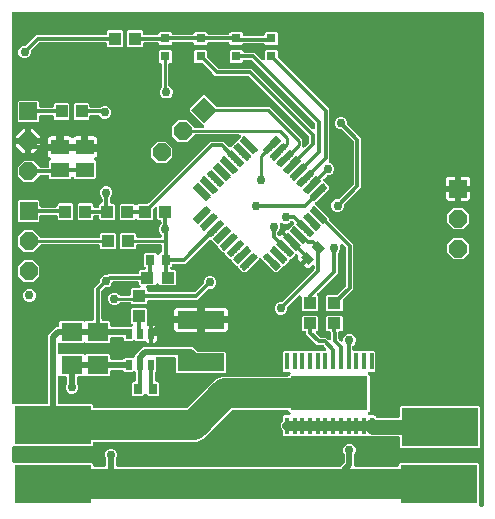
<source format=gbr>
G04 EAGLE Gerber RS-274X export*
G75*
%MOMM*%
%FSLAX34Y34*%
%LPD*%
%INTop Copper*%
%IPPOS*%
%AMOC8*
5,1,8,0,0,1.08239X$1,22.5*%
G01*
%ADD10C,0.137500*%
%ADD11R,3.987800X1.498600*%
%ADD12R,0.517200X0.896100*%
%ADD13R,1.524000X1.524000*%
%ADD14P,1.649562X8X292.500000*%
%ADD15R,1.000000X1.100000*%
%ADD16R,0.800000X0.800000*%
%ADD17R,0.700000X0.900000*%
%ADD18R,1.100000X1.000000*%
%ADD19R,6.451600X3.251200*%
%ADD20R,1.800000X1.600000*%
%ADD21R,1.500000X1.300000*%
%ADD22R,0.354800X1.454900*%
%ADD23R,6.502400X2.870200*%
%ADD24R,1.524000X1.524000*%
%ADD25P,1.649562X8X247.500000*%
%ADD26C,0.304800*%
%ADD27C,0.756400*%
%ADD28C,0.254000*%
%ADD29C,2.540000*%
%ADD30C,0.508000*%
%ADD31C,0.812800*%
%ADD32C,1.270000*%

G36*
X408320Y11133D02*
X408320Y11133D01*
X408344Y11136D01*
X408368Y11134D01*
X408516Y11156D01*
X408666Y11174D01*
X408689Y11182D01*
X408713Y11186D01*
X408852Y11241D01*
X408994Y11292D01*
X409014Y11305D01*
X409037Y11314D01*
X409160Y11400D01*
X409286Y11482D01*
X409303Y11499D01*
X409323Y11513D01*
X409423Y11625D01*
X409528Y11733D01*
X409540Y11754D01*
X409556Y11772D01*
X409629Y11903D01*
X409706Y12032D01*
X409713Y12056D01*
X409725Y12077D01*
X409766Y12222D01*
X409811Y12365D01*
X409813Y12389D01*
X409820Y12412D01*
X409839Y12656D01*
X409839Y428316D01*
X409836Y428342D01*
X409838Y428368D01*
X409816Y428515D01*
X409799Y428662D01*
X409791Y428687D01*
X409787Y428713D01*
X409732Y428851D01*
X409682Y428990D01*
X409668Y429012D01*
X409658Y429037D01*
X409573Y429158D01*
X409493Y429283D01*
X409474Y429301D01*
X409459Y429323D01*
X409349Y429422D01*
X409242Y429525D01*
X409220Y429539D01*
X409200Y429556D01*
X409070Y429628D01*
X408943Y429704D01*
X408918Y429712D01*
X408895Y429725D01*
X408752Y429765D01*
X408611Y429810D01*
X408585Y429812D01*
X408560Y429820D01*
X408316Y429839D01*
X11684Y429839D01*
X11658Y429836D01*
X11632Y429838D01*
X11485Y429816D01*
X11338Y429799D01*
X11313Y429791D01*
X11287Y429787D01*
X11149Y429732D01*
X11010Y429682D01*
X10988Y429668D01*
X10963Y429658D01*
X10842Y429573D01*
X10717Y429493D01*
X10699Y429474D01*
X10677Y429459D01*
X10578Y429349D01*
X10475Y429242D01*
X10461Y429220D01*
X10444Y429200D01*
X10372Y429070D01*
X10296Y428943D01*
X10288Y428918D01*
X10275Y428895D01*
X10235Y428752D01*
X10190Y428611D01*
X10188Y428585D01*
X10180Y428560D01*
X10161Y428316D01*
X10161Y99404D01*
X10164Y99378D01*
X10162Y99352D01*
X10184Y99205D01*
X10201Y99058D01*
X10209Y99033D01*
X10213Y99007D01*
X10268Y98869D01*
X10318Y98730D01*
X10332Y98708D01*
X10342Y98683D01*
X10427Y98562D01*
X10507Y98437D01*
X10526Y98419D01*
X10541Y98397D01*
X10651Y98298D01*
X10758Y98195D01*
X10780Y98181D01*
X10800Y98164D01*
X10930Y98092D01*
X11057Y98016D01*
X11082Y98008D01*
X11105Y97995D01*
X11248Y97955D01*
X11389Y97910D01*
X11415Y97908D01*
X11440Y97900D01*
X11684Y97881D01*
X39212Y97881D01*
X39238Y97884D01*
X39264Y97882D01*
X39411Y97904D01*
X39558Y97921D01*
X39583Y97929D01*
X39609Y97933D01*
X39747Y97988D01*
X39886Y98038D01*
X39908Y98052D01*
X39933Y98062D01*
X40054Y98147D01*
X40179Y98227D01*
X40197Y98246D01*
X40219Y98261D01*
X40318Y98371D01*
X40421Y98478D01*
X40435Y98500D01*
X40452Y98520D01*
X40524Y98650D01*
X40600Y98777D01*
X40608Y98802D01*
X40621Y98825D01*
X40661Y98968D01*
X40706Y99109D01*
X40708Y99135D01*
X40716Y99160D01*
X40735Y99404D01*
X40735Y156484D01*
X47316Y163065D01*
X48952Y163065D01*
X48978Y163068D01*
X49004Y163066D01*
X49151Y163088D01*
X49298Y163105D01*
X49323Y163113D01*
X49349Y163117D01*
X49487Y163172D01*
X49626Y163222D01*
X49648Y163236D01*
X49673Y163246D01*
X49794Y163331D01*
X49919Y163411D01*
X49937Y163430D01*
X49959Y163445D01*
X50058Y163555D01*
X50161Y163662D01*
X50175Y163684D01*
X50192Y163704D01*
X50264Y163834D01*
X50340Y163961D01*
X50348Y163986D01*
X50361Y164009D01*
X50401Y164152D01*
X50446Y164293D01*
X50448Y164319D01*
X50456Y164344D01*
X50475Y164588D01*
X50475Y167632D01*
X51368Y168525D01*
X70632Y168525D01*
X70923Y168233D01*
X70943Y168217D01*
X70960Y168197D01*
X71080Y168109D01*
X71196Y168017D01*
X71220Y168006D01*
X71241Y167990D01*
X71377Y167931D01*
X71511Y167868D01*
X71537Y167862D01*
X71561Y167852D01*
X71707Y167826D01*
X71852Y167794D01*
X71878Y167795D01*
X71904Y167790D01*
X72052Y167798D01*
X72200Y167800D01*
X72226Y167807D01*
X72252Y167808D01*
X72394Y167849D01*
X72538Y167885D01*
X72561Y167897D01*
X72587Y167905D01*
X72716Y167977D01*
X72848Y168045D01*
X72868Y168062D01*
X72891Y168075D01*
X73077Y168233D01*
X73368Y168525D01*
X78428Y168525D01*
X78454Y168528D01*
X78480Y168526D01*
X78627Y168548D01*
X78774Y168565D01*
X78799Y168573D01*
X78825Y168577D01*
X78963Y168632D01*
X79102Y168682D01*
X79124Y168696D01*
X79149Y168706D01*
X79270Y168791D01*
X79395Y168871D01*
X79413Y168890D01*
X79435Y168905D01*
X79534Y169015D01*
X79637Y169122D01*
X79651Y169144D01*
X79668Y169164D01*
X79740Y169294D01*
X79816Y169421D01*
X79824Y169446D01*
X79837Y169469D01*
X79877Y169612D01*
X79922Y169753D01*
X79924Y169779D01*
X79932Y169804D01*
X79951Y170048D01*
X79951Y196263D01*
X84247Y200559D01*
X84326Y200658D01*
X84410Y200752D01*
X84434Y200794D01*
X84464Y200832D01*
X84518Y200946D01*
X84579Y201057D01*
X84592Y201103D01*
X84613Y201147D01*
X84639Y201270D01*
X84674Y201392D01*
X84679Y201453D01*
X84686Y201488D01*
X84685Y201536D01*
X84693Y201636D01*
X84693Y203056D01*
X85501Y205006D01*
X86994Y206499D01*
X88944Y207307D01*
X90364Y207307D01*
X90490Y207321D01*
X90616Y207328D01*
X90662Y207341D01*
X90710Y207347D01*
X90829Y207389D01*
X90951Y207424D01*
X90993Y207448D01*
X91039Y207464D01*
X91145Y207533D01*
X91255Y207594D01*
X91301Y207634D01*
X91331Y207653D01*
X91365Y207688D01*
X91441Y207753D01*
X91737Y208049D01*
X116452Y208049D01*
X116478Y208052D01*
X116504Y208050D01*
X116651Y208072D01*
X116798Y208089D01*
X116823Y208097D01*
X116849Y208101D01*
X116987Y208156D01*
X117126Y208206D01*
X117148Y208220D01*
X117173Y208230D01*
X117294Y208315D01*
X117419Y208395D01*
X117437Y208414D01*
X117459Y208429D01*
X117558Y208539D01*
X117661Y208646D01*
X117675Y208668D01*
X117692Y208688D01*
X117764Y208818D01*
X117840Y208945D01*
X117848Y208970D01*
X117861Y208993D01*
X117901Y209136D01*
X117946Y209277D01*
X117948Y209303D01*
X117956Y209328D01*
X117975Y209572D01*
X117975Y210632D01*
X118868Y211525D01*
X122142Y211525D01*
X122241Y211536D01*
X122342Y211538D01*
X122414Y211556D01*
X122488Y211565D01*
X122582Y211599D01*
X122680Y211623D01*
X122746Y211657D01*
X122816Y211682D01*
X122900Y211737D01*
X122990Y211783D01*
X123046Y211831D01*
X123109Y211871D01*
X123178Y211943D01*
X123255Y212008D01*
X123299Y212068D01*
X123351Y212122D01*
X123402Y212208D01*
X123462Y212289D01*
X123492Y212357D01*
X123530Y212421D01*
X123560Y212517D01*
X123600Y212609D01*
X123613Y212682D01*
X123636Y212753D01*
X123644Y212853D01*
X123662Y212952D01*
X123658Y213026D01*
X123664Y213100D01*
X123649Y213200D01*
X123644Y213300D01*
X123623Y213371D01*
X123612Y213445D01*
X123575Y213538D01*
X123547Y213635D01*
X123511Y213700D01*
X123483Y213769D01*
X123426Y213851D01*
X123377Y213939D01*
X123312Y214015D01*
X123285Y214055D01*
X123258Y214079D01*
X123219Y214125D01*
X122475Y214868D01*
X122475Y225132D01*
X123368Y226025D01*
X131632Y226025D01*
X132923Y224733D01*
X132943Y224717D01*
X132960Y224697D01*
X133080Y224609D01*
X133196Y224517D01*
X133220Y224506D01*
X133241Y224490D01*
X133377Y224431D01*
X133511Y224368D01*
X133537Y224362D01*
X133561Y224352D01*
X133707Y224326D01*
X133852Y224294D01*
X133878Y224295D01*
X133904Y224290D01*
X134052Y224298D01*
X134200Y224300D01*
X134226Y224307D01*
X134252Y224308D01*
X134394Y224349D01*
X134538Y224385D01*
X134561Y224397D01*
X134587Y224405D01*
X134716Y224477D01*
X134848Y224545D01*
X134868Y224562D01*
X134891Y224575D01*
X135077Y224733D01*
X136483Y226139D01*
X136602Y226182D01*
X136624Y226196D01*
X136649Y226206D01*
X136770Y226291D01*
X136895Y226371D01*
X136913Y226390D01*
X136935Y226405D01*
X137034Y226515D01*
X137137Y226622D01*
X137151Y226644D01*
X137168Y226664D01*
X137240Y226794D01*
X137316Y226921D01*
X137324Y226946D01*
X137337Y226969D01*
X137377Y227112D01*
X137422Y227253D01*
X137424Y227279D01*
X137432Y227304D01*
X137451Y227548D01*
X137451Y231682D01*
X137448Y231708D01*
X137450Y231734D01*
X137428Y231881D01*
X137411Y232028D01*
X137403Y232053D01*
X137399Y232079D01*
X137344Y232217D01*
X137294Y232356D01*
X137280Y232378D01*
X137270Y232403D01*
X137185Y232524D01*
X137105Y232649D01*
X137086Y232667D01*
X137071Y232689D01*
X136961Y232788D01*
X136854Y232891D01*
X136832Y232905D01*
X136812Y232922D01*
X136682Y232994D01*
X136555Y233070D01*
X136530Y233078D01*
X136507Y233091D01*
X136364Y233131D01*
X136223Y233176D01*
X136197Y233178D01*
X136172Y233186D01*
X135928Y233205D01*
X116548Y233205D01*
X116522Y233202D01*
X116496Y233204D01*
X116349Y233182D01*
X116202Y233165D01*
X116177Y233157D01*
X116151Y233153D01*
X116013Y233098D01*
X115874Y233048D01*
X115852Y233034D01*
X115827Y233024D01*
X115706Y232939D01*
X115581Y232859D01*
X115563Y232840D01*
X115541Y232825D01*
X115442Y232715D01*
X115339Y232608D01*
X115325Y232586D01*
X115308Y232566D01*
X115236Y232436D01*
X115160Y232309D01*
X115152Y232284D01*
X115139Y232261D01*
X115099Y232118D01*
X115054Y231977D01*
X115052Y231951D01*
X115044Y231926D01*
X115025Y231682D01*
X115025Y229868D01*
X114132Y228975D01*
X102868Y228975D01*
X101975Y229868D01*
X101975Y242132D01*
X102868Y243025D01*
X114132Y243025D01*
X115025Y242132D01*
X115025Y240318D01*
X115028Y240292D01*
X115026Y240266D01*
X115048Y240119D01*
X115065Y239972D01*
X115073Y239947D01*
X115077Y239921D01*
X115132Y239783D01*
X115182Y239644D01*
X115196Y239622D01*
X115206Y239597D01*
X115291Y239476D01*
X115371Y239351D01*
X115390Y239333D01*
X115405Y239311D01*
X115515Y239212D01*
X115622Y239109D01*
X115644Y239095D01*
X115664Y239078D01*
X115794Y239006D01*
X115921Y238930D01*
X115946Y238922D01*
X115969Y238909D01*
X116112Y238869D01*
X116253Y238824D01*
X116279Y238822D01*
X116304Y238814D01*
X116548Y238795D01*
X135928Y238795D01*
X135954Y238798D01*
X135980Y238796D01*
X136127Y238818D01*
X136274Y238835D01*
X136299Y238843D01*
X136325Y238847D01*
X136463Y238902D01*
X136602Y238952D01*
X136624Y238966D01*
X136649Y238976D01*
X136770Y239061D01*
X136895Y239141D01*
X136913Y239160D01*
X136935Y239175D01*
X137034Y239285D01*
X137137Y239392D01*
X137151Y239414D01*
X137168Y239434D01*
X137240Y239564D01*
X137316Y239691D01*
X137324Y239716D01*
X137337Y239739D01*
X137377Y239882D01*
X137422Y240023D01*
X137424Y240049D01*
X137432Y240074D01*
X137451Y240318D01*
X137451Y240413D01*
X137437Y240539D01*
X137430Y240665D01*
X137417Y240711D01*
X137411Y240759D01*
X137369Y240878D01*
X137334Y241000D01*
X137310Y241042D01*
X137294Y241087D01*
X137225Y241193D01*
X137164Y241304D01*
X137124Y241350D01*
X137105Y241380D01*
X137070Y241414D01*
X137005Y241490D01*
X135501Y242994D01*
X134693Y244944D01*
X134693Y247056D01*
X135501Y249006D01*
X136505Y250010D01*
X136584Y250109D01*
X136668Y250203D01*
X136692Y250245D01*
X136722Y250283D01*
X136776Y250397D01*
X136837Y250508D01*
X136850Y250554D01*
X136871Y250598D01*
X136897Y250721D01*
X136932Y250843D01*
X136937Y250904D01*
X136944Y250939D01*
X136943Y250987D01*
X136951Y251087D01*
X136951Y252152D01*
X136948Y252178D01*
X136950Y252204D01*
X136928Y252351D01*
X136911Y252498D01*
X136903Y252523D01*
X136899Y252549D01*
X136844Y252687D01*
X136794Y252826D01*
X136780Y252848D01*
X136770Y252873D01*
X136685Y252994D01*
X136605Y253119D01*
X136586Y253137D01*
X136571Y253159D01*
X136461Y253258D01*
X136354Y253361D01*
X136332Y253375D01*
X136312Y253392D01*
X136182Y253464D01*
X136055Y253540D01*
X136030Y253548D01*
X136007Y253561D01*
X135864Y253601D01*
X135723Y253646D01*
X135697Y253648D01*
X135672Y253656D01*
X135428Y253675D01*
X134368Y253675D01*
X133475Y254568D01*
X133475Y263186D01*
X133464Y263286D01*
X133462Y263386D01*
X133444Y263459D01*
X133435Y263532D01*
X133401Y263627D01*
X133377Y263724D01*
X133343Y263790D01*
X133318Y263861D01*
X133263Y263945D01*
X133217Y264034D01*
X133169Y264091D01*
X133129Y264153D01*
X133057Y264223D01*
X132992Y264300D01*
X132932Y264344D01*
X132878Y264396D01*
X132792Y264447D01*
X132711Y264507D01*
X132643Y264536D01*
X132579Y264574D01*
X132484Y264605D01*
X132391Y264645D01*
X132318Y264658D01*
X132247Y264681D01*
X132147Y264689D01*
X132048Y264706D01*
X131974Y264703D01*
X131900Y264709D01*
X131800Y264694D01*
X131700Y264689D01*
X131629Y264668D01*
X131555Y264657D01*
X131462Y264620D01*
X131365Y264592D01*
X131300Y264556D01*
X131231Y264528D01*
X131149Y264471D01*
X131061Y264422D01*
X130985Y264357D01*
X130945Y264329D01*
X130921Y264303D01*
X130875Y264263D01*
X129971Y263359D01*
X129892Y263260D01*
X129808Y263166D01*
X129784Y263124D01*
X129754Y263086D01*
X129700Y262972D01*
X129639Y262861D01*
X129626Y262815D01*
X129605Y262771D01*
X129579Y262648D01*
X129544Y262526D01*
X129539Y262465D01*
X129532Y262430D01*
X129533Y262382D01*
X129525Y262282D01*
X129525Y254568D01*
X128632Y253675D01*
X117368Y253675D01*
X116527Y254517D01*
X116507Y254533D01*
X116490Y254553D01*
X116370Y254641D01*
X116254Y254733D01*
X116230Y254744D01*
X116209Y254760D01*
X116073Y254819D01*
X115939Y254882D01*
X115913Y254888D01*
X115889Y254898D01*
X115743Y254924D01*
X115598Y254956D01*
X115572Y254955D01*
X115546Y254960D01*
X115398Y254952D01*
X115250Y254950D01*
X115224Y254943D01*
X115198Y254942D01*
X115056Y254901D01*
X114912Y254865D01*
X114889Y254853D01*
X114863Y254845D01*
X114734Y254773D01*
X114602Y254705D01*
X114582Y254688D01*
X114559Y254675D01*
X114373Y254517D01*
X113532Y253675D01*
X102268Y253675D01*
X101375Y254568D01*
X101375Y266832D01*
X102268Y267725D01*
X113532Y267725D01*
X114373Y266883D01*
X114393Y266867D01*
X114410Y266847D01*
X114530Y266759D01*
X114646Y266667D01*
X114670Y266656D01*
X114691Y266640D01*
X114827Y266581D01*
X114961Y266518D01*
X114987Y266512D01*
X115011Y266502D01*
X115157Y266476D01*
X115302Y266444D01*
X115328Y266445D01*
X115354Y266440D01*
X115502Y266448D01*
X115650Y266450D01*
X115676Y266457D01*
X115702Y266458D01*
X115844Y266499D01*
X115988Y266535D01*
X116011Y266547D01*
X116037Y266555D01*
X116166Y266627D01*
X116298Y266695D01*
X116318Y266712D01*
X116341Y266725D01*
X116527Y266883D01*
X117368Y267725D01*
X125082Y267725D01*
X125208Y267739D01*
X125334Y267746D01*
X125380Y267759D01*
X125428Y267765D01*
X125547Y267807D01*
X125669Y267842D01*
X125711Y267866D01*
X125757Y267882D01*
X125863Y267951D01*
X125973Y268012D01*
X126019Y268052D01*
X126049Y268071D01*
X126083Y268106D01*
X126159Y268171D01*
X178037Y320049D01*
X189633Y320049D01*
X193872Y315810D01*
X193892Y315794D01*
X193909Y315774D01*
X194029Y315686D01*
X194145Y315594D01*
X194169Y315582D01*
X194190Y315567D01*
X194326Y315508D01*
X194460Y315445D01*
X194486Y315439D01*
X194510Y315429D01*
X194656Y315402D01*
X194801Y315371D01*
X194827Y315372D01*
X194853Y315367D01*
X195001Y315375D01*
X195149Y315377D01*
X195175Y315384D01*
X195201Y315385D01*
X195343Y315426D01*
X195487Y315462D01*
X195510Y315474D01*
X195536Y315482D01*
X195665Y315554D01*
X195797Y315622D01*
X195817Y315639D01*
X195840Y315652D01*
X196026Y315810D01*
X200562Y320346D01*
X200676Y320363D01*
X200824Y320380D01*
X200848Y320389D01*
X200874Y320393D01*
X201012Y320448D01*
X201152Y320498D01*
X201174Y320512D01*
X201198Y320522D01*
X201320Y320606D01*
X201444Y320687D01*
X201463Y320706D01*
X201484Y320721D01*
X201583Y320831D01*
X201687Y320938D01*
X201700Y320960D01*
X201718Y320980D01*
X201789Y321109D01*
X201865Y321237D01*
X201873Y321262D01*
X201886Y321285D01*
X201927Y321428D01*
X201972Y321569D01*
X201974Y321595D01*
X201981Y321620D01*
X201994Y321778D01*
X203821Y323605D01*
X203883Y323683D01*
X203953Y323756D01*
X203991Y323820D01*
X204037Y323878D01*
X204080Y323969D01*
X204132Y324055D01*
X204155Y324126D01*
X204186Y324193D01*
X204207Y324291D01*
X204238Y324387D01*
X204244Y324461D01*
X204260Y324534D01*
X204258Y324634D01*
X204266Y324734D01*
X204255Y324808D01*
X204254Y324882D01*
X204229Y324979D01*
X204214Y325079D01*
X204187Y325148D01*
X204169Y325220D01*
X204123Y325309D01*
X204086Y325403D01*
X204043Y325464D01*
X204009Y325530D01*
X203944Y325606D01*
X203887Y325689D01*
X203832Y325739D01*
X203783Y325795D01*
X203702Y325855D01*
X203628Y325922D01*
X203563Y325958D01*
X203503Y326003D01*
X203411Y326042D01*
X203323Y326091D01*
X203251Y326111D01*
X203183Y326141D01*
X203084Y326158D01*
X202988Y326186D01*
X202887Y326194D01*
X202840Y326202D01*
X202804Y326200D01*
X202744Y326205D01*
X165668Y326205D01*
X165642Y326202D01*
X165616Y326204D01*
X165469Y326182D01*
X165322Y326165D01*
X165297Y326157D01*
X165271Y326153D01*
X165133Y326098D01*
X164994Y326048D01*
X164972Y326034D01*
X164947Y326024D01*
X164826Y325939D01*
X164701Y325859D01*
X164683Y325840D01*
X164661Y325825D01*
X164562Y325715D01*
X164459Y325608D01*
X164445Y325586D01*
X164428Y325566D01*
X164356Y325436D01*
X164336Y325404D01*
X158788Y319855D01*
X151212Y319855D01*
X145855Y325212D01*
X145855Y332788D01*
X151212Y338145D01*
X158788Y338145D01*
X164320Y332613D01*
X164326Y332597D01*
X164411Y332476D01*
X164491Y332351D01*
X164510Y332333D01*
X164525Y332311D01*
X164635Y332212D01*
X164742Y332109D01*
X164764Y332095D01*
X164784Y332078D01*
X164914Y332006D01*
X165041Y331930D01*
X165066Y331922D01*
X165089Y331909D01*
X165232Y331869D01*
X165373Y331824D01*
X165399Y331822D01*
X165424Y331814D01*
X165668Y331795D01*
X171516Y331795D01*
X171616Y331806D01*
X171716Y331808D01*
X171789Y331826D01*
X171862Y331835D01*
X171957Y331868D01*
X172054Y331893D01*
X172121Y331927D01*
X172191Y331952D01*
X172275Y332007D01*
X172364Y332053D01*
X172421Y332101D01*
X172483Y332141D01*
X172553Y332213D01*
X172630Y332278D01*
X172674Y332338D01*
X172726Y332392D01*
X172777Y332478D01*
X172837Y332559D01*
X172866Y332627D01*
X172904Y332691D01*
X172935Y332787D01*
X172975Y332879D01*
X172988Y332952D01*
X173011Y333023D01*
X173019Y333123D01*
X173036Y333222D01*
X173033Y333296D01*
X173039Y333370D01*
X173024Y333470D01*
X173019Y333570D01*
X172998Y333641D01*
X172987Y333715D01*
X172950Y333808D01*
X172922Y333905D01*
X172886Y333970D01*
X172858Y334039D01*
X172801Y334121D01*
X172752Y334209D01*
X172687Y334285D01*
X172659Y334325D01*
X172633Y334349D01*
X172593Y334395D01*
X160659Y346329D01*
X160659Y347592D01*
X172329Y359262D01*
X173592Y359262D01*
X182652Y350201D01*
X182751Y350123D01*
X182845Y350038D01*
X182887Y350015D01*
X182925Y349985D01*
X183039Y349931D01*
X183150Y349870D01*
X183197Y349856D01*
X183240Y349836D01*
X183364Y349809D01*
X183486Y349775D01*
X183546Y349770D01*
X183581Y349762D01*
X183629Y349763D01*
X183729Y349755D01*
X228197Y349755D01*
X255795Y322158D01*
X255795Y316641D01*
X255806Y316541D01*
X255808Y316440D01*
X255826Y316368D01*
X255835Y316294D01*
X255868Y316200D01*
X255893Y316102D01*
X255927Y316036D01*
X255952Y315966D01*
X256007Y315882D01*
X256053Y315793D01*
X256101Y315736D01*
X256141Y315673D01*
X256213Y315604D01*
X256278Y315527D01*
X256338Y315483D01*
X256392Y315431D01*
X256478Y315380D01*
X256559Y315320D01*
X256627Y315291D01*
X256691Y315252D01*
X256787Y315222D01*
X256879Y315182D01*
X256952Y315169D01*
X257023Y315146D01*
X257123Y315138D01*
X257222Y315120D01*
X257296Y315124D01*
X257370Y315118D01*
X257470Y315133D01*
X257570Y315138D01*
X257641Y315159D01*
X257715Y315170D01*
X257808Y315207D01*
X257905Y315235D01*
X257970Y315271D01*
X258039Y315299D01*
X258121Y315356D01*
X258209Y315405D01*
X258285Y315470D01*
X258325Y315498D01*
X258349Y315524D01*
X258395Y315563D01*
X261505Y318674D01*
X261584Y318773D01*
X261668Y318866D01*
X261692Y318909D01*
X261722Y318947D01*
X261776Y319061D01*
X261837Y319171D01*
X261850Y319218D01*
X261871Y319262D01*
X261897Y319385D01*
X261932Y319507D01*
X261937Y319568D01*
X261944Y319602D01*
X261943Y319650D01*
X261951Y319751D01*
X261951Y324106D01*
X261937Y324232D01*
X261930Y324358D01*
X261917Y324404D01*
X261911Y324452D01*
X261869Y324571D01*
X261834Y324693D01*
X261810Y324735D01*
X261794Y324781D01*
X261725Y324887D01*
X261664Y324997D01*
X261624Y325043D01*
X261605Y325073D01*
X261570Y325107D01*
X261505Y325183D01*
X211183Y375505D01*
X211084Y375584D01*
X210990Y375668D01*
X210948Y375692D01*
X210910Y375722D01*
X210796Y375776D01*
X210685Y375837D01*
X210639Y375850D01*
X210595Y375871D01*
X210472Y375897D01*
X210350Y375932D01*
X210289Y375937D01*
X210254Y375944D01*
X210206Y375943D01*
X210106Y375951D01*
X182237Y375951D01*
X180005Y378183D01*
X171659Y386529D01*
X171560Y386608D01*
X171466Y386692D01*
X171424Y386716D01*
X171386Y386746D01*
X171272Y386800D01*
X171161Y386861D01*
X171115Y386874D01*
X171071Y386895D01*
X170948Y386921D01*
X170826Y386956D01*
X170765Y386961D01*
X170731Y386968D01*
X170683Y386967D01*
X170582Y386975D01*
X165368Y386975D01*
X164475Y387868D01*
X164475Y397132D01*
X165368Y398025D01*
X174632Y398025D01*
X175525Y397132D01*
X175525Y391918D01*
X175527Y391902D01*
X175526Y391890D01*
X175535Y391825D01*
X175539Y391792D01*
X175546Y391666D01*
X175559Y391620D01*
X175565Y391572D01*
X175607Y391453D01*
X175642Y391331D01*
X175666Y391289D01*
X175682Y391243D01*
X175751Y391137D01*
X175812Y391027D01*
X175852Y390981D01*
X175871Y390951D01*
X175906Y390917D01*
X175971Y390841D01*
X184317Y382495D01*
X184416Y382416D01*
X184510Y382332D01*
X184552Y382308D01*
X184590Y382278D01*
X184704Y382224D01*
X184815Y382163D01*
X184861Y382150D01*
X184905Y382129D01*
X185028Y382103D01*
X185150Y382068D01*
X185211Y382063D01*
X185246Y382056D01*
X185294Y382057D01*
X185394Y382049D01*
X213263Y382049D01*
X215495Y379817D01*
X264351Y330961D01*
X264429Y330898D01*
X264502Y330828D01*
X264566Y330790D01*
X264624Y330744D01*
X264715Y330701D01*
X264801Y330650D01*
X264872Y330627D01*
X264939Y330595D01*
X265037Y330574D01*
X265133Y330543D01*
X265207Y330537D01*
X265280Y330522D01*
X265380Y330523D01*
X265480Y330515D01*
X265554Y330526D01*
X265628Y330528D01*
X265725Y330552D01*
X265825Y330567D01*
X265894Y330595D01*
X265966Y330613D01*
X266056Y330659D01*
X266149Y330696D01*
X266210Y330738D01*
X266276Y330772D01*
X266353Y330838D01*
X266435Y330895D01*
X266485Y330950D01*
X266541Y330998D01*
X266601Y331079D01*
X266668Y331154D01*
X266704Y331219D01*
X266749Y331278D01*
X266788Y331371D01*
X266837Y331459D01*
X266857Y331530D01*
X266887Y331598D01*
X266904Y331697D01*
X266932Y331794D01*
X266940Y331894D01*
X266948Y331941D01*
X266946Y331977D01*
X266951Y332038D01*
X266951Y335106D01*
X266937Y335232D01*
X266930Y335358D01*
X266917Y335404D01*
X266911Y335452D01*
X266869Y335571D01*
X266834Y335693D01*
X266810Y335735D01*
X266794Y335781D01*
X266725Y335887D01*
X266664Y335997D01*
X266624Y336043D01*
X266605Y336073D01*
X266570Y336107D01*
X266505Y336183D01*
X213683Y389005D01*
X213584Y389084D01*
X213490Y389168D01*
X213448Y389192D01*
X213410Y389222D01*
X213296Y389276D01*
X213185Y389337D01*
X213139Y389350D01*
X213095Y389371D01*
X212972Y389397D01*
X212850Y389432D01*
X212789Y389437D01*
X212754Y389444D01*
X212706Y389443D01*
X212606Y389451D01*
X207048Y389451D01*
X207022Y389448D01*
X206996Y389450D01*
X206849Y389428D01*
X206702Y389411D01*
X206677Y389403D01*
X206651Y389399D01*
X206513Y389344D01*
X206374Y389294D01*
X206352Y389280D01*
X206327Y389270D01*
X206206Y389185D01*
X206081Y389105D01*
X206063Y389086D01*
X206041Y389071D01*
X205942Y388961D01*
X205839Y388854D01*
X205825Y388832D01*
X205808Y388812D01*
X205736Y388682D01*
X205660Y388555D01*
X205652Y388530D01*
X205639Y388507D01*
X205599Y388364D01*
X205554Y388223D01*
X205552Y388197D01*
X205544Y388172D01*
X205525Y387928D01*
X205525Y387868D01*
X204632Y386975D01*
X195368Y386975D01*
X194475Y387868D01*
X194475Y397132D01*
X195368Y398025D01*
X204632Y398025D01*
X205525Y397132D01*
X205525Y397072D01*
X205528Y397046D01*
X205526Y397020D01*
X205548Y396873D01*
X205565Y396726D01*
X205573Y396701D01*
X205577Y396675D01*
X205632Y396537D01*
X205682Y396398D01*
X205696Y396376D01*
X205706Y396351D01*
X205791Y396230D01*
X205871Y396105D01*
X205890Y396087D01*
X205905Y396065D01*
X206015Y395966D01*
X206122Y395863D01*
X206144Y395849D01*
X206164Y395832D01*
X206294Y395760D01*
X206421Y395684D01*
X206446Y395676D01*
X206469Y395663D01*
X206612Y395623D01*
X206753Y395578D01*
X206779Y395576D01*
X206804Y395568D01*
X207048Y395549D01*
X215763Y395549D01*
X217995Y393317D01*
X221875Y389437D01*
X221953Y389374D01*
X222026Y389304D01*
X222090Y389266D01*
X222148Y389220D01*
X222239Y389177D01*
X222325Y389126D01*
X222396Y389103D01*
X222463Y389071D01*
X222561Y389050D01*
X222657Y389019D01*
X222731Y389013D01*
X222804Y388998D01*
X222904Y388999D01*
X223004Y388991D01*
X223078Y389002D01*
X223152Y389004D01*
X223249Y389028D01*
X223349Y389043D01*
X223418Y389071D01*
X223490Y389089D01*
X223580Y389135D01*
X223673Y389172D01*
X223734Y389214D01*
X223800Y389248D01*
X223877Y389314D01*
X223959Y389371D01*
X224009Y389426D01*
X224065Y389474D01*
X224125Y389555D01*
X224192Y389630D01*
X224228Y389695D01*
X224273Y389754D01*
X224312Y389847D01*
X224361Y389935D01*
X224381Y390006D01*
X224411Y390074D01*
X224428Y390173D01*
X224456Y390270D01*
X224464Y390370D01*
X224472Y390417D01*
X224470Y390453D01*
X224475Y390514D01*
X224475Y397132D01*
X225368Y398025D01*
X234632Y398025D01*
X235525Y397132D01*
X235525Y391918D01*
X235527Y391902D01*
X235526Y391890D01*
X235535Y391825D01*
X235539Y391792D01*
X235546Y391666D01*
X235559Y391620D01*
X235565Y391572D01*
X235607Y391453D01*
X235642Y391331D01*
X235666Y391289D01*
X235682Y391243D01*
X235751Y391137D01*
X235812Y391027D01*
X235852Y390981D01*
X235871Y390951D01*
X235906Y390917D01*
X235971Y390841D01*
X276817Y349995D01*
X279049Y347763D01*
X279049Y304967D01*
X278782Y304700D01*
X278689Y304582D01*
X278591Y304467D01*
X278580Y304446D01*
X278565Y304427D01*
X278501Y304290D01*
X278433Y304157D01*
X278427Y304134D01*
X278416Y304112D01*
X278385Y303964D01*
X278348Y303819D01*
X278348Y303795D01*
X278343Y303771D01*
X278346Y303621D01*
X278343Y303470D01*
X278349Y303447D01*
X278349Y303423D01*
X278386Y303277D01*
X278418Y303130D01*
X278428Y303108D01*
X278434Y303085D01*
X278503Y302951D01*
X278567Y302815D01*
X278582Y302796D01*
X278594Y302775D01*
X278691Y302660D01*
X278785Y302543D01*
X278804Y302528D01*
X278819Y302509D01*
X278940Y302420D01*
X279058Y302327D01*
X279084Y302314D01*
X279100Y302302D01*
X279143Y302283D01*
X279276Y302215D01*
X281006Y301499D01*
X282499Y300006D01*
X283307Y298056D01*
X283307Y295944D01*
X282499Y293994D01*
X281006Y292501D01*
X279056Y291693D01*
X277720Y291693D01*
X277594Y291679D01*
X277468Y291672D01*
X277422Y291659D01*
X277374Y291653D01*
X277255Y291611D01*
X277133Y291576D01*
X277091Y291552D01*
X277046Y291536D01*
X276939Y291467D01*
X276829Y291406D01*
X276783Y291366D01*
X276753Y291347D01*
X276719Y291312D01*
X276643Y291247D01*
X274267Y288871D01*
X274251Y288851D01*
X274231Y288834D01*
X274142Y288714D01*
X274050Y288598D01*
X274039Y288575D01*
X274024Y288553D01*
X273965Y288417D01*
X273902Y288283D01*
X273896Y288257D01*
X273886Y288233D01*
X273859Y288087D01*
X273828Y287942D01*
X273829Y287916D01*
X273824Y287890D01*
X273832Y287742D01*
X273834Y287594D01*
X273841Y287569D01*
X273842Y287542D01*
X273883Y287400D01*
X273919Y287256D01*
X273931Y287233D01*
X273938Y287207D01*
X274011Y287078D01*
X274079Y286946D01*
X274096Y286926D01*
X274109Y286903D01*
X274267Y286717D01*
X278797Y282187D01*
X278797Y280354D01*
X267320Y268877D01*
X267304Y268857D01*
X267284Y268840D01*
X267196Y268720D01*
X267104Y268604D01*
X267093Y268580D01*
X267077Y268559D01*
X267018Y268423D01*
X266955Y268289D01*
X266949Y268263D01*
X266939Y268239D01*
X266913Y268093D01*
X266882Y267948D01*
X266882Y267922D01*
X266877Y267896D01*
X266885Y267748D01*
X266888Y267600D01*
X266894Y267574D01*
X266895Y267548D01*
X266936Y267406D01*
X266973Y267262D01*
X266985Y267238D01*
X266992Y267213D01*
X267064Y267084D01*
X267132Y266952D01*
X267149Y266932D01*
X267162Y266909D01*
X267320Y266723D01*
X278797Y255246D01*
X278797Y254143D01*
X278812Y254017D01*
X278818Y253891D01*
X278832Y253845D01*
X278837Y253797D01*
X278880Y253678D01*
X278915Y253556D01*
X278938Y253514D01*
X278955Y253469D01*
X279023Y253362D01*
X279085Y253252D01*
X279124Y253206D01*
X279144Y253176D01*
X279179Y253142D01*
X279244Y253066D01*
X299249Y233061D01*
X299249Y195137D01*
X290671Y186559D01*
X290592Y186460D01*
X290508Y186366D01*
X290484Y186324D01*
X290454Y186286D01*
X290400Y186172D01*
X290339Y186061D01*
X290326Y186015D01*
X290305Y185971D01*
X290279Y185848D01*
X290244Y185726D01*
X290239Y185665D01*
X290232Y185630D01*
X290233Y185582D01*
X290225Y185482D01*
X290225Y177768D01*
X289332Y176875D01*
X277068Y176875D01*
X276175Y177768D01*
X276175Y189032D01*
X277068Y189925D01*
X284782Y189925D01*
X284908Y189939D01*
X285034Y189946D01*
X285080Y189959D01*
X285128Y189965D01*
X285247Y190007D01*
X285369Y190042D01*
X285411Y190066D01*
X285457Y190082D01*
X285563Y190151D01*
X285673Y190212D01*
X285719Y190252D01*
X285749Y190271D01*
X285783Y190306D01*
X285859Y190371D01*
X292705Y197217D01*
X292784Y197316D01*
X292868Y197410D01*
X292892Y197452D01*
X292922Y197490D01*
X292976Y197604D01*
X293037Y197715D01*
X293050Y197761D01*
X293071Y197805D01*
X293097Y197928D01*
X293132Y198050D01*
X293137Y198111D01*
X293144Y198146D01*
X293143Y198194D01*
X293151Y198294D01*
X293151Y229904D01*
X293137Y230030D01*
X293130Y230156D01*
X293117Y230202D01*
X293111Y230250D01*
X293069Y230369D01*
X293034Y230491D01*
X293010Y230533D01*
X292994Y230578D01*
X292925Y230685D01*
X292864Y230795D01*
X292824Y230841D01*
X292805Y230871D01*
X292770Y230905D01*
X292705Y230981D01*
X290664Y233022D01*
X290625Y233054D01*
X290591Y233091D01*
X290488Y233162D01*
X290391Y233239D01*
X290346Y233260D01*
X290304Y233289D01*
X290189Y233335D01*
X290076Y233388D01*
X290027Y233398D01*
X289980Y233417D01*
X289857Y233435D01*
X289735Y233461D01*
X289685Y233460D01*
X289635Y233468D01*
X289511Y233457D01*
X289387Y233455D01*
X289338Y233443D01*
X289288Y233439D01*
X289169Y233401D01*
X289049Y233370D01*
X289004Y233347D01*
X288956Y233332D01*
X288850Y233268D01*
X288739Y233211D01*
X288701Y233178D01*
X288658Y233152D01*
X288568Y233065D01*
X288474Y232985D01*
X288444Y232944D01*
X288408Y232909D01*
X288340Y232805D01*
X288266Y232704D01*
X288246Y232658D01*
X288219Y232616D01*
X288178Y232499D01*
X288128Y232384D01*
X288120Y232335D01*
X288103Y232287D01*
X288089Y232164D01*
X288067Y232041D01*
X288069Y231991D01*
X288064Y231941D01*
X288078Y231818D01*
X288085Y231693D01*
X288099Y231645D01*
X288105Y231595D01*
X288180Y231362D01*
X288307Y231056D01*
X288307Y228944D01*
X287499Y226994D01*
X286495Y225990D01*
X286416Y225891D01*
X286332Y225797D01*
X286308Y225755D01*
X286278Y225717D01*
X286224Y225603D01*
X286163Y225492D01*
X286150Y225446D01*
X286129Y225402D01*
X286103Y225279D01*
X286068Y225157D01*
X286063Y225096D01*
X286056Y225061D01*
X286057Y225013D01*
X286049Y224913D01*
X286049Y208737D01*
X283817Y206505D01*
X269011Y191699D01*
X268995Y191679D01*
X268975Y191662D01*
X268886Y191543D01*
X268794Y191426D01*
X268783Y191403D01*
X268768Y191382D01*
X268709Y191245D01*
X268645Y191111D01*
X268640Y191086D01*
X268630Y191062D01*
X268603Y190915D01*
X268572Y190771D01*
X268573Y190745D01*
X268568Y190719D01*
X268576Y190570D01*
X268578Y190422D01*
X268584Y190397D01*
X268586Y190371D01*
X268627Y190228D01*
X268663Y190084D01*
X268675Y190061D01*
X268682Y190036D01*
X268755Y189907D01*
X268823Y189774D01*
X268840Y189754D01*
X268853Y189732D01*
X269011Y189545D01*
X269525Y189032D01*
X269525Y177768D01*
X268632Y176875D01*
X256368Y176875D01*
X255475Y177768D01*
X255475Y188486D01*
X255464Y188586D01*
X255462Y188686D01*
X255444Y188759D01*
X255435Y188832D01*
X255402Y188927D01*
X255377Y189024D01*
X255343Y189091D01*
X255318Y189161D01*
X255263Y189245D01*
X255217Y189334D01*
X255169Y189391D01*
X255129Y189453D01*
X255057Y189523D01*
X254992Y189600D01*
X254932Y189644D01*
X254878Y189696D01*
X254792Y189747D01*
X254711Y189807D01*
X254643Y189836D01*
X254579Y189874D01*
X254483Y189905D01*
X254391Y189945D01*
X254318Y189958D01*
X254247Y189981D01*
X254147Y189989D01*
X254048Y190006D01*
X253974Y190003D01*
X253900Y190009D01*
X253800Y189994D01*
X253700Y189989D01*
X253629Y189968D01*
X253555Y189957D01*
X253462Y189920D01*
X253365Y189892D01*
X253300Y189856D01*
X253231Y189828D01*
X253149Y189771D01*
X253061Y189722D01*
X252985Y189657D01*
X252945Y189629D01*
X252921Y189603D01*
X252875Y189563D01*
X243753Y180441D01*
X243674Y180342D01*
X243590Y180248D01*
X243566Y180206D01*
X243536Y180168D01*
X243482Y180054D01*
X243421Y179943D01*
X243408Y179897D01*
X243387Y179853D01*
X243361Y179730D01*
X243326Y179608D01*
X243321Y179547D01*
X243314Y179512D01*
X243315Y179464D01*
X243307Y179364D01*
X243307Y177944D01*
X242499Y175994D01*
X241006Y174501D01*
X239056Y173693D01*
X236944Y173693D01*
X234994Y174501D01*
X233501Y175994D01*
X232693Y177944D01*
X232693Y180056D01*
X233501Y182006D01*
X234994Y183499D01*
X236944Y184307D01*
X238364Y184307D01*
X238490Y184321D01*
X238616Y184328D01*
X238662Y184341D01*
X238710Y184347D01*
X238829Y184389D01*
X238951Y184424D01*
X238993Y184448D01*
X239039Y184464D01*
X239145Y184533D01*
X239255Y184594D01*
X239301Y184634D01*
X239331Y184653D01*
X239365Y184688D01*
X239441Y184753D01*
X266101Y211413D01*
X266180Y211512D01*
X266265Y211606D01*
X266288Y211648D01*
X266318Y211686D01*
X266372Y211800D01*
X266433Y211911D01*
X266446Y211957D01*
X266467Y212001D01*
X266493Y212124D01*
X266528Y212246D01*
X266533Y212307D01*
X266540Y212342D01*
X266539Y212390D01*
X266547Y212490D01*
X266547Y213913D01*
X266536Y214013D01*
X266534Y214113D01*
X266516Y214185D01*
X266508Y214259D01*
X266474Y214354D01*
X266449Y214451D01*
X266415Y214517D01*
X266390Y214587D01*
X266336Y214672D01*
X266290Y214761D01*
X266241Y214818D01*
X266201Y214880D01*
X266129Y214950D01*
X266064Y215026D01*
X266004Y215071D01*
X265950Y215122D01*
X265864Y215174D01*
X265783Y215233D01*
X265715Y215263D01*
X265651Y215301D01*
X265556Y215332D01*
X265463Y215371D01*
X265390Y215385D01*
X265319Y215407D01*
X265219Y215415D01*
X265120Y215433D01*
X265046Y215429D01*
X264972Y215435D01*
X264873Y215420D01*
X264772Y215415D01*
X264701Y215395D01*
X264627Y215384D01*
X264534Y215347D01*
X264438Y215319D01*
X264372Y215282D01*
X264303Y215255D01*
X264221Y215198D01*
X264133Y215149D01*
X264057Y215083D01*
X264017Y215056D01*
X263994Y215030D01*
X263947Y214990D01*
X262671Y213714D01*
X262092Y213379D01*
X261445Y213206D01*
X260776Y213206D01*
X260130Y213379D01*
X259551Y213714D01*
X257369Y215895D01*
X261481Y220007D01*
X261497Y220027D01*
X261517Y220044D01*
X261605Y220164D01*
X261697Y220280D01*
X261709Y220304D01*
X261724Y220325D01*
X261783Y220461D01*
X261846Y220595D01*
X261852Y220621D01*
X261862Y220645D01*
X261888Y220791D01*
X261920Y220936D01*
X261919Y220962D01*
X261924Y220988D01*
X261916Y221136D01*
X261914Y221284D01*
X261907Y221310D01*
X261906Y221336D01*
X261865Y221478D01*
X261829Y221622D01*
X261817Y221645D01*
X261809Y221671D01*
X261737Y221800D01*
X261669Y221932D01*
X261652Y221952D01*
X261639Y221975D01*
X261481Y222161D01*
X261161Y222481D01*
X261141Y222497D01*
X261124Y222517D01*
X261004Y222605D01*
X260888Y222697D01*
X260864Y222709D01*
X260843Y222724D01*
X260707Y222783D01*
X260573Y222846D01*
X260547Y222852D01*
X260523Y222862D01*
X260377Y222889D01*
X260232Y222920D01*
X260206Y222919D01*
X260180Y222924D01*
X260032Y222916D01*
X259884Y222914D01*
X259858Y222907D01*
X259832Y222906D01*
X259690Y222865D01*
X259546Y222829D01*
X259523Y222817D01*
X259497Y222809D01*
X259368Y222737D01*
X259236Y222669D01*
X259216Y222652D01*
X259193Y222639D01*
X259007Y222481D01*
X254895Y218369D01*
X252714Y220551D01*
X252379Y221130D01*
X252206Y221776D01*
X252206Y222445D01*
X252337Y222933D01*
X252355Y223057D01*
X252382Y223179D01*
X252381Y223228D01*
X252388Y223278D01*
X252378Y223402D01*
X252376Y223527D01*
X252363Y223576D01*
X252359Y223625D01*
X252321Y223744D01*
X252291Y223865D01*
X252268Y223910D01*
X252253Y223957D01*
X252188Y224064D01*
X252131Y224175D01*
X252099Y224213D01*
X252073Y224256D01*
X251986Y224345D01*
X251905Y224441D01*
X251865Y224470D01*
X251831Y224506D01*
X251725Y224573D01*
X251625Y224648D01*
X251579Y224667D01*
X251537Y224694D01*
X251420Y224736D01*
X251305Y224786D01*
X251256Y224794D01*
X251209Y224811D01*
X251085Y224825D01*
X250962Y224847D01*
X250912Y224845D01*
X250863Y224850D01*
X250739Y224836D01*
X250614Y224829D01*
X250566Y224816D01*
X250517Y224810D01*
X250399Y224768D01*
X250279Y224733D01*
X250236Y224709D01*
X250189Y224692D01*
X250084Y224624D01*
X249975Y224563D01*
X249927Y224522D01*
X249896Y224502D01*
X249863Y224468D01*
X249788Y224404D01*
X246295Y220910D01*
X246181Y220893D01*
X246033Y220876D01*
X246009Y220868D01*
X245983Y220864D01*
X245845Y220809D01*
X245705Y220759D01*
X245683Y220745D01*
X245659Y220735D01*
X245537Y220650D01*
X245412Y220570D01*
X245394Y220551D01*
X245373Y220536D01*
X245274Y220426D01*
X245170Y220319D01*
X245157Y220297D01*
X245139Y220277D01*
X245067Y220147D01*
X244991Y220020D01*
X244983Y219995D01*
X244971Y219972D01*
X244930Y219829D01*
X244885Y219688D01*
X244883Y219662D01*
X244876Y219637D01*
X244863Y219479D01*
X240638Y215254D01*
X240524Y215237D01*
X240376Y215220D01*
X240352Y215211D01*
X240326Y215207D01*
X240188Y215152D01*
X240048Y215102D01*
X240026Y215088D01*
X240002Y215078D01*
X239880Y214994D01*
X239756Y214913D01*
X239737Y214894D01*
X239716Y214879D01*
X239617Y214769D01*
X239513Y214662D01*
X239500Y214640D01*
X239482Y214620D01*
X239411Y214490D01*
X239335Y214363D01*
X239327Y214338D01*
X239314Y214315D01*
X239273Y214172D01*
X239228Y214031D01*
X239226Y214005D01*
X239219Y213980D01*
X239206Y213822D01*
X234987Y209603D01*
X233154Y209603D01*
X221677Y221080D01*
X221657Y221096D01*
X221640Y221116D01*
X221520Y221204D01*
X221404Y221296D01*
X221380Y221307D01*
X221359Y221323D01*
X221223Y221382D01*
X221089Y221445D01*
X221063Y221451D01*
X221039Y221461D01*
X220893Y221487D01*
X220748Y221518D01*
X220722Y221518D01*
X220696Y221523D01*
X220548Y221515D01*
X220400Y221512D01*
X220374Y221506D01*
X220348Y221505D01*
X220206Y221464D01*
X220062Y221427D01*
X220038Y221415D01*
X220013Y221408D01*
X219884Y221336D01*
X219752Y221268D01*
X219732Y221251D01*
X219709Y221238D01*
X219523Y221080D01*
X208046Y209603D01*
X206213Y209603D01*
X201995Y213821D01*
X201978Y213935D01*
X201961Y214082D01*
X201952Y214107D01*
X201948Y214133D01*
X201893Y214271D01*
X201843Y214410D01*
X201829Y214433D01*
X201819Y214457D01*
X201735Y214578D01*
X201654Y214703D01*
X201635Y214722D01*
X201620Y214743D01*
X201510Y214842D01*
X201404Y214945D01*
X201381Y214959D01*
X201362Y214977D01*
X201232Y215048D01*
X201104Y215124D01*
X201079Y215132D01*
X201056Y215145D01*
X200914Y215185D01*
X200772Y215231D01*
X200746Y215233D01*
X200721Y215240D01*
X200563Y215252D01*
X196338Y219478D01*
X196321Y219592D01*
X196304Y219739D01*
X196295Y219764D01*
X196291Y219790D01*
X196236Y219928D01*
X196186Y220067D01*
X196172Y220089D01*
X196162Y220114D01*
X196078Y220235D01*
X195997Y220360D01*
X195978Y220378D01*
X195963Y220400D01*
X195854Y220499D01*
X195747Y220602D01*
X195724Y220616D01*
X195705Y220633D01*
X195575Y220705D01*
X195448Y220781D01*
X195423Y220789D01*
X195400Y220802D01*
X195257Y220842D01*
X195116Y220887D01*
X195090Y220889D01*
X195064Y220897D01*
X194906Y220909D01*
X190681Y225135D01*
X190664Y225249D01*
X190647Y225396D01*
X190638Y225421D01*
X190634Y225447D01*
X190579Y225585D01*
X190529Y225724D01*
X190515Y225746D01*
X190506Y225771D01*
X190421Y225892D01*
X190340Y226017D01*
X190322Y226035D01*
X190307Y226057D01*
X190197Y226156D01*
X190090Y226259D01*
X190067Y226273D01*
X190048Y226290D01*
X189918Y226362D01*
X189791Y226438D01*
X189766Y226446D01*
X189743Y226459D01*
X189600Y226499D01*
X189459Y226544D01*
X189433Y226546D01*
X189407Y226554D01*
X189250Y226566D01*
X185024Y230792D01*
X185007Y230906D01*
X184990Y231053D01*
X184981Y231078D01*
X184977Y231104D01*
X184923Y231241D01*
X184873Y231381D01*
X184858Y231403D01*
X184849Y231427D01*
X184764Y231549D01*
X184684Y231674D01*
X184665Y231692D01*
X184650Y231714D01*
X184540Y231813D01*
X184433Y231916D01*
X184410Y231930D01*
X184391Y231947D01*
X184261Y232019D01*
X184134Y232095D01*
X184109Y232103D01*
X184086Y232116D01*
X183943Y232156D01*
X183802Y232201D01*
X183776Y232203D01*
X183751Y232210D01*
X183593Y232223D01*
X179056Y236760D01*
X179035Y236777D01*
X179018Y236797D01*
X178898Y236885D01*
X178783Y236977D01*
X178759Y236988D01*
X178738Y237004D01*
X178601Y237063D01*
X178467Y237126D01*
X178442Y237131D01*
X178418Y237142D01*
X178271Y237168D01*
X178127Y237199D01*
X178101Y237199D01*
X178075Y237203D01*
X177926Y237196D01*
X177778Y237193D01*
X177753Y237187D01*
X177727Y237186D01*
X177584Y237144D01*
X177440Y237108D01*
X177417Y237096D01*
X177392Y237089D01*
X177262Y237017D01*
X177130Y236949D01*
X177110Y236932D01*
X177088Y236919D01*
X176901Y236760D01*
X157092Y216951D01*
X147048Y216951D01*
X147022Y216948D01*
X146996Y216950D01*
X146849Y216928D01*
X146702Y216911D01*
X146677Y216903D01*
X146651Y216899D01*
X146513Y216844D01*
X146374Y216794D01*
X146352Y216780D01*
X146327Y216770D01*
X146206Y216685D01*
X146081Y216605D01*
X146063Y216586D01*
X146041Y216571D01*
X145942Y216461D01*
X145839Y216354D01*
X145825Y216332D01*
X145808Y216312D01*
X145736Y216182D01*
X145660Y216055D01*
X145652Y216030D01*
X145639Y216007D01*
X145599Y215864D01*
X145554Y215723D01*
X145552Y215697D01*
X145544Y215672D01*
X145525Y215428D01*
X145525Y214868D01*
X144781Y214125D01*
X144719Y214046D01*
X144649Y213974D01*
X144611Y213910D01*
X144565Y213852D01*
X144522Y213761D01*
X144470Y213675D01*
X144448Y213604D01*
X144416Y213537D01*
X144395Y213439D01*
X144364Y213343D01*
X144358Y213269D01*
X144342Y213196D01*
X144344Y213096D01*
X144336Y212996D01*
X144347Y212922D01*
X144348Y212848D01*
X144373Y212751D01*
X144388Y212651D01*
X144415Y212582D01*
X144433Y212510D01*
X144479Y212421D01*
X144517Y212327D01*
X144559Y212266D01*
X144593Y212200D01*
X144658Y212124D01*
X144715Y212041D01*
X144771Y211991D01*
X144819Y211935D01*
X144900Y211875D01*
X144974Y211808D01*
X145039Y211772D01*
X145099Y211727D01*
X145191Y211688D01*
X145279Y211639D01*
X145351Y211619D01*
X145419Y211589D01*
X145518Y211572D01*
X145615Y211544D01*
X145715Y211536D01*
X145762Y211528D01*
X145798Y211530D01*
X145858Y211525D01*
X148132Y211525D01*
X149025Y210632D01*
X149025Y199368D01*
X148132Y198475D01*
X135868Y198475D01*
X134577Y199767D01*
X134557Y199783D01*
X134540Y199803D01*
X134420Y199891D01*
X134304Y199983D01*
X134280Y199994D01*
X134259Y200010D01*
X134123Y200069D01*
X133989Y200132D01*
X133963Y200138D01*
X133939Y200148D01*
X133793Y200174D01*
X133648Y200206D01*
X133622Y200205D01*
X133596Y200210D01*
X133448Y200202D01*
X133300Y200200D01*
X133274Y200193D01*
X133248Y200192D01*
X133106Y200151D01*
X132962Y200115D01*
X132939Y200103D01*
X132913Y200095D01*
X132784Y200023D01*
X132652Y199955D01*
X132632Y199938D01*
X132609Y199925D01*
X132423Y199767D01*
X131132Y198475D01*
X125358Y198475D01*
X125259Y198464D01*
X125158Y198462D01*
X125086Y198444D01*
X125012Y198435D01*
X124918Y198401D01*
X124820Y198377D01*
X124754Y198343D01*
X124684Y198318D01*
X124600Y198263D01*
X124510Y198217D01*
X124454Y198169D01*
X124391Y198129D01*
X124322Y198057D01*
X124245Y197992D01*
X124201Y197932D01*
X124149Y197878D01*
X124098Y197792D01*
X124038Y197711D01*
X124008Y197643D01*
X123970Y197579D01*
X123940Y197483D01*
X123900Y197391D01*
X123887Y197318D01*
X123864Y197247D01*
X123856Y197147D01*
X123838Y197048D01*
X123842Y196974D01*
X123836Y196900D01*
X123851Y196800D01*
X123856Y196700D01*
X123877Y196629D01*
X123888Y196555D01*
X123925Y196462D01*
X123953Y196365D01*
X123989Y196300D01*
X124017Y196231D01*
X124074Y196149D01*
X124123Y196061D01*
X124188Y195985D01*
X124215Y195945D01*
X124242Y195921D01*
X124281Y195875D01*
X125025Y195132D01*
X125025Y194072D01*
X125028Y194046D01*
X125026Y194020D01*
X125048Y193873D01*
X125065Y193726D01*
X125073Y193701D01*
X125077Y193675D01*
X125132Y193537D01*
X125182Y193398D01*
X125196Y193376D01*
X125206Y193351D01*
X125291Y193229D01*
X125371Y193105D01*
X125390Y193087D01*
X125405Y193065D01*
X125515Y192966D01*
X125622Y192863D01*
X125644Y192849D01*
X125664Y192832D01*
X125794Y192760D01*
X125921Y192684D01*
X125946Y192676D01*
X125969Y192663D01*
X126112Y192623D01*
X126253Y192578D01*
X126279Y192576D01*
X126304Y192568D01*
X126548Y192549D01*
X164606Y192549D01*
X164732Y192563D01*
X164858Y192570D01*
X164904Y192583D01*
X164952Y192589D01*
X165071Y192631D01*
X165193Y192666D01*
X165235Y192690D01*
X165281Y192706D01*
X165387Y192775D01*
X165497Y192836D01*
X165543Y192876D01*
X165573Y192895D01*
X165607Y192930D01*
X165683Y192995D01*
X172247Y199559D01*
X172326Y199658D01*
X172410Y199752D01*
X172434Y199794D01*
X172464Y199832D01*
X172518Y199946D01*
X172579Y200057D01*
X172592Y200103D01*
X172613Y200147D01*
X172639Y200270D01*
X172674Y200392D01*
X172679Y200453D01*
X172686Y200488D01*
X172685Y200536D01*
X172693Y200636D01*
X172693Y202056D01*
X173501Y204006D01*
X174994Y205499D01*
X176944Y206307D01*
X179056Y206307D01*
X181006Y205499D01*
X182499Y204006D01*
X183307Y202056D01*
X183307Y199944D01*
X182499Y197994D01*
X181006Y196501D01*
X179056Y195693D01*
X177636Y195693D01*
X177510Y195679D01*
X177384Y195672D01*
X177338Y195659D01*
X177290Y195653D01*
X177171Y195611D01*
X177049Y195576D01*
X177007Y195552D01*
X176961Y195536D01*
X176855Y195467D01*
X176745Y195406D01*
X176699Y195366D01*
X176669Y195347D01*
X176635Y195312D01*
X176559Y195247D01*
X167763Y186451D01*
X126548Y186451D01*
X126522Y186448D01*
X126496Y186450D01*
X126349Y186428D01*
X126202Y186411D01*
X126177Y186403D01*
X126151Y186399D01*
X126013Y186344D01*
X125874Y186294D01*
X125852Y186280D01*
X125827Y186270D01*
X125706Y186185D01*
X125581Y186105D01*
X125563Y186086D01*
X125541Y186071D01*
X125442Y185961D01*
X125339Y185854D01*
X125325Y185832D01*
X125308Y185812D01*
X125236Y185682D01*
X125160Y185555D01*
X125152Y185530D01*
X125139Y185507D01*
X125099Y185364D01*
X125054Y185223D01*
X125052Y185197D01*
X125044Y185172D01*
X125025Y184928D01*
X125025Y183868D01*
X124132Y182975D01*
X111868Y182975D01*
X111085Y183759D01*
X110985Y183838D01*
X110892Y183922D01*
X110849Y183946D01*
X110812Y183976D01*
X110697Y184030D01*
X110587Y184091D01*
X110540Y184104D01*
X110497Y184125D01*
X110373Y184151D01*
X110251Y184186D01*
X110191Y184191D01*
X110156Y184198D01*
X110108Y184197D01*
X110008Y184205D01*
X102341Y184205D01*
X102215Y184191D01*
X102089Y184184D01*
X102043Y184171D01*
X101995Y184165D01*
X101876Y184123D01*
X101754Y184088D01*
X101712Y184064D01*
X101667Y184048D01*
X101561Y183979D01*
X101450Y183918D01*
X101404Y183878D01*
X101374Y183859D01*
X101340Y183824D01*
X101264Y183759D01*
X100006Y182501D01*
X98056Y181693D01*
X95944Y181693D01*
X93994Y182501D01*
X92501Y183994D01*
X91693Y185944D01*
X91693Y188056D01*
X92501Y190006D01*
X93994Y191499D01*
X95944Y192307D01*
X98056Y192307D01*
X100006Y191499D01*
X101264Y190241D01*
X101363Y190162D01*
X101457Y190078D01*
X101499Y190054D01*
X101537Y190024D01*
X101651Y189970D01*
X101762Y189909D01*
X101808Y189896D01*
X101852Y189875D01*
X101975Y189849D01*
X102097Y189814D01*
X102158Y189809D01*
X102193Y189802D01*
X102241Y189803D01*
X102341Y189795D01*
X109452Y189795D01*
X109478Y189798D01*
X109504Y189796D01*
X109651Y189818D01*
X109798Y189835D01*
X109823Y189843D01*
X109849Y189847D01*
X109987Y189902D01*
X110126Y189952D01*
X110148Y189966D01*
X110173Y189976D01*
X110294Y190061D01*
X110419Y190141D01*
X110437Y190160D01*
X110459Y190175D01*
X110558Y190285D01*
X110661Y190392D01*
X110675Y190414D01*
X110692Y190434D01*
X110764Y190564D01*
X110840Y190691D01*
X110848Y190716D01*
X110861Y190739D01*
X110901Y190882D01*
X110946Y191023D01*
X110948Y191049D01*
X110956Y191074D01*
X110975Y191318D01*
X110975Y195132D01*
X111868Y196025D01*
X117642Y196025D01*
X117741Y196036D01*
X117842Y196038D01*
X117914Y196056D01*
X117988Y196065D01*
X118082Y196099D01*
X118180Y196123D01*
X118246Y196157D01*
X118316Y196182D01*
X118400Y196237D01*
X118490Y196283D01*
X118546Y196331D01*
X118609Y196371D01*
X118678Y196443D01*
X118755Y196508D01*
X118799Y196568D01*
X118851Y196622D01*
X118902Y196708D01*
X118962Y196789D01*
X118992Y196857D01*
X119030Y196921D01*
X119060Y197017D01*
X119100Y197109D01*
X119113Y197182D01*
X119136Y197253D01*
X119144Y197353D01*
X119162Y197452D01*
X119158Y197526D01*
X119164Y197600D01*
X119149Y197700D01*
X119144Y197800D01*
X119123Y197871D01*
X119112Y197945D01*
X119075Y198038D01*
X119047Y198135D01*
X119011Y198200D01*
X118983Y198269D01*
X118926Y198351D01*
X118877Y198439D01*
X118812Y198515D01*
X118785Y198555D01*
X118758Y198579D01*
X118719Y198625D01*
X117975Y199368D01*
X117975Y200428D01*
X117972Y200454D01*
X117974Y200480D01*
X117952Y200627D01*
X117935Y200774D01*
X117927Y200799D01*
X117923Y200825D01*
X117868Y200963D01*
X117818Y201102D01*
X117804Y201124D01*
X117794Y201149D01*
X117709Y201270D01*
X117629Y201395D01*
X117610Y201413D01*
X117595Y201435D01*
X117485Y201534D01*
X117378Y201637D01*
X117356Y201651D01*
X117336Y201668D01*
X117206Y201740D01*
X117079Y201816D01*
X117054Y201824D01*
X117031Y201837D01*
X116888Y201877D01*
X116747Y201922D01*
X116721Y201924D01*
X116696Y201932D01*
X116452Y201951D01*
X96742Y201951D01*
X96666Y201943D01*
X96589Y201944D01*
X96493Y201923D01*
X96395Y201911D01*
X96323Y201886D01*
X96249Y201869D01*
X96160Y201827D01*
X96067Y201794D01*
X96003Y201752D01*
X95934Y201720D01*
X95857Y201658D01*
X95774Y201605D01*
X95721Y201550D01*
X95662Y201502D01*
X95601Y201425D01*
X95532Y201354D01*
X95493Y201289D01*
X95446Y201229D01*
X95378Y201095D01*
X95353Y201055D01*
X95348Y201037D01*
X95334Y201011D01*
X94499Y198994D01*
X93006Y197501D01*
X91056Y196693D01*
X89636Y196693D01*
X89510Y196679D01*
X89384Y196672D01*
X89338Y196659D01*
X89290Y196653D01*
X89171Y196611D01*
X89049Y196576D01*
X89007Y196552D01*
X88961Y196536D01*
X88855Y196467D01*
X88745Y196406D01*
X88699Y196366D01*
X88669Y196347D01*
X88635Y196312D01*
X88559Y196247D01*
X86495Y194183D01*
X86416Y194084D01*
X86332Y193990D01*
X86308Y193948D01*
X86278Y193910D01*
X86224Y193796D01*
X86163Y193685D01*
X86150Y193639D01*
X86129Y193595D01*
X86103Y193472D01*
X86068Y193350D01*
X86063Y193289D01*
X86056Y193254D01*
X86057Y193206D01*
X86049Y193106D01*
X86049Y170048D01*
X86052Y170022D01*
X86050Y169996D01*
X86072Y169849D01*
X86089Y169702D01*
X86097Y169677D01*
X86101Y169651D01*
X86156Y169513D01*
X86206Y169374D01*
X86220Y169352D01*
X86230Y169327D01*
X86315Y169206D01*
X86395Y169081D01*
X86414Y169063D01*
X86429Y169041D01*
X86539Y168942D01*
X86646Y168839D01*
X86668Y168825D01*
X86688Y168808D01*
X86818Y168736D01*
X86945Y168660D01*
X86970Y168652D01*
X86993Y168639D01*
X87136Y168599D01*
X87277Y168554D01*
X87303Y168552D01*
X87328Y168544D01*
X87572Y168525D01*
X92632Y168525D01*
X93525Y167632D01*
X93525Y164588D01*
X93528Y164562D01*
X93526Y164536D01*
X93548Y164389D01*
X93565Y164242D01*
X93573Y164217D01*
X93577Y164191D01*
X93632Y164053D01*
X93682Y163914D01*
X93696Y163892D01*
X93706Y163867D01*
X93791Y163746D01*
X93871Y163621D01*
X93890Y163603D01*
X93905Y163581D01*
X94015Y163482D01*
X94122Y163379D01*
X94144Y163365D01*
X94164Y163348D01*
X94294Y163276D01*
X94421Y163200D01*
X94446Y163192D01*
X94469Y163179D01*
X94612Y163139D01*
X94753Y163094D01*
X94779Y163092D01*
X94804Y163084D01*
X95048Y163065D01*
X105121Y163065D01*
X105247Y163079D01*
X105373Y163086D01*
X105405Y163095D01*
X111072Y163095D01*
X111171Y163106D01*
X111272Y163108D01*
X111344Y163126D01*
X111418Y163135D01*
X111512Y163168D01*
X111610Y163193D01*
X111676Y163227D01*
X111746Y163252D01*
X111830Y163307D01*
X111920Y163353D01*
X111976Y163401D01*
X112039Y163441D01*
X112108Y163513D01*
X112185Y163578D01*
X112229Y163638D01*
X112281Y163692D01*
X112332Y163778D01*
X112392Y163859D01*
X112422Y163927D01*
X112460Y163991D01*
X112490Y164087D01*
X112530Y164179D01*
X112543Y164252D01*
X112566Y164323D01*
X112574Y164423D01*
X112592Y164522D01*
X112588Y164596D01*
X112594Y164670D01*
X112579Y164770D01*
X112574Y164870D01*
X112553Y164941D01*
X112542Y165015D01*
X112505Y165108D01*
X112477Y165205D01*
X112441Y165270D01*
X112413Y165339D01*
X112356Y165421D01*
X112307Y165509D01*
X112242Y165585D01*
X112215Y165625D01*
X112188Y165649D01*
X112149Y165695D01*
X110975Y166868D01*
X110975Y178132D01*
X111868Y179025D01*
X124132Y179025D01*
X125025Y178132D01*
X125025Y166868D01*
X124867Y166711D01*
X124805Y166633D01*
X124735Y166560D01*
X124697Y166496D01*
X124651Y166438D01*
X124608Y166347D01*
X124556Y166261D01*
X124534Y166190D01*
X124502Y166123D01*
X124481Y166025D01*
X124450Y165929D01*
X124444Y165855D01*
X124428Y165782D01*
X124430Y165682D01*
X124422Y165582D01*
X124433Y165508D01*
X124434Y165434D01*
X124459Y165337D01*
X124474Y165237D01*
X124501Y165168D01*
X124519Y165096D01*
X124565Y165007D01*
X124603Y164913D01*
X124645Y164852D01*
X124679Y164786D01*
X124744Y164709D01*
X124801Y164627D01*
X124857Y164577D01*
X124905Y164521D01*
X124986Y164461D01*
X125060Y164394D01*
X125125Y164358D01*
X125185Y164313D01*
X125277Y164274D01*
X125365Y164225D01*
X125437Y164205D01*
X125505Y164175D01*
X125604Y164158D01*
X125701Y164130D01*
X125801Y164122D01*
X125848Y164114D01*
X125884Y164116D01*
X125944Y164111D01*
X126477Y164111D01*
X126477Y157090D01*
X126477Y157089D01*
X126477Y150068D01*
X125079Y150068D01*
X124433Y150241D01*
X123854Y150576D01*
X123609Y150821D01*
X123588Y150838D01*
X123571Y150858D01*
X123452Y150946D01*
X123336Y151038D01*
X123312Y151049D01*
X123291Y151065D01*
X123155Y151123D01*
X123021Y151187D01*
X122995Y151192D01*
X122971Y151203D01*
X122825Y151229D01*
X122680Y151260D01*
X122654Y151260D01*
X122628Y151264D01*
X122480Y151257D01*
X122331Y151254D01*
X122306Y151248D01*
X122280Y151246D01*
X122137Y151205D01*
X121993Y151169D01*
X121970Y151157D01*
X121945Y151150D01*
X121828Y151084D01*
X115282Y151084D01*
X114827Y151540D01*
X114807Y151556D01*
X114790Y151576D01*
X114671Y151664D01*
X114554Y151756D01*
X114530Y151767D01*
X114509Y151783D01*
X114373Y151842D01*
X114239Y151905D01*
X114213Y151911D01*
X114189Y151921D01*
X114043Y151947D01*
X113898Y151979D01*
X113872Y151978D01*
X113846Y151983D01*
X113698Y151975D01*
X113550Y151973D01*
X113524Y151966D01*
X113498Y151965D01*
X113356Y151924D01*
X113212Y151888D01*
X113189Y151876D01*
X113163Y151868D01*
X113034Y151796D01*
X112902Y151728D01*
X112882Y151711D01*
X112859Y151698D01*
X112673Y151540D01*
X112218Y151084D01*
X105782Y151084D01*
X104889Y151977D01*
X104889Y153412D01*
X104886Y153438D01*
X104888Y153464D01*
X104866Y153611D01*
X104849Y153758D01*
X104841Y153783D01*
X104837Y153809D01*
X104782Y153947D01*
X104732Y154086D01*
X104718Y154108D01*
X104708Y154133D01*
X104623Y154254D01*
X104543Y154379D01*
X104524Y154397D01*
X104509Y154419D01*
X104399Y154518D01*
X104292Y154621D01*
X104270Y154635D01*
X104250Y154652D01*
X104120Y154724D01*
X103993Y154800D01*
X103968Y154808D01*
X103945Y154821D01*
X103802Y154861D01*
X103661Y154906D01*
X103635Y154908D01*
X103610Y154916D01*
X103366Y154935D01*
X95048Y154935D01*
X95022Y154932D01*
X94996Y154934D01*
X94849Y154912D01*
X94702Y154895D01*
X94677Y154887D01*
X94651Y154883D01*
X94513Y154828D01*
X94374Y154778D01*
X94352Y154764D01*
X94327Y154754D01*
X94206Y154669D01*
X94081Y154589D01*
X94063Y154570D01*
X94041Y154555D01*
X93942Y154445D01*
X93839Y154338D01*
X93825Y154316D01*
X93808Y154296D01*
X93736Y154166D01*
X93660Y154039D01*
X93652Y154014D01*
X93639Y153991D01*
X93599Y153848D01*
X93554Y153707D01*
X93552Y153681D01*
X93544Y153656D01*
X93525Y153412D01*
X93525Y150368D01*
X92632Y149475D01*
X73368Y149475D01*
X73077Y149767D01*
X73057Y149783D01*
X73040Y149803D01*
X72920Y149891D01*
X72804Y149983D01*
X72780Y149994D01*
X72759Y150010D01*
X72623Y150069D01*
X72489Y150132D01*
X72463Y150138D01*
X72439Y150148D01*
X72293Y150174D01*
X72148Y150206D01*
X72122Y150205D01*
X72096Y150210D01*
X71948Y150202D01*
X71800Y150200D01*
X71774Y150193D01*
X71748Y150192D01*
X71606Y150151D01*
X71462Y150115D01*
X71438Y150102D01*
X71413Y150095D01*
X71284Y150023D01*
X71152Y149955D01*
X71132Y149938D01*
X71109Y149925D01*
X70923Y149767D01*
X70632Y149475D01*
X51351Y149475D01*
X51314Y149511D01*
X51250Y149549D01*
X51192Y149595D01*
X51101Y149638D01*
X51015Y149690D01*
X50944Y149712D01*
X50877Y149744D01*
X50779Y149765D01*
X50683Y149796D01*
X50609Y149802D01*
X50536Y149818D01*
X50436Y149816D01*
X50336Y149824D01*
X50262Y149813D01*
X50188Y149812D01*
X50090Y149787D01*
X49991Y149772D01*
X49922Y149745D01*
X49850Y149727D01*
X49761Y149681D01*
X49667Y149643D01*
X49606Y149601D01*
X49540Y149567D01*
X49464Y149502D01*
X49381Y149445D01*
X49331Y149389D01*
X49275Y149341D01*
X49215Y149260D01*
X49148Y149186D01*
X49112Y149121D01*
X49067Y149061D01*
X49028Y148969D01*
X48979Y148881D01*
X48959Y148809D01*
X48929Y148741D01*
X48912Y148642D01*
X48884Y148545D01*
X48876Y148445D01*
X48868Y148398D01*
X48870Y148362D01*
X48865Y148302D01*
X48865Y141698D01*
X48876Y141599D01*
X48878Y141498D01*
X48896Y141426D01*
X48905Y141352D01*
X48938Y141258D01*
X48963Y141160D01*
X48997Y141094D01*
X49022Y141024D01*
X49077Y140940D01*
X49123Y140850D01*
X49171Y140794D01*
X49211Y140731D01*
X49283Y140662D01*
X49348Y140585D01*
X49408Y140541D01*
X49462Y140489D01*
X49548Y140438D01*
X49629Y140378D01*
X49697Y140348D01*
X49761Y140310D01*
X49856Y140280D01*
X49949Y140240D01*
X50022Y140227D01*
X50093Y140204D01*
X50193Y140196D01*
X50292Y140178D01*
X50366Y140182D01*
X50440Y140176D01*
X50539Y140191D01*
X50640Y140196D01*
X50711Y140217D01*
X50785Y140228D01*
X50878Y140265D01*
X50975Y140293D01*
X51040Y140329D01*
X51109Y140357D01*
X51191Y140414D01*
X51279Y140463D01*
X51352Y140525D01*
X70632Y140525D01*
X70923Y140233D01*
X70943Y140217D01*
X70960Y140197D01*
X71080Y140109D01*
X71196Y140017D01*
X71220Y140006D01*
X71241Y139990D01*
X71377Y139931D01*
X71511Y139868D01*
X71537Y139862D01*
X71561Y139852D01*
X71707Y139826D01*
X71852Y139794D01*
X71878Y139795D01*
X71904Y139790D01*
X72052Y139798D01*
X72200Y139800D01*
X72226Y139807D01*
X72252Y139808D01*
X72394Y139849D01*
X72538Y139885D01*
X72561Y139897D01*
X72587Y139905D01*
X72716Y139977D01*
X72848Y140045D01*
X72868Y140062D01*
X72891Y140075D01*
X73077Y140233D01*
X73368Y140525D01*
X92632Y140525D01*
X93525Y139632D01*
X93525Y136588D01*
X93528Y136562D01*
X93526Y136536D01*
X93548Y136389D01*
X93565Y136242D01*
X93573Y136217D01*
X93577Y136191D01*
X93632Y136053D01*
X93682Y135914D01*
X93696Y135892D01*
X93706Y135867D01*
X93791Y135746D01*
X93871Y135621D01*
X93890Y135603D01*
X93905Y135581D01*
X94015Y135482D01*
X94122Y135379D01*
X94144Y135365D01*
X94164Y135348D01*
X94294Y135276D01*
X94421Y135200D01*
X94446Y135192D01*
X94469Y135179D01*
X94612Y135139D01*
X94753Y135094D01*
X94779Y135092D01*
X94804Y135084D01*
X95048Y135065D01*
X103366Y135065D01*
X103392Y135068D01*
X103418Y135066D01*
X103565Y135088D01*
X103712Y135105D01*
X103737Y135113D01*
X103763Y135117D01*
X103901Y135172D01*
X104040Y135222D01*
X104062Y135236D01*
X104087Y135246D01*
X104208Y135331D01*
X104333Y135411D01*
X104351Y135430D01*
X104373Y135445D01*
X104472Y135555D01*
X104575Y135662D01*
X104589Y135684D01*
X104606Y135704D01*
X104678Y135834D01*
X104754Y135961D01*
X104762Y135986D01*
X104775Y136009D01*
X104814Y136147D01*
X105782Y137116D01*
X112503Y137116D01*
X112521Y137112D01*
X112617Y137081D01*
X112691Y137075D01*
X112763Y137059D01*
X112864Y137061D01*
X112964Y137053D01*
X113038Y137064D01*
X113112Y137065D01*
X113209Y137090D01*
X113309Y137105D01*
X113378Y137132D01*
X113450Y137150D01*
X113539Y137196D01*
X113633Y137234D01*
X113694Y137276D01*
X113760Y137310D01*
X113836Y137375D01*
X113919Y137432D01*
X113969Y137488D01*
X114025Y137536D01*
X114085Y137617D01*
X114152Y137691D01*
X114188Y137756D01*
X114232Y137816D01*
X114272Y137908D01*
X114321Y137996D01*
X114341Y138068D01*
X114370Y138136D01*
X114388Y138235D01*
X114416Y138332D01*
X114424Y138431D01*
X114432Y138479D01*
X114430Y138515D01*
X114435Y138575D01*
X114435Y139184D01*
X121316Y146065D01*
X163384Y146065D01*
X166585Y142864D01*
X166684Y142785D01*
X166777Y142701D01*
X166820Y142677D01*
X166858Y142647D01*
X166972Y142593D01*
X167082Y142532D01*
X167129Y142519D01*
X167173Y142498D01*
X167296Y142472D01*
X167418Y142437D01*
X167479Y142432D01*
X167513Y142425D01*
X167561Y142426D01*
X167662Y142418D01*
X190871Y142418D01*
X191764Y141525D01*
X191764Y125275D01*
X190871Y124382D01*
X149729Y124382D01*
X148836Y125275D01*
X148836Y136412D01*
X148833Y136438D01*
X148835Y136464D01*
X148813Y136611D01*
X148796Y136758D01*
X148788Y136783D01*
X148784Y136809D01*
X148729Y136947D01*
X148679Y137086D01*
X148665Y137108D01*
X148655Y137133D01*
X148570Y137254D01*
X148490Y137379D01*
X148471Y137397D01*
X148456Y137419D01*
X148346Y137518D01*
X148239Y137621D01*
X148217Y137635D01*
X148197Y137652D01*
X148067Y137724D01*
X147940Y137800D01*
X147915Y137808D01*
X147892Y137821D01*
X147749Y137861D01*
X147608Y137906D01*
X147582Y137908D01*
X147557Y137916D01*
X147313Y137935D01*
X133634Y137935D01*
X133608Y137932D01*
X133582Y137934D01*
X133435Y137912D01*
X133288Y137895D01*
X133263Y137887D01*
X133237Y137883D01*
X133099Y137828D01*
X132960Y137778D01*
X132938Y137764D01*
X132913Y137754D01*
X132792Y137669D01*
X132667Y137589D01*
X132649Y137570D01*
X132627Y137555D01*
X132528Y137445D01*
X132425Y137338D01*
X132411Y137316D01*
X132394Y137296D01*
X132322Y137166D01*
X132246Y137039D01*
X132238Y137014D01*
X132225Y136991D01*
X132185Y136848D01*
X132140Y136707D01*
X132138Y136681D01*
X132130Y136656D01*
X132111Y136412D01*
X132111Y125998D01*
X131495Y125383D01*
X131416Y125283D01*
X131332Y125190D01*
X131308Y125148D01*
X131278Y125110D01*
X131224Y124995D01*
X131163Y124885D01*
X131150Y124838D01*
X131129Y124795D01*
X131103Y124671D01*
X131068Y124549D01*
X131063Y124489D01*
X131056Y124454D01*
X131057Y124406D01*
X131049Y124306D01*
X131049Y118548D01*
X131052Y118522D01*
X131050Y118496D01*
X131072Y118349D01*
X131089Y118202D01*
X131097Y118177D01*
X131101Y118151D01*
X131156Y118013D01*
X131206Y117874D01*
X131220Y117852D01*
X131230Y117827D01*
X131315Y117706D01*
X131395Y117581D01*
X131414Y117563D01*
X131429Y117541D01*
X131539Y117442D01*
X131646Y117339D01*
X131668Y117325D01*
X131688Y117308D01*
X131818Y117236D01*
X131945Y117160D01*
X131970Y117152D01*
X131993Y117139D01*
X132136Y117099D01*
X132277Y117054D01*
X132303Y117052D01*
X132328Y117044D01*
X132572Y117025D01*
X134132Y117025D01*
X135025Y116132D01*
X135025Y105868D01*
X134132Y104975D01*
X125868Y104975D01*
X124577Y106267D01*
X124557Y106283D01*
X124540Y106303D01*
X124420Y106391D01*
X124304Y106483D01*
X124280Y106494D01*
X124259Y106510D01*
X124123Y106569D01*
X123989Y106632D01*
X123963Y106638D01*
X123939Y106648D01*
X123793Y106674D01*
X123648Y106706D01*
X123622Y106705D01*
X123596Y106710D01*
X123448Y106702D01*
X123300Y106700D01*
X123274Y106693D01*
X123248Y106692D01*
X123106Y106651D01*
X122962Y106615D01*
X122939Y106603D01*
X122913Y106595D01*
X122784Y106523D01*
X122652Y106455D01*
X122632Y106438D01*
X122609Y106425D01*
X122423Y106267D01*
X121132Y104975D01*
X112868Y104975D01*
X111975Y105868D01*
X111975Y116132D01*
X112868Y117025D01*
X113928Y117025D01*
X113954Y117028D01*
X113980Y117026D01*
X114127Y117048D01*
X114274Y117065D01*
X114299Y117073D01*
X114325Y117077D01*
X114463Y117132D01*
X114602Y117182D01*
X114624Y117196D01*
X114649Y117206D01*
X114770Y117291D01*
X114895Y117371D01*
X114913Y117390D01*
X114935Y117405D01*
X115034Y117515D01*
X115137Y117622D01*
X115151Y117644D01*
X115168Y117664D01*
X115240Y117794D01*
X115316Y117921D01*
X115324Y117946D01*
X115337Y117969D01*
X115377Y118112D01*
X115422Y118253D01*
X115424Y118279D01*
X115432Y118304D01*
X115451Y118548D01*
X115451Y124305D01*
X115437Y124431D01*
X115430Y124557D01*
X115417Y124604D01*
X115411Y124652D01*
X115369Y124771D01*
X115334Y124892D01*
X115310Y124934D01*
X115294Y124980D01*
X115225Y125086D01*
X115164Y125196D01*
X115124Y125243D01*
X115105Y125273D01*
X115070Y125306D01*
X115005Y125383D01*
X114827Y125561D01*
X114807Y125577D01*
X114790Y125597D01*
X114670Y125685D01*
X114554Y125777D01*
X114530Y125788D01*
X114509Y125804D01*
X114373Y125863D01*
X114239Y125926D01*
X114213Y125932D01*
X114189Y125942D01*
X114043Y125968D01*
X113898Y126000D01*
X113872Y125999D01*
X113846Y126004D01*
X113698Y125996D01*
X113550Y125994D01*
X113524Y125987D01*
X113498Y125986D01*
X113356Y125945D01*
X113212Y125909D01*
X113188Y125896D01*
X113163Y125889D01*
X113034Y125817D01*
X112902Y125749D01*
X112882Y125732D01*
X112859Y125719D01*
X112673Y125561D01*
X112218Y125105D01*
X105782Y125105D01*
X104605Y126282D01*
X104543Y126379D01*
X104524Y126397D01*
X104509Y126419D01*
X104399Y126518D01*
X104292Y126621D01*
X104270Y126635D01*
X104250Y126652D01*
X104120Y126724D01*
X103993Y126800D01*
X103968Y126808D01*
X103945Y126821D01*
X103802Y126861D01*
X103661Y126906D01*
X103635Y126908D01*
X103610Y126916D01*
X103366Y126935D01*
X95048Y126935D01*
X95022Y126932D01*
X94996Y126934D01*
X94849Y126912D01*
X94702Y126895D01*
X94677Y126887D01*
X94651Y126883D01*
X94513Y126828D01*
X94374Y126778D01*
X94352Y126764D01*
X94327Y126754D01*
X94206Y126669D01*
X94081Y126589D01*
X94063Y126570D01*
X94041Y126555D01*
X93942Y126445D01*
X93839Y126338D01*
X93825Y126316D01*
X93808Y126296D01*
X93736Y126166D01*
X93660Y126039D01*
X93652Y126014D01*
X93639Y125991D01*
X93599Y125848D01*
X93554Y125707D01*
X93552Y125681D01*
X93544Y125656D01*
X93525Y125412D01*
X93525Y122368D01*
X92632Y121475D01*
X73368Y121475D01*
X73077Y121767D01*
X73057Y121783D01*
X73040Y121803D01*
X72920Y121891D01*
X72804Y121983D01*
X72780Y121994D01*
X72759Y122010D01*
X72623Y122069D01*
X72489Y122132D01*
X72463Y122138D01*
X72439Y122148D01*
X72293Y122174D01*
X72148Y122206D01*
X72122Y122205D01*
X72096Y122210D01*
X71948Y122202D01*
X71800Y122200D01*
X71774Y122193D01*
X71748Y122192D01*
X71606Y122151D01*
X71462Y122115D01*
X71438Y122102D01*
X71413Y122095D01*
X71284Y122023D01*
X71152Y121955D01*
X71132Y121938D01*
X71109Y121925D01*
X70923Y121767D01*
X70632Y121475D01*
X66588Y121475D01*
X66562Y121472D01*
X66536Y121474D01*
X66389Y121452D01*
X66242Y121435D01*
X66217Y121427D01*
X66191Y121423D01*
X66053Y121368D01*
X65914Y121318D01*
X65892Y121304D01*
X65867Y121294D01*
X65746Y121209D01*
X65621Y121129D01*
X65603Y121110D01*
X65581Y121095D01*
X65482Y120985D01*
X65379Y120878D01*
X65365Y120856D01*
X65348Y120836D01*
X65276Y120706D01*
X65200Y120579D01*
X65192Y120554D01*
X65179Y120531D01*
X65139Y120388D01*
X65094Y120247D01*
X65092Y120221D01*
X65084Y120196D01*
X65065Y119952D01*
X65065Y116071D01*
X65079Y115945D01*
X65086Y115819D01*
X65099Y115773D01*
X65105Y115725D01*
X65147Y115606D01*
X65182Y115484D01*
X65206Y115442D01*
X65222Y115397D01*
X65291Y115291D01*
X65352Y115180D01*
X65392Y115134D01*
X65411Y115104D01*
X65446Y115070D01*
X65497Y115010D01*
X66307Y113056D01*
X66307Y110944D01*
X65499Y108994D01*
X64006Y107501D01*
X62056Y106693D01*
X59944Y106693D01*
X57994Y107501D01*
X56501Y108994D01*
X55693Y110944D01*
X55693Y113056D01*
X56504Y115013D01*
X56568Y115093D01*
X56652Y115187D01*
X56676Y115229D01*
X56706Y115267D01*
X56760Y115381D01*
X56821Y115492D01*
X56834Y115538D01*
X56855Y115582D01*
X56881Y115705D01*
X56916Y115827D01*
X56921Y115888D01*
X56928Y115923D01*
X56927Y115971D01*
X56935Y116071D01*
X56935Y119952D01*
X56932Y119978D01*
X56934Y120004D01*
X56912Y120151D01*
X56895Y120298D01*
X56887Y120323D01*
X56883Y120349D01*
X56828Y120487D01*
X56778Y120626D01*
X56764Y120648D01*
X56754Y120673D01*
X56669Y120794D01*
X56589Y120919D01*
X56570Y120937D01*
X56555Y120959D01*
X56445Y121058D01*
X56338Y121161D01*
X56316Y121175D01*
X56296Y121192D01*
X56166Y121264D01*
X56039Y121340D01*
X56014Y121348D01*
X55991Y121361D01*
X55848Y121401D01*
X55707Y121446D01*
X55681Y121448D01*
X55656Y121456D01*
X55412Y121475D01*
X51351Y121475D01*
X51314Y121511D01*
X51250Y121549D01*
X51192Y121595D01*
X51101Y121638D01*
X51015Y121690D01*
X50944Y121712D01*
X50877Y121744D01*
X50779Y121765D01*
X50683Y121796D01*
X50609Y121802D01*
X50536Y121818D01*
X50436Y121816D01*
X50336Y121824D01*
X50262Y121813D01*
X50188Y121812D01*
X50090Y121787D01*
X49991Y121772D01*
X49922Y121745D01*
X49850Y121727D01*
X49761Y121681D01*
X49667Y121643D01*
X49606Y121601D01*
X49540Y121567D01*
X49464Y121502D01*
X49381Y121445D01*
X49331Y121389D01*
X49275Y121341D01*
X49215Y121260D01*
X49148Y121186D01*
X49112Y121121D01*
X49067Y121061D01*
X49028Y120969D01*
X48979Y120881D01*
X48959Y120809D01*
X48929Y120741D01*
X48912Y120642D01*
X48884Y120545D01*
X48876Y120445D01*
X48868Y120398D01*
X48870Y120362D01*
X48865Y120302D01*
X48865Y99404D01*
X48868Y99378D01*
X48866Y99352D01*
X48888Y99205D01*
X48905Y99058D01*
X48913Y99033D01*
X48917Y99007D01*
X48972Y98869D01*
X49022Y98730D01*
X49036Y98708D01*
X49046Y98683D01*
X49131Y98562D01*
X49211Y98437D01*
X49230Y98419D01*
X49245Y98397D01*
X49355Y98298D01*
X49462Y98195D01*
X49484Y98181D01*
X49504Y98164D01*
X49634Y98092D01*
X49761Y98016D01*
X49786Y98008D01*
X49809Y97995D01*
X49952Y97955D01*
X50093Y97910D01*
X50119Y97908D01*
X50144Y97900D01*
X50388Y97881D01*
X77690Y97881D01*
X78583Y96988D01*
X78583Y95848D01*
X78586Y95822D01*
X78584Y95796D01*
X78606Y95649D01*
X78623Y95502D01*
X78631Y95477D01*
X78635Y95451D01*
X78690Y95313D01*
X78740Y95174D01*
X78754Y95152D01*
X78764Y95127D01*
X78849Y95006D01*
X78929Y94881D01*
X78948Y94863D01*
X78963Y94841D01*
X79073Y94742D01*
X79180Y94639D01*
X79202Y94625D01*
X79222Y94608D01*
X79352Y94536D01*
X79479Y94460D01*
X79504Y94452D01*
X79527Y94439D01*
X79670Y94399D01*
X79811Y94354D01*
X79837Y94352D01*
X79862Y94344D01*
X80106Y94325D01*
X157577Y94325D01*
X157703Y94339D01*
X157829Y94346D01*
X157875Y94359D01*
X157923Y94365D01*
X158042Y94407D01*
X158164Y94442D01*
X158206Y94466D01*
X158251Y94482D01*
X158358Y94551D01*
X158468Y94612D01*
X158514Y94652D01*
X158544Y94671D01*
X158578Y94706D01*
X158654Y94771D01*
X182942Y119059D01*
X188171Y121225D01*
X243574Y121225D01*
X243700Y121239D01*
X243826Y121246D01*
X243873Y121259D01*
X243921Y121265D01*
X244040Y121307D01*
X244161Y121342D01*
X244203Y121366D01*
X244249Y121382D01*
X244355Y121451D01*
X244465Y121512D01*
X244512Y121552D01*
X244542Y121571D01*
X244575Y121606D01*
X244652Y121671D01*
X245795Y122814D01*
X245857Y122893D01*
X245927Y122965D01*
X245965Y123029D01*
X246011Y123087D01*
X246054Y123178D01*
X246106Y123264D01*
X246128Y123335D01*
X246160Y123402D01*
X246181Y123500D01*
X246212Y123596D01*
X246218Y123670D01*
X246234Y123743D01*
X246232Y123843D01*
X246240Y123943D01*
X246229Y124017D01*
X246228Y124091D01*
X246203Y124188D01*
X246188Y124288D01*
X246161Y124357D01*
X246143Y124429D01*
X246097Y124518D01*
X246059Y124612D01*
X246017Y124673D01*
X245983Y124739D01*
X245918Y124815D01*
X245861Y124898D01*
X245805Y124948D01*
X245757Y125004D01*
X245676Y125064D01*
X245602Y125131D01*
X245537Y125167D01*
X245477Y125211D01*
X245385Y125251D01*
X245297Y125300D01*
X245225Y125320D01*
X245157Y125350D01*
X245058Y125367D01*
X244961Y125395D01*
X244861Y125403D01*
X244814Y125411D01*
X244778Y125409D01*
X244718Y125414D01*
X240844Y125414D01*
X239951Y126307D01*
X239951Y142120D01*
X240844Y143013D01*
X245726Y143013D01*
X245741Y143002D01*
X245877Y142943D01*
X246011Y142880D01*
X246037Y142874D01*
X246061Y142864D01*
X246207Y142838D01*
X246352Y142806D01*
X246378Y142807D01*
X246404Y142802D01*
X246552Y142810D01*
X246700Y142812D01*
X246726Y142819D01*
X246752Y142820D01*
X246894Y142861D01*
X247038Y142897D01*
X247061Y142909D01*
X247087Y142917D01*
X247216Y142989D01*
X247262Y143013D01*
X252226Y143013D01*
X252241Y143002D01*
X252377Y142943D01*
X252511Y142880D01*
X252537Y142874D01*
X252561Y142864D01*
X252707Y142838D01*
X252852Y142806D01*
X252878Y142807D01*
X252904Y142802D01*
X253052Y142810D01*
X253200Y142812D01*
X253226Y142819D01*
X253252Y142820D01*
X253394Y142861D01*
X253538Y142897D01*
X253561Y142909D01*
X253587Y142917D01*
X253716Y142989D01*
X253762Y143013D01*
X258726Y143013D01*
X258741Y143002D01*
X258877Y142943D01*
X259011Y142880D01*
X259037Y142874D01*
X259061Y142864D01*
X259207Y142838D01*
X259352Y142806D01*
X259378Y142807D01*
X259404Y142802D01*
X259552Y142810D01*
X259700Y142812D01*
X259726Y142819D01*
X259752Y142820D01*
X259894Y142861D01*
X260038Y142897D01*
X260061Y142909D01*
X260087Y142917D01*
X260216Y142989D01*
X260262Y143013D01*
X265226Y143013D01*
X265241Y143002D01*
X265377Y142943D01*
X265511Y142880D01*
X265537Y142874D01*
X265561Y142864D01*
X265707Y142838D01*
X265852Y142806D01*
X265878Y142807D01*
X265904Y142802D01*
X266052Y142810D01*
X266200Y142812D01*
X266226Y142819D01*
X266252Y142820D01*
X266394Y142861D01*
X266538Y142897D01*
X266561Y142909D01*
X266587Y142917D01*
X266716Y142989D01*
X266762Y143013D01*
X271726Y143013D01*
X271741Y143002D01*
X271877Y142943D01*
X272011Y142880D01*
X272037Y142874D01*
X272061Y142864D01*
X272207Y142838D01*
X272352Y142806D01*
X272378Y142807D01*
X272404Y142802D01*
X272552Y142810D01*
X272700Y142812D01*
X272726Y142819D01*
X272752Y142820D01*
X272894Y142861D01*
X273038Y142897D01*
X273061Y142909D01*
X273087Y142917D01*
X273216Y142989D01*
X273262Y143013D01*
X274998Y143013D01*
X275098Y143024D01*
X275198Y143026D01*
X275271Y143044D01*
X275345Y143053D01*
X275439Y143086D01*
X275536Y143111D01*
X275603Y143145D01*
X275673Y143170D01*
X275757Y143225D01*
X275846Y143271D01*
X275903Y143319D01*
X275965Y143359D01*
X276035Y143431D01*
X276112Y143496D01*
X276156Y143556D01*
X276208Y143610D01*
X276259Y143696D01*
X276319Y143777D01*
X276348Y143845D01*
X276386Y143909D01*
X276417Y144004D01*
X276457Y144097D01*
X276470Y144170D01*
X276493Y144241D01*
X276501Y144341D01*
X276519Y144440D01*
X276515Y144514D01*
X276521Y144588D01*
X276506Y144687D01*
X276501Y144788D01*
X276480Y144859D01*
X276469Y144933D01*
X276432Y145026D01*
X276404Y145123D01*
X276368Y145188D01*
X276340Y145257D01*
X276283Y145339D01*
X276234Y145427D01*
X276169Y145503D01*
X276141Y145543D01*
X276115Y145567D01*
X276075Y145613D01*
X274183Y147505D01*
X274084Y147584D01*
X273990Y147668D01*
X273948Y147692D01*
X273910Y147722D01*
X273796Y147776D01*
X273685Y147837D01*
X273639Y147850D01*
X273595Y147871D01*
X273472Y147897D01*
X273350Y147932D01*
X273289Y147937D01*
X273254Y147944D01*
X273206Y147943D01*
X273106Y147951D01*
X268737Y147951D01*
X259451Y157237D01*
X259451Y158352D01*
X259448Y158378D01*
X259450Y158404D01*
X259428Y158551D01*
X259411Y158698D01*
X259403Y158723D01*
X259399Y158749D01*
X259344Y158887D01*
X259294Y159026D01*
X259280Y159048D01*
X259270Y159073D01*
X259185Y159194D01*
X259105Y159319D01*
X259086Y159337D01*
X259071Y159359D01*
X258961Y159458D01*
X258854Y159561D01*
X258832Y159575D01*
X258812Y159592D01*
X258682Y159664D01*
X258555Y159740D01*
X258530Y159748D01*
X258507Y159761D01*
X258364Y159801D01*
X258223Y159846D01*
X258197Y159848D01*
X258172Y159856D01*
X257928Y159875D01*
X256368Y159875D01*
X255475Y160768D01*
X255475Y172032D01*
X256368Y172925D01*
X268632Y172925D01*
X269525Y172032D01*
X269525Y160768D01*
X268494Y159737D01*
X268439Y159718D01*
X268355Y159663D01*
X268266Y159617D01*
X268209Y159569D01*
X268147Y159529D01*
X268077Y159457D01*
X268000Y159392D01*
X267956Y159332D01*
X267904Y159278D01*
X267853Y159192D01*
X267793Y159111D01*
X267764Y159043D01*
X267726Y158979D01*
X267695Y158883D01*
X267655Y158791D01*
X267642Y158718D01*
X267619Y158647D01*
X267611Y158547D01*
X267594Y158448D01*
X267597Y158374D01*
X267591Y158300D01*
X267606Y158200D01*
X267611Y158100D01*
X267632Y158029D01*
X267643Y157955D01*
X267680Y157862D01*
X267708Y157765D01*
X267744Y157700D01*
X267772Y157631D01*
X267829Y157549D01*
X267878Y157461D01*
X267943Y157385D01*
X267971Y157345D01*
X267997Y157321D01*
X268037Y157275D01*
X270817Y154495D01*
X270916Y154416D01*
X271010Y154332D01*
X271052Y154308D01*
X271090Y154278D01*
X271204Y154224D01*
X271315Y154163D01*
X271361Y154150D01*
X271405Y154129D01*
X271528Y154103D01*
X271650Y154068D01*
X271711Y154063D01*
X271746Y154056D01*
X271794Y154057D01*
X271894Y154049D01*
X276263Y154049D01*
X277893Y152418D01*
X277988Y152343D01*
X278077Y152262D01*
X278124Y152235D01*
X278166Y152202D01*
X278275Y152150D01*
X278381Y152091D01*
X278433Y152076D01*
X278482Y152053D01*
X278599Y152027D01*
X278715Y151994D01*
X278769Y151991D01*
X278822Y151979D01*
X278942Y151981D01*
X279063Y151975D01*
X279117Y151984D01*
X279171Y151985D01*
X279288Y152015D01*
X279406Y152036D01*
X279456Y152057D01*
X279509Y152070D01*
X279616Y152126D01*
X279727Y152173D01*
X279770Y152205D01*
X279818Y152230D01*
X279910Y152308D01*
X280008Y152379D01*
X280043Y152421D01*
X280084Y152456D01*
X280156Y152553D01*
X280234Y152644D01*
X280259Y152692D01*
X280291Y152736D01*
X280339Y152847D01*
X280394Y152954D01*
X280408Y153006D01*
X280429Y153056D01*
X280450Y153175D01*
X280480Y153292D01*
X280484Y153360D01*
X280491Y153399D01*
X280488Y153445D01*
X280493Y153536D01*
X280364Y158393D01*
X280363Y158398D01*
X280363Y158404D01*
X280338Y158570D01*
X280315Y158738D01*
X280313Y158743D01*
X280312Y158749D01*
X280250Y158905D01*
X280188Y159063D01*
X280185Y159067D01*
X280183Y159073D01*
X280088Y159209D01*
X279992Y159350D01*
X279987Y159354D01*
X279984Y159359D01*
X279860Y159470D01*
X279735Y159586D01*
X279730Y159588D01*
X279725Y159592D01*
X279579Y159673D01*
X279431Y159756D01*
X279425Y159758D01*
X279420Y159761D01*
X279259Y159806D01*
X279096Y159854D01*
X279090Y159854D01*
X279085Y159856D01*
X278841Y159875D01*
X277068Y159875D01*
X276175Y160768D01*
X276175Y172032D01*
X277068Y172925D01*
X289332Y172925D01*
X290225Y172032D01*
X290225Y160768D01*
X289332Y159875D01*
X287988Y159875D01*
X287942Y159870D01*
X287895Y159872D01*
X287769Y159850D01*
X287642Y159835D01*
X287598Y159820D01*
X287552Y159812D01*
X287435Y159761D01*
X287314Y159718D01*
X287275Y159693D01*
X287232Y159674D01*
X287129Y159598D01*
X287021Y159529D01*
X286989Y159495D01*
X286951Y159468D01*
X286868Y159370D01*
X286779Y159278D01*
X286755Y159238D01*
X286725Y159203D01*
X286666Y159089D01*
X286600Y158979D01*
X286586Y158935D01*
X286564Y158893D01*
X286533Y158769D01*
X286494Y158647D01*
X286490Y158601D01*
X286479Y158556D01*
X286465Y158311D01*
X286599Y153303D01*
X286614Y153198D01*
X286619Y153092D01*
X286638Y153026D01*
X286648Y152958D01*
X286687Y152859D01*
X286716Y152757D01*
X286749Y152697D01*
X286774Y152634D01*
X286834Y152546D01*
X286886Y152453D01*
X286945Y152384D01*
X286971Y152346D01*
X287000Y152319D01*
X287045Y152267D01*
X288093Y151219D01*
X288171Y151156D01*
X288244Y151086D01*
X288308Y151048D01*
X288366Y151002D01*
X288457Y150959D01*
X288543Y150908D01*
X288614Y150885D01*
X288681Y150853D01*
X288779Y150832D01*
X288875Y150801D01*
X288949Y150795D01*
X289022Y150780D01*
X289122Y150781D01*
X289222Y150773D01*
X289296Y150784D01*
X289370Y150786D01*
X289467Y150810D01*
X289567Y150825D01*
X289636Y150853D01*
X289708Y150871D01*
X289798Y150917D01*
X289891Y150954D01*
X289952Y150996D01*
X290018Y151030D01*
X290095Y151096D01*
X290177Y151153D01*
X290227Y151208D01*
X290283Y151256D01*
X290343Y151337D01*
X290410Y151412D01*
X290446Y151477D01*
X290491Y151536D01*
X290530Y151629D01*
X290579Y151717D01*
X290599Y151788D01*
X290629Y151856D01*
X290646Y151955D01*
X290674Y152052D01*
X290682Y152152D01*
X290690Y152199D01*
X290688Y152235D01*
X290693Y152296D01*
X290693Y153056D01*
X291501Y155006D01*
X292994Y156499D01*
X294944Y157307D01*
X297056Y157307D01*
X299006Y156499D01*
X300499Y155006D01*
X301307Y153056D01*
X301307Y150944D01*
X300499Y148994D01*
X298921Y147416D01*
X298878Y147377D01*
X298815Y147333D01*
X298750Y147261D01*
X298677Y147195D01*
X298633Y147132D01*
X298582Y147075D01*
X298534Y146989D01*
X298478Y146908D01*
X298450Y146837D01*
X298413Y146770D01*
X298386Y146675D01*
X298350Y146584D01*
X298339Y146508D01*
X298318Y146434D01*
X298306Y146286D01*
X298300Y146239D01*
X298301Y146220D01*
X298299Y146190D01*
X298299Y144536D01*
X298302Y144510D01*
X298300Y144484D01*
X298322Y144337D01*
X298339Y144190D01*
X298347Y144165D01*
X298351Y144139D01*
X298406Y144001D01*
X298456Y143862D01*
X298470Y143840D01*
X298480Y143815D01*
X298565Y143694D01*
X298645Y143569D01*
X298664Y143551D01*
X298679Y143529D01*
X298789Y143430D01*
X298896Y143327D01*
X298918Y143313D01*
X298938Y143296D01*
X299068Y143224D01*
X299195Y143148D01*
X299220Y143140D01*
X299243Y143127D01*
X299386Y143087D01*
X299527Y143042D01*
X299553Y143039D01*
X299578Y143032D01*
X299822Y143013D01*
X304226Y143013D01*
X304241Y143002D01*
X304377Y142943D01*
X304511Y142880D01*
X304537Y142874D01*
X304561Y142864D01*
X304707Y142838D01*
X304852Y142806D01*
X304878Y142807D01*
X304904Y142802D01*
X305052Y142810D01*
X305200Y142812D01*
X305226Y142819D01*
X305252Y142820D01*
X305394Y142861D01*
X305538Y142897D01*
X305561Y142909D01*
X305587Y142917D01*
X305716Y142989D01*
X305762Y143013D01*
X310726Y143013D01*
X310741Y143002D01*
X310877Y142943D01*
X311011Y142880D01*
X311037Y142874D01*
X311061Y142864D01*
X311207Y142838D01*
X311352Y142806D01*
X311378Y142807D01*
X311404Y142802D01*
X311552Y142810D01*
X311700Y142812D01*
X311726Y142819D01*
X311752Y142820D01*
X311894Y142861D01*
X312038Y142897D01*
X312062Y142910D01*
X312087Y142917D01*
X312216Y142989D01*
X312262Y143013D01*
X317156Y143013D01*
X318049Y142120D01*
X318049Y126307D01*
X317156Y125414D01*
X313282Y125414D01*
X313183Y125403D01*
X313082Y125401D01*
X313010Y125383D01*
X312936Y125374D01*
X312842Y125341D01*
X312744Y125316D01*
X312678Y125282D01*
X312608Y125257D01*
X312524Y125202D01*
X312435Y125156D01*
X312378Y125108D01*
X312315Y125068D01*
X312246Y124996D01*
X312169Y124931D01*
X312125Y124871D01*
X312073Y124817D01*
X312022Y124731D01*
X311962Y124650D01*
X311933Y124582D01*
X311894Y124518D01*
X311864Y124422D01*
X311824Y124330D01*
X311811Y124257D01*
X311788Y124186D01*
X311780Y124086D01*
X311762Y123987D01*
X311766Y123913D01*
X311760Y123839D01*
X311775Y123739D01*
X311780Y123639D01*
X311801Y123568D01*
X311812Y123494D01*
X311849Y123401D01*
X311877Y123304D01*
X311913Y123239D01*
X311941Y123170D01*
X311998Y123088D01*
X312047Y123000D01*
X312112Y122924D01*
X312139Y122884D01*
X312166Y122860D01*
X312180Y122844D01*
X312180Y122843D01*
X312205Y122814D01*
X313037Y121983D01*
X313037Y92017D01*
X312205Y91186D01*
X312143Y91107D01*
X312073Y91035D01*
X312035Y90971D01*
X311989Y90913D01*
X311946Y90822D01*
X311894Y90736D01*
X311872Y90665D01*
X311840Y90598D01*
X311819Y90500D01*
X311788Y90404D01*
X311782Y90330D01*
X311766Y90257D01*
X311768Y90157D01*
X311760Y90057D01*
X311771Y89983D01*
X311772Y89909D01*
X311797Y89812D01*
X311812Y89712D01*
X311839Y89643D01*
X311857Y89571D01*
X311903Y89482D01*
X311941Y89388D01*
X311983Y89327D01*
X312017Y89261D01*
X312082Y89185D01*
X312139Y89102D01*
X312195Y89052D01*
X312243Y88996D01*
X312324Y88936D01*
X312398Y88869D01*
X312463Y88833D01*
X312523Y88789D01*
X312615Y88749D01*
X312703Y88700D01*
X312775Y88680D01*
X312843Y88650D01*
X312942Y88633D01*
X313039Y88605D01*
X313139Y88597D01*
X313186Y88589D01*
X313222Y88591D01*
X313282Y88586D01*
X317156Y88586D01*
X318084Y87658D01*
X318089Y87615D01*
X318114Y87543D01*
X318131Y87469D01*
X318173Y87380D01*
X318206Y87287D01*
X318248Y87223D01*
X318280Y87154D01*
X318342Y87077D01*
X318395Y86994D01*
X318450Y86941D01*
X318498Y86882D01*
X318575Y86821D01*
X318646Y86752D01*
X318711Y86713D01*
X318771Y86666D01*
X318904Y86598D01*
X318945Y86573D01*
X318963Y86568D01*
X318989Y86554D01*
X319142Y86491D01*
X319144Y86490D01*
X319146Y86489D01*
X319313Y86442D01*
X319478Y86395D01*
X319480Y86395D01*
X319482Y86394D01*
X319725Y86375D01*
X337494Y86375D01*
X337520Y86378D01*
X337546Y86376D01*
X337693Y86398D01*
X337840Y86415D01*
X337865Y86423D01*
X337891Y86427D01*
X338029Y86482D01*
X338168Y86532D01*
X338190Y86546D01*
X338215Y86556D01*
X338336Y86641D01*
X338461Y86721D01*
X338479Y86740D01*
X338501Y86755D01*
X338600Y86865D01*
X338703Y86972D01*
X338717Y86994D01*
X338734Y87014D01*
X338806Y87144D01*
X338882Y87271D01*
X338890Y87296D01*
X338903Y87319D01*
X338943Y87462D01*
X338988Y87603D01*
X338990Y87629D01*
X338998Y87654D01*
X339017Y87898D01*
X339017Y95388D01*
X339910Y96281D01*
X405690Y96281D01*
X406583Y95388D01*
X406583Y61612D01*
X405690Y60719D01*
X339910Y60719D01*
X339017Y61612D01*
X339017Y69102D01*
X339014Y69128D01*
X339016Y69154D01*
X338994Y69301D01*
X338977Y69448D01*
X338969Y69473D01*
X338965Y69499D01*
X338910Y69637D01*
X338860Y69776D01*
X338846Y69798D01*
X338836Y69823D01*
X338751Y69944D01*
X338671Y70069D01*
X338652Y70087D01*
X338637Y70109D01*
X338527Y70208D01*
X338420Y70311D01*
X338398Y70325D01*
X338378Y70342D01*
X338248Y70414D01*
X338121Y70490D01*
X338096Y70498D01*
X338073Y70511D01*
X337930Y70551D01*
X337789Y70596D01*
X337763Y70598D01*
X337738Y70606D01*
X337494Y70625D01*
X314470Y70625D01*
X313876Y70871D01*
X313874Y70872D01*
X313872Y70873D01*
X313705Y70920D01*
X313541Y70967D01*
X313539Y70967D01*
X313537Y70968D01*
X313293Y70987D01*
X312274Y70987D01*
X312259Y70998D01*
X312123Y71057D01*
X311989Y71120D01*
X311963Y71126D01*
X311939Y71136D01*
X311793Y71162D01*
X311648Y71194D01*
X311622Y71193D01*
X311596Y71198D01*
X311448Y71190D01*
X311300Y71188D01*
X311274Y71181D01*
X311248Y71180D01*
X311106Y71139D01*
X310962Y71103D01*
X310938Y71091D01*
X310913Y71083D01*
X310784Y71011D01*
X310738Y70987D01*
X305774Y70987D01*
X305759Y70998D01*
X305623Y71057D01*
X305489Y71120D01*
X305463Y71126D01*
X305439Y71136D01*
X305293Y71162D01*
X305148Y71194D01*
X305122Y71193D01*
X305096Y71198D01*
X304948Y71190D01*
X304800Y71188D01*
X304774Y71181D01*
X304748Y71180D01*
X304606Y71139D01*
X304462Y71103D01*
X304439Y71091D01*
X304413Y71083D01*
X304284Y71011D01*
X304238Y70987D01*
X299274Y70987D01*
X299259Y70998D01*
X299123Y71057D01*
X298989Y71120D01*
X298963Y71126D01*
X298939Y71136D01*
X298793Y71162D01*
X298648Y71194D01*
X298622Y71193D01*
X298596Y71198D01*
X298448Y71190D01*
X298300Y71188D01*
X298274Y71181D01*
X298248Y71180D01*
X298106Y71139D01*
X297962Y71103D01*
X297939Y71091D01*
X297913Y71083D01*
X297784Y71011D01*
X297738Y70987D01*
X292774Y70987D01*
X292759Y70998D01*
X292623Y71057D01*
X292489Y71120D01*
X292463Y71126D01*
X292439Y71136D01*
X292293Y71162D01*
X292148Y71194D01*
X292122Y71193D01*
X292096Y71198D01*
X291948Y71190D01*
X291800Y71188D01*
X291774Y71181D01*
X291748Y71180D01*
X291606Y71139D01*
X291462Y71103D01*
X291439Y71091D01*
X291413Y71083D01*
X291284Y71011D01*
X291238Y70987D01*
X286274Y70987D01*
X286259Y70998D01*
X286123Y71057D01*
X285989Y71120D01*
X285963Y71126D01*
X285939Y71136D01*
X285793Y71162D01*
X285648Y71194D01*
X285622Y71193D01*
X285596Y71198D01*
X285448Y71190D01*
X285300Y71188D01*
X285274Y71181D01*
X285248Y71180D01*
X285106Y71139D01*
X284962Y71103D01*
X284939Y71091D01*
X284913Y71083D01*
X284784Y71011D01*
X284738Y70987D01*
X279774Y70987D01*
X279759Y70998D01*
X279623Y71057D01*
X279489Y71120D01*
X279463Y71126D01*
X279439Y71136D01*
X279293Y71162D01*
X279148Y71194D01*
X279122Y71193D01*
X279096Y71198D01*
X278948Y71190D01*
X278800Y71188D01*
X278774Y71181D01*
X278748Y71180D01*
X278606Y71139D01*
X278462Y71103D01*
X278439Y71091D01*
X278413Y71083D01*
X278284Y71011D01*
X278238Y70987D01*
X273274Y70987D01*
X273259Y70998D01*
X273123Y71057D01*
X272989Y71120D01*
X272963Y71126D01*
X272939Y71136D01*
X272793Y71162D01*
X272648Y71194D01*
X272622Y71193D01*
X272596Y71198D01*
X272448Y71190D01*
X272300Y71188D01*
X272274Y71181D01*
X272248Y71180D01*
X272106Y71139D01*
X271962Y71103D01*
X271938Y71090D01*
X271913Y71083D01*
X271784Y71011D01*
X271738Y70987D01*
X266774Y70987D01*
X266759Y70998D01*
X266623Y71057D01*
X266489Y71120D01*
X266463Y71126D01*
X266439Y71136D01*
X266293Y71162D01*
X266148Y71194D01*
X266122Y71193D01*
X266096Y71198D01*
X265948Y71190D01*
X265800Y71188D01*
X265774Y71181D01*
X265748Y71180D01*
X265606Y71139D01*
X265462Y71103D01*
X265438Y71090D01*
X265413Y71083D01*
X265284Y71011D01*
X265238Y70987D01*
X260274Y70987D01*
X260259Y70998D01*
X260123Y71057D01*
X259989Y71120D01*
X259963Y71126D01*
X259939Y71136D01*
X259793Y71162D01*
X259648Y71194D01*
X259622Y71193D01*
X259596Y71198D01*
X259448Y71190D01*
X259300Y71188D01*
X259274Y71181D01*
X259248Y71180D01*
X259106Y71139D01*
X258962Y71103D01*
X258938Y71090D01*
X258913Y71083D01*
X258784Y71011D01*
X258738Y70987D01*
X253774Y70987D01*
X253759Y70998D01*
X253623Y71057D01*
X253489Y71120D01*
X253463Y71126D01*
X253439Y71136D01*
X253293Y71162D01*
X253148Y71194D01*
X253122Y71193D01*
X253096Y71198D01*
X252948Y71190D01*
X252800Y71188D01*
X252774Y71181D01*
X252748Y71180D01*
X252606Y71139D01*
X252462Y71103D01*
X252438Y71090D01*
X252413Y71083D01*
X252284Y71011D01*
X252238Y70987D01*
X247274Y70987D01*
X247259Y70998D01*
X247123Y71057D01*
X246989Y71120D01*
X246963Y71126D01*
X246939Y71136D01*
X246793Y71162D01*
X246648Y71194D01*
X246622Y71193D01*
X246596Y71198D01*
X246448Y71190D01*
X246300Y71188D01*
X246274Y71181D01*
X246248Y71180D01*
X246106Y71139D01*
X245962Y71103D01*
X245938Y71090D01*
X245913Y71083D01*
X245784Y71011D01*
X245738Y70987D01*
X240844Y70987D01*
X239951Y71880D01*
X239951Y74551D01*
X239937Y74676D01*
X239930Y74802D01*
X239917Y74849D01*
X239911Y74897D01*
X239869Y75016D01*
X239834Y75137D01*
X239810Y75179D01*
X239794Y75225D01*
X239725Y75331D01*
X239664Y75442D01*
X239624Y75488D01*
X239605Y75518D01*
X239570Y75551D01*
X239505Y75628D01*
X238512Y76621D01*
X237661Y78675D01*
X237661Y80898D01*
X238512Y82952D01*
X239505Y83945D01*
X239584Y84044D01*
X239668Y84138D01*
X239692Y84180D01*
X239722Y84218D01*
X239776Y84332D01*
X239837Y84443D01*
X239850Y84490D01*
X239871Y84533D01*
X239897Y84657D01*
X239932Y84779D01*
X239937Y84839D01*
X239944Y84874D01*
X239943Y84922D01*
X239951Y85022D01*
X239951Y87693D01*
X240844Y88586D01*
X244718Y88586D01*
X244817Y88597D01*
X244918Y88599D01*
X244990Y88617D01*
X245064Y88626D01*
X245158Y88660D01*
X245256Y88684D01*
X245322Y88718D01*
X245392Y88743D01*
X245476Y88798D01*
X245565Y88844D01*
X245622Y88892D01*
X245685Y88932D01*
X245754Y89004D01*
X245831Y89069D01*
X245875Y89129D01*
X245927Y89183D01*
X245978Y89269D01*
X246038Y89350D01*
X246067Y89418D01*
X246106Y89482D01*
X246136Y89578D01*
X246176Y89670D01*
X246189Y89743D01*
X246212Y89814D01*
X246220Y89914D01*
X246238Y90013D01*
X246234Y90087D01*
X246240Y90161D01*
X246225Y90261D01*
X246220Y90361D01*
X246199Y90432D01*
X246188Y90506D01*
X246151Y90599D01*
X246123Y90696D01*
X246087Y90761D01*
X246059Y90830D01*
X246002Y90912D01*
X245953Y91000D01*
X245888Y91076D01*
X245861Y91116D01*
X245834Y91140D01*
X245795Y91186D01*
X244652Y92329D01*
X244552Y92408D01*
X244459Y92492D01*
X244416Y92516D01*
X244379Y92546D01*
X244264Y92600D01*
X244154Y92661D01*
X244107Y92674D01*
X244063Y92695D01*
X243940Y92721D01*
X243818Y92756D01*
X243758Y92761D01*
X243723Y92768D01*
X243674Y92767D01*
X243574Y92775D01*
X197523Y92775D01*
X197397Y92761D01*
X197271Y92754D01*
X197225Y92741D01*
X197177Y92735D01*
X197058Y92693D01*
X196936Y92658D01*
X196894Y92634D01*
X196849Y92618D01*
X196742Y92549D01*
X196632Y92488D01*
X196586Y92448D01*
X196556Y92429D01*
X196522Y92394D01*
X196446Y92329D01*
X172158Y68041D01*
X166929Y65875D01*
X80106Y65875D01*
X80080Y65872D01*
X80054Y65874D01*
X79907Y65852D01*
X79760Y65835D01*
X79735Y65827D01*
X79709Y65823D01*
X79571Y65768D01*
X79432Y65718D01*
X79410Y65704D01*
X79385Y65694D01*
X79264Y65609D01*
X79139Y65529D01*
X79121Y65510D01*
X79099Y65495D01*
X79000Y65385D01*
X78897Y65278D01*
X78883Y65256D01*
X78866Y65236D01*
X78794Y65106D01*
X78718Y64979D01*
X78710Y64954D01*
X78697Y64931D01*
X78657Y64788D01*
X78612Y64647D01*
X78610Y64621D01*
X78602Y64596D01*
X78583Y64352D01*
X78583Y63212D01*
X77690Y62319D01*
X11684Y62319D01*
X11658Y62316D01*
X11632Y62318D01*
X11485Y62296D01*
X11338Y62279D01*
X11313Y62271D01*
X11287Y62267D01*
X11149Y62212D01*
X11010Y62162D01*
X10988Y62148D01*
X10963Y62138D01*
X10842Y62053D01*
X10717Y61973D01*
X10699Y61954D01*
X10677Y61939D01*
X10578Y61829D01*
X10475Y61722D01*
X10461Y61700D01*
X10444Y61680D01*
X10372Y61550D01*
X10296Y61423D01*
X10288Y61398D01*
X10275Y61375D01*
X10235Y61232D01*
X10190Y61091D01*
X10188Y61065D01*
X10180Y61040D01*
X10161Y60796D01*
X10161Y50004D01*
X10164Y49978D01*
X10162Y49952D01*
X10184Y49805D01*
X10201Y49658D01*
X10209Y49633D01*
X10213Y49607D01*
X10268Y49469D01*
X10318Y49330D01*
X10332Y49308D01*
X10342Y49283D01*
X10427Y49162D01*
X10507Y49037D01*
X10526Y49019D01*
X10541Y48997D01*
X10651Y48898D01*
X10758Y48795D01*
X10780Y48781D01*
X10800Y48764D01*
X10930Y48692D01*
X11057Y48616D01*
X11082Y48608D01*
X11105Y48595D01*
X11248Y48555D01*
X11389Y48510D01*
X11415Y48508D01*
X11440Y48500D01*
X11684Y48481D01*
X77690Y48481D01*
X78583Y47588D01*
X78583Y46448D01*
X78586Y46422D01*
X78584Y46396D01*
X78606Y46249D01*
X78623Y46102D01*
X78631Y46077D01*
X78635Y46051D01*
X78690Y45913D01*
X78740Y45774D01*
X78754Y45752D01*
X78764Y45727D01*
X78849Y45606D01*
X78929Y45481D01*
X78948Y45463D01*
X78963Y45441D01*
X79073Y45342D01*
X79180Y45239D01*
X79202Y45225D01*
X79222Y45208D01*
X79352Y45136D01*
X79479Y45060D01*
X79504Y45052D01*
X79527Y45039D01*
X79670Y44999D01*
X79811Y44954D01*
X79837Y44952D01*
X79862Y44944D01*
X80106Y44925D01*
X88412Y44925D01*
X88438Y44928D01*
X88464Y44926D01*
X88611Y44948D01*
X88758Y44965D01*
X88783Y44973D01*
X88809Y44977D01*
X88947Y45032D01*
X89086Y45082D01*
X89108Y45096D01*
X89133Y45106D01*
X89254Y45191D01*
X89379Y45271D01*
X89397Y45290D01*
X89419Y45305D01*
X89518Y45415D01*
X89621Y45522D01*
X89635Y45544D01*
X89652Y45564D01*
X89724Y45694D01*
X89800Y45821D01*
X89808Y45846D01*
X89821Y45869D01*
X89861Y46012D01*
X89906Y46153D01*
X89908Y46179D01*
X89916Y46204D01*
X89935Y46448D01*
X89935Y50929D01*
X89921Y51055D01*
X89914Y51181D01*
X89901Y51227D01*
X89895Y51275D01*
X89853Y51394D01*
X89818Y51516D01*
X89794Y51558D01*
X89778Y51603D01*
X89709Y51709D01*
X89648Y51820D01*
X89608Y51866D01*
X89589Y51896D01*
X89554Y51930D01*
X89503Y51990D01*
X88693Y53944D01*
X88693Y56056D01*
X89501Y58006D01*
X90994Y59499D01*
X92944Y60307D01*
X95056Y60307D01*
X97006Y59499D01*
X98499Y58006D01*
X99307Y56056D01*
X99307Y53944D01*
X98496Y51987D01*
X98432Y51907D01*
X98348Y51813D01*
X98324Y51771D01*
X98294Y51733D01*
X98240Y51619D01*
X98179Y51508D01*
X98166Y51462D01*
X98145Y51418D01*
X98119Y51295D01*
X98084Y51173D01*
X98079Y51112D01*
X98072Y51077D01*
X98073Y51029D01*
X98065Y50929D01*
X98065Y46448D01*
X98068Y46422D01*
X98066Y46396D01*
X98088Y46249D01*
X98105Y46102D01*
X98113Y46077D01*
X98117Y46051D01*
X98172Y45913D01*
X98222Y45774D01*
X98236Y45752D01*
X98246Y45727D01*
X98331Y45606D01*
X98411Y45481D01*
X98430Y45463D01*
X98445Y45441D01*
X98555Y45342D01*
X98662Y45239D01*
X98684Y45225D01*
X98704Y45208D01*
X98834Y45136D01*
X98961Y45060D01*
X98986Y45052D01*
X99009Y45039D01*
X99152Y44999D01*
X99293Y44954D01*
X99319Y44952D01*
X99344Y44944D01*
X99588Y44925D01*
X287845Y44925D01*
X287971Y44939D01*
X288097Y44946D01*
X288144Y44959D01*
X288192Y44965D01*
X288311Y45007D01*
X288432Y45042D01*
X288474Y45066D01*
X288520Y45082D01*
X288626Y45151D01*
X288736Y45212D01*
X288783Y45252D01*
X288813Y45271D01*
X288846Y45306D01*
X288922Y45371D01*
X291489Y47938D01*
X291568Y48037D01*
X291652Y48130D01*
X291676Y48173D01*
X291706Y48211D01*
X291760Y48325D01*
X291821Y48435D01*
X291834Y48482D01*
X291855Y48526D01*
X291881Y48649D01*
X291916Y48771D01*
X291921Y48832D01*
X291928Y48866D01*
X291927Y48914D01*
X291935Y49015D01*
X291935Y54929D01*
X291921Y55055D01*
X291914Y55181D01*
X291901Y55227D01*
X291895Y55275D01*
X291853Y55394D01*
X291818Y55516D01*
X291794Y55558D01*
X291778Y55603D01*
X291709Y55709D01*
X291648Y55820D01*
X291608Y55866D01*
X291589Y55896D01*
X291554Y55930D01*
X291503Y55990D01*
X290693Y57944D01*
X290693Y60056D01*
X291501Y62006D01*
X292994Y63499D01*
X294944Y64307D01*
X297056Y64307D01*
X299006Y63499D01*
X300499Y62006D01*
X301307Y60056D01*
X301307Y57944D01*
X300496Y55987D01*
X300432Y55907D01*
X300348Y55813D01*
X300324Y55771D01*
X300294Y55733D01*
X300240Y55619D01*
X300179Y55508D01*
X300166Y55462D01*
X300145Y55418D01*
X300119Y55295D01*
X300084Y55173D01*
X300079Y55112D01*
X300072Y55077D01*
X300073Y55029D01*
X300065Y54929D01*
X300065Y46448D01*
X300068Y46422D01*
X300066Y46396D01*
X300088Y46249D01*
X300105Y46102D01*
X300113Y46077D01*
X300117Y46051D01*
X300172Y45913D01*
X300222Y45774D01*
X300236Y45752D01*
X300246Y45727D01*
X300331Y45606D01*
X300411Y45481D01*
X300430Y45463D01*
X300445Y45441D01*
X300555Y45342D01*
X300662Y45239D01*
X300684Y45225D01*
X300704Y45208D01*
X300834Y45136D01*
X300961Y45060D01*
X300986Y45052D01*
X301009Y45039D01*
X301152Y44999D01*
X301293Y44954D01*
X301319Y44952D01*
X301344Y44944D01*
X301588Y44925D01*
X336494Y44925D01*
X336520Y44928D01*
X336546Y44926D01*
X336693Y44948D01*
X336840Y44965D01*
X336865Y44973D01*
X336891Y44977D01*
X337029Y45032D01*
X337168Y45082D01*
X337190Y45096D01*
X337215Y45106D01*
X337336Y45191D01*
X337461Y45271D01*
X337479Y45290D01*
X337501Y45305D01*
X337600Y45415D01*
X337703Y45522D01*
X337717Y45544D01*
X337734Y45564D01*
X337806Y45694D01*
X337882Y45821D01*
X337890Y45846D01*
X337903Y45869D01*
X337943Y46012D01*
X337988Y46153D01*
X337990Y46179D01*
X337998Y46204D01*
X338017Y46448D01*
X338017Y46788D01*
X338910Y47681D01*
X404690Y47681D01*
X405583Y46788D01*
X405583Y12653D01*
X405586Y12625D01*
X405584Y12597D01*
X405606Y12453D01*
X405623Y12307D01*
X405632Y12281D01*
X405636Y12253D01*
X405691Y12117D01*
X405740Y11979D01*
X405755Y11955D01*
X405766Y11929D01*
X405850Y11809D01*
X405929Y11686D01*
X405949Y11667D01*
X405965Y11644D01*
X406074Y11546D01*
X406180Y11444D01*
X406204Y11430D01*
X406225Y11411D01*
X406353Y11340D01*
X406479Y11265D01*
X406506Y11257D01*
X406530Y11243D01*
X406671Y11204D01*
X406811Y11159D01*
X406839Y11157D01*
X406866Y11149D01*
X407110Y11130D01*
X408320Y11133D01*
G37*
%LPC*%
G36*
X20412Y285855D02*
X20412Y285855D01*
X15055Y291212D01*
X15055Y298788D01*
X20412Y304145D01*
X27988Y304145D01*
X33638Y298495D01*
X33737Y298416D01*
X33831Y298332D01*
X33873Y298308D01*
X33911Y298278D01*
X34025Y298224D01*
X34136Y298163D01*
X34182Y298150D01*
X34226Y298129D01*
X34349Y298103D01*
X34471Y298068D01*
X34532Y298063D01*
X34567Y298056D01*
X34615Y298057D01*
X34715Y298049D01*
X40452Y298049D01*
X40478Y298052D01*
X40504Y298050D01*
X40651Y298072D01*
X40798Y298089D01*
X40823Y298097D01*
X40849Y298101D01*
X40987Y298156D01*
X41126Y298206D01*
X41148Y298220D01*
X41173Y298230D01*
X41294Y298315D01*
X41419Y298395D01*
X41437Y298414D01*
X41459Y298429D01*
X41558Y298539D01*
X41661Y298646D01*
X41675Y298668D01*
X41692Y298688D01*
X41764Y298818D01*
X41840Y298945D01*
X41848Y298970D01*
X41861Y298993D01*
X41901Y299136D01*
X41946Y299277D01*
X41948Y299303D01*
X41956Y299328D01*
X41975Y299572D01*
X41975Y303632D01*
X42673Y304329D01*
X42705Y304370D01*
X42743Y304404D01*
X42813Y304505D01*
X42890Y304602D01*
X42912Y304649D01*
X42941Y304691D01*
X42986Y304806D01*
X43039Y304918D01*
X43049Y304967D01*
X43068Y305015D01*
X43086Y305137D01*
X43112Y305258D01*
X43111Y305309D01*
X43119Y305360D01*
X43108Y305483D01*
X43106Y305607D01*
X43094Y305656D01*
X43089Y305707D01*
X43051Y305825D01*
X43021Y305945D01*
X42998Y305990D01*
X42982Y306039D01*
X42918Y306145D01*
X42861Y306254D01*
X42828Y306293D01*
X42802Y306337D01*
X42716Y306426D01*
X42636Y306520D01*
X42595Y306550D01*
X42559Y306587D01*
X42358Y306726D01*
X41940Y306967D01*
X41467Y307440D01*
X41132Y308019D01*
X40959Y308665D01*
X40959Y312453D01*
X49476Y312453D01*
X49502Y312456D01*
X49528Y312454D01*
X49675Y312476D01*
X49822Y312493D01*
X49847Y312501D01*
X49873Y312505D01*
X50011Y312560D01*
X50150Y312610D01*
X50172Y312624D01*
X50197Y312634D01*
X50318Y312719D01*
X50443Y312799D01*
X50461Y312818D01*
X50483Y312833D01*
X50582Y312943D01*
X50685Y313050D01*
X50699Y313072D01*
X50716Y313092D01*
X50788Y313222D01*
X50864Y313349D01*
X50872Y313374D01*
X50885Y313397D01*
X50925Y313540D01*
X50970Y313681D01*
X50972Y313707D01*
X50980Y313732D01*
X50999Y313976D01*
X50999Y315501D01*
X51001Y315501D01*
X51001Y313976D01*
X51004Y313950D01*
X51002Y313924D01*
X51024Y313777D01*
X51041Y313630D01*
X51050Y313605D01*
X51053Y313579D01*
X51108Y313441D01*
X51158Y313302D01*
X51172Y313280D01*
X51182Y313255D01*
X51267Y313134D01*
X51347Y313009D01*
X51366Y312991D01*
X51381Y312969D01*
X51491Y312870D01*
X51598Y312767D01*
X51620Y312753D01*
X51640Y312736D01*
X51770Y312664D01*
X51897Y312588D01*
X51922Y312580D01*
X51945Y312567D01*
X52088Y312527D01*
X52229Y312482D01*
X52255Y312480D01*
X52280Y312472D01*
X52524Y312453D01*
X70476Y312453D01*
X70502Y312456D01*
X70528Y312454D01*
X70675Y312476D01*
X70822Y312493D01*
X70847Y312501D01*
X70873Y312505D01*
X71011Y312560D01*
X71150Y312610D01*
X71172Y312624D01*
X71197Y312634D01*
X71318Y312719D01*
X71443Y312799D01*
X71461Y312818D01*
X71483Y312833D01*
X71582Y312943D01*
X71685Y313050D01*
X71699Y313072D01*
X71716Y313092D01*
X71788Y313222D01*
X71864Y313349D01*
X71872Y313374D01*
X71885Y313397D01*
X71925Y313540D01*
X71970Y313681D01*
X71972Y313707D01*
X71980Y313732D01*
X71999Y313976D01*
X71999Y315501D01*
X72001Y315501D01*
X72001Y313976D01*
X72004Y313950D01*
X72002Y313924D01*
X72024Y313777D01*
X72041Y313630D01*
X72050Y313605D01*
X72053Y313579D01*
X72108Y313441D01*
X72158Y313302D01*
X72172Y313280D01*
X72182Y313255D01*
X72267Y313134D01*
X72347Y313009D01*
X72366Y312991D01*
X72381Y312969D01*
X72491Y312870D01*
X72598Y312767D01*
X72620Y312753D01*
X72640Y312736D01*
X72770Y312664D01*
X72897Y312588D01*
X72922Y312580D01*
X72945Y312567D01*
X73088Y312527D01*
X73229Y312482D01*
X73255Y312480D01*
X73280Y312472D01*
X73524Y312453D01*
X82041Y312453D01*
X82041Y308665D01*
X81868Y308019D01*
X81533Y307440D01*
X81060Y306967D01*
X80642Y306726D01*
X80601Y306695D01*
X80556Y306672D01*
X80462Y306592D01*
X80362Y306518D01*
X80329Y306479D01*
X80291Y306446D01*
X80217Y306347D01*
X80137Y306252D01*
X80114Y306207D01*
X80083Y306166D01*
X80034Y306052D01*
X79978Y305942D01*
X79966Y305893D01*
X79945Y305846D01*
X79924Y305724D01*
X79894Y305604D01*
X79893Y305553D01*
X79884Y305503D01*
X79890Y305379D01*
X79888Y305256D01*
X79899Y305206D01*
X79902Y305155D01*
X79936Y305036D01*
X79962Y304915D01*
X79984Y304869D01*
X79998Y304820D01*
X80059Y304712D01*
X80112Y304600D01*
X80143Y304560D01*
X80168Y304516D01*
X80327Y304329D01*
X81025Y303632D01*
X81025Y289368D01*
X80132Y288475D01*
X63868Y288475D01*
X62577Y289767D01*
X62557Y289783D01*
X62540Y289803D01*
X62420Y289891D01*
X62304Y289983D01*
X62280Y289994D01*
X62259Y290010D01*
X62123Y290069D01*
X61989Y290132D01*
X61963Y290138D01*
X61939Y290148D01*
X61793Y290174D01*
X61648Y290206D01*
X61622Y290205D01*
X61596Y290210D01*
X61448Y290202D01*
X61300Y290200D01*
X61274Y290193D01*
X61248Y290192D01*
X61106Y290151D01*
X60962Y290115D01*
X60939Y290103D01*
X60913Y290095D01*
X60784Y290023D01*
X60652Y289955D01*
X60632Y289938D01*
X60609Y289925D01*
X60423Y289767D01*
X59132Y288475D01*
X42868Y288475D01*
X41975Y289368D01*
X41975Y290428D01*
X41972Y290454D01*
X41974Y290480D01*
X41952Y290627D01*
X41935Y290774D01*
X41927Y290799D01*
X41923Y290825D01*
X41868Y290963D01*
X41818Y291102D01*
X41804Y291124D01*
X41794Y291149D01*
X41709Y291270D01*
X41629Y291395D01*
X41610Y291413D01*
X41595Y291435D01*
X41485Y291534D01*
X41378Y291637D01*
X41356Y291651D01*
X41336Y291668D01*
X41206Y291740D01*
X41079Y291816D01*
X41054Y291824D01*
X41031Y291837D01*
X40888Y291877D01*
X40747Y291922D01*
X40721Y291924D01*
X40696Y291932D01*
X40452Y291951D01*
X34715Y291951D01*
X34589Y291937D01*
X34463Y291930D01*
X34417Y291917D01*
X34369Y291911D01*
X34250Y291869D01*
X34128Y291834D01*
X34086Y291810D01*
X34041Y291794D01*
X33934Y291725D01*
X33824Y291664D01*
X33778Y291624D01*
X33748Y291605D01*
X33714Y291570D01*
X33638Y291505D01*
X27988Y285855D01*
X20412Y285855D01*
G37*
%LPD*%
%LPC*%
G36*
X108868Y400375D02*
X108868Y400375D01*
X107975Y401268D01*
X107975Y413532D01*
X108868Y414425D01*
X120132Y414425D01*
X121025Y413532D01*
X121025Y411972D01*
X121028Y411946D01*
X121026Y411920D01*
X121048Y411773D01*
X121065Y411626D01*
X121073Y411601D01*
X121077Y411575D01*
X121132Y411437D01*
X121182Y411298D01*
X121196Y411276D01*
X121206Y411251D01*
X121291Y411130D01*
X121371Y411005D01*
X121390Y410987D01*
X121405Y410965D01*
X121515Y410866D01*
X121622Y410763D01*
X121644Y410749D01*
X121664Y410732D01*
X121794Y410660D01*
X121921Y410584D01*
X121946Y410576D01*
X121969Y410563D01*
X122112Y410523D01*
X122253Y410478D01*
X122279Y410476D01*
X122304Y410468D01*
X122548Y410449D01*
X132952Y410449D01*
X132978Y410452D01*
X133004Y410450D01*
X133151Y410472D01*
X133298Y410489D01*
X133323Y410497D01*
X133349Y410501D01*
X133487Y410556D01*
X133626Y410606D01*
X133648Y410620D01*
X133673Y410630D01*
X133794Y410715D01*
X133919Y410795D01*
X133937Y410814D01*
X133959Y410829D01*
X134058Y410939D01*
X134161Y411046D01*
X134175Y411068D01*
X134192Y411088D01*
X134264Y411218D01*
X134340Y411345D01*
X134348Y411370D01*
X134361Y411393D01*
X134401Y411536D01*
X134446Y411677D01*
X134448Y411703D01*
X134456Y411728D01*
X134475Y411972D01*
X134475Y412132D01*
X135368Y413025D01*
X144632Y413025D01*
X145525Y412132D01*
X145525Y412072D01*
X145528Y412046D01*
X145526Y412020D01*
X145548Y411873D01*
X145565Y411726D01*
X145573Y411701D01*
X145577Y411675D01*
X145632Y411537D01*
X145682Y411398D01*
X145696Y411376D01*
X145706Y411351D01*
X145791Y411230D01*
X145871Y411105D01*
X145890Y411087D01*
X145905Y411065D01*
X146015Y410966D01*
X146122Y410863D01*
X146144Y410849D01*
X146164Y410832D01*
X146294Y410760D01*
X146421Y410684D01*
X146446Y410676D01*
X146469Y410663D01*
X146612Y410623D01*
X146753Y410578D01*
X146779Y410576D01*
X146804Y410568D01*
X147048Y410549D01*
X162952Y410549D01*
X162978Y410552D01*
X163004Y410550D01*
X163151Y410572D01*
X163298Y410589D01*
X163323Y410597D01*
X163349Y410601D01*
X163487Y410656D01*
X163626Y410706D01*
X163648Y410720D01*
X163673Y410730D01*
X163794Y410815D01*
X163919Y410895D01*
X163937Y410914D01*
X163959Y410929D01*
X164058Y411039D01*
X164161Y411146D01*
X164175Y411168D01*
X164192Y411188D01*
X164264Y411318D01*
X164340Y411445D01*
X164348Y411470D01*
X164361Y411493D01*
X164401Y411636D01*
X164446Y411777D01*
X164448Y411803D01*
X164456Y411828D01*
X164475Y412072D01*
X164475Y412132D01*
X165368Y413025D01*
X174632Y413025D01*
X175525Y412132D01*
X175525Y412072D01*
X175528Y412046D01*
X175526Y412020D01*
X175548Y411873D01*
X175565Y411726D01*
X175573Y411701D01*
X175577Y411675D01*
X175632Y411537D01*
X175682Y411398D01*
X175696Y411376D01*
X175706Y411351D01*
X175791Y411230D01*
X175871Y411105D01*
X175890Y411087D01*
X175905Y411065D01*
X176015Y410966D01*
X176122Y410863D01*
X176144Y410849D01*
X176164Y410832D01*
X176294Y410760D01*
X176421Y410684D01*
X176446Y410676D01*
X176469Y410663D01*
X176612Y410623D01*
X176753Y410578D01*
X176779Y410576D01*
X176804Y410568D01*
X177048Y410549D01*
X192952Y410549D01*
X192978Y410552D01*
X193004Y410550D01*
X193151Y410572D01*
X193298Y410589D01*
X193323Y410597D01*
X193349Y410601D01*
X193487Y410656D01*
X193626Y410706D01*
X193648Y410720D01*
X193673Y410730D01*
X193794Y410815D01*
X193919Y410895D01*
X193937Y410914D01*
X193959Y410929D01*
X194058Y411039D01*
X194161Y411146D01*
X194175Y411168D01*
X194192Y411188D01*
X194264Y411318D01*
X194340Y411445D01*
X194348Y411470D01*
X194361Y411493D01*
X194401Y411636D01*
X194446Y411777D01*
X194448Y411803D01*
X194456Y411828D01*
X194475Y412072D01*
X194475Y412132D01*
X195368Y413025D01*
X204632Y413025D01*
X205525Y412132D01*
X205525Y411072D01*
X205528Y411046D01*
X205526Y411020D01*
X205548Y410873D01*
X205565Y410726D01*
X205573Y410701D01*
X205577Y410675D01*
X205632Y410537D01*
X205682Y410398D01*
X205696Y410376D01*
X205706Y410351D01*
X205791Y410230D01*
X205871Y410105D01*
X205890Y410087D01*
X205905Y410065D01*
X206015Y409966D01*
X206122Y409863D01*
X206144Y409849D01*
X206164Y409832D01*
X206294Y409760D01*
X206421Y409684D01*
X206446Y409676D01*
X206469Y409663D01*
X206612Y409623D01*
X206753Y409578D01*
X206779Y409576D01*
X206804Y409568D01*
X207048Y409549D01*
X222952Y409549D01*
X222978Y409552D01*
X223004Y409550D01*
X223151Y409572D01*
X223298Y409589D01*
X223323Y409597D01*
X223349Y409601D01*
X223487Y409656D01*
X223626Y409706D01*
X223648Y409720D01*
X223673Y409730D01*
X223794Y409815D01*
X223919Y409895D01*
X223937Y409914D01*
X223959Y409929D01*
X224058Y410039D01*
X224161Y410146D01*
X224175Y410168D01*
X224192Y410188D01*
X224264Y410318D01*
X224340Y410445D01*
X224348Y410470D01*
X224361Y410493D01*
X224401Y410636D01*
X224446Y410777D01*
X224448Y410803D01*
X224456Y410828D01*
X224475Y411072D01*
X224475Y412132D01*
X225368Y413025D01*
X234632Y413025D01*
X235525Y412132D01*
X235525Y402868D01*
X234632Y401975D01*
X225368Y401975D01*
X224339Y403005D01*
X224240Y403084D01*
X224146Y403168D01*
X224103Y403192D01*
X224066Y403222D01*
X223951Y403276D01*
X223841Y403337D01*
X223794Y403350D01*
X223750Y403371D01*
X223627Y403397D01*
X223505Y403432D01*
X223445Y403437D01*
X223410Y403444D01*
X223362Y403443D01*
X223261Y403451D01*
X206739Y403451D01*
X206613Y403437D01*
X206487Y403430D01*
X206440Y403417D01*
X206392Y403411D01*
X206273Y403369D01*
X206152Y403334D01*
X206110Y403310D01*
X206064Y403294D01*
X205958Y403225D01*
X205848Y403164D01*
X205801Y403124D01*
X205771Y403105D01*
X205738Y403070D01*
X205661Y403005D01*
X204632Y401975D01*
X195368Y401975D01*
X194475Y402868D01*
X194475Y402928D01*
X194472Y402954D01*
X194474Y402980D01*
X194452Y403127D01*
X194435Y403274D01*
X194427Y403299D01*
X194423Y403325D01*
X194368Y403463D01*
X194318Y403602D01*
X194304Y403624D01*
X194294Y403649D01*
X194209Y403770D01*
X194129Y403895D01*
X194110Y403913D01*
X194095Y403935D01*
X193985Y404034D01*
X193878Y404137D01*
X193856Y404151D01*
X193836Y404168D01*
X193706Y404240D01*
X193579Y404316D01*
X193554Y404324D01*
X193531Y404337D01*
X193388Y404377D01*
X193247Y404422D01*
X193221Y404424D01*
X193196Y404432D01*
X192952Y404451D01*
X177048Y404451D01*
X177022Y404448D01*
X176996Y404450D01*
X176849Y404428D01*
X176702Y404411D01*
X176677Y404403D01*
X176651Y404399D01*
X176513Y404344D01*
X176374Y404294D01*
X176352Y404280D01*
X176327Y404270D01*
X176206Y404185D01*
X176081Y404105D01*
X176063Y404086D01*
X176041Y404071D01*
X175942Y403961D01*
X175839Y403854D01*
X175825Y403832D01*
X175808Y403812D01*
X175736Y403682D01*
X175660Y403555D01*
X175652Y403530D01*
X175639Y403507D01*
X175599Y403364D01*
X175554Y403223D01*
X175552Y403197D01*
X175544Y403172D01*
X175525Y402928D01*
X175525Y402868D01*
X174632Y401975D01*
X165368Y401975D01*
X164475Y402868D01*
X164475Y402928D01*
X164472Y402954D01*
X164474Y402980D01*
X164452Y403127D01*
X164435Y403274D01*
X164427Y403299D01*
X164423Y403325D01*
X164368Y403463D01*
X164318Y403602D01*
X164304Y403624D01*
X164294Y403649D01*
X164209Y403770D01*
X164129Y403895D01*
X164110Y403913D01*
X164095Y403935D01*
X163985Y404034D01*
X163878Y404137D01*
X163856Y404151D01*
X163836Y404168D01*
X163706Y404240D01*
X163579Y404316D01*
X163554Y404324D01*
X163531Y404337D01*
X163388Y404377D01*
X163247Y404422D01*
X163221Y404424D01*
X163196Y404432D01*
X162952Y404451D01*
X147048Y404451D01*
X147022Y404448D01*
X146996Y404450D01*
X146849Y404428D01*
X146702Y404411D01*
X146677Y404403D01*
X146651Y404399D01*
X146513Y404344D01*
X146374Y404294D01*
X146352Y404280D01*
X146327Y404270D01*
X146206Y404185D01*
X146081Y404105D01*
X146063Y404086D01*
X146041Y404071D01*
X145942Y403961D01*
X145839Y403854D01*
X145825Y403832D01*
X145808Y403812D01*
X145736Y403682D01*
X145660Y403555D01*
X145652Y403530D01*
X145639Y403507D01*
X145599Y403364D01*
X145554Y403223D01*
X145552Y403197D01*
X145544Y403172D01*
X145525Y402928D01*
X145525Y402868D01*
X144632Y401975D01*
X135368Y401975D01*
X134474Y402870D01*
X134474Y402880D01*
X134452Y403027D01*
X134435Y403174D01*
X134427Y403199D01*
X134423Y403225D01*
X134368Y403363D01*
X134318Y403502D01*
X134304Y403524D01*
X134294Y403549D01*
X134209Y403670D01*
X134129Y403795D01*
X134110Y403813D01*
X134095Y403835D01*
X133985Y403934D01*
X133878Y404037D01*
X133856Y404051D01*
X133836Y404068D01*
X133706Y404140D01*
X133579Y404216D01*
X133554Y404224D01*
X133531Y404237D01*
X133388Y404277D01*
X133247Y404322D01*
X133221Y404324D01*
X133196Y404332D01*
X132952Y404351D01*
X122548Y404351D01*
X122522Y404348D01*
X122496Y404350D01*
X122349Y404328D01*
X122202Y404311D01*
X122177Y404303D01*
X122151Y404299D01*
X122013Y404244D01*
X121874Y404194D01*
X121852Y404180D01*
X121827Y404170D01*
X121706Y404085D01*
X121581Y404005D01*
X121563Y403986D01*
X121541Y403971D01*
X121442Y403861D01*
X121339Y403754D01*
X121325Y403732D01*
X121308Y403712D01*
X121236Y403582D01*
X121160Y403455D01*
X121152Y403430D01*
X121139Y403407D01*
X121099Y403264D01*
X121054Y403123D01*
X121052Y403097D01*
X121044Y403072D01*
X121025Y402828D01*
X121025Y401268D01*
X120132Y400375D01*
X108868Y400375D01*
G37*
%LPD*%
%LPC*%
G36*
X20612Y226755D02*
X20612Y226755D01*
X15255Y232112D01*
X15255Y239688D01*
X20612Y245045D01*
X28188Y245045D01*
X33720Y239513D01*
X33726Y239497D01*
X33811Y239376D01*
X33891Y239251D01*
X33910Y239233D01*
X33925Y239211D01*
X34035Y239112D01*
X34142Y239009D01*
X34164Y238995D01*
X34184Y238978D01*
X34314Y238906D01*
X34441Y238830D01*
X34466Y238822D01*
X34489Y238809D01*
X34632Y238769D01*
X34773Y238724D01*
X34799Y238722D01*
X34824Y238714D01*
X35068Y238695D01*
X83452Y238695D01*
X83478Y238698D01*
X83504Y238696D01*
X83651Y238718D01*
X83798Y238735D01*
X83823Y238743D01*
X83849Y238747D01*
X83987Y238802D01*
X84126Y238852D01*
X84148Y238866D01*
X84173Y238876D01*
X84294Y238961D01*
X84419Y239041D01*
X84437Y239060D01*
X84459Y239075D01*
X84558Y239185D01*
X84661Y239292D01*
X84675Y239314D01*
X84692Y239334D01*
X84764Y239464D01*
X84840Y239591D01*
X84848Y239616D01*
X84861Y239639D01*
X84901Y239782D01*
X84946Y239923D01*
X84948Y239949D01*
X84956Y239974D01*
X84975Y240218D01*
X84975Y242132D01*
X85868Y243025D01*
X97132Y243025D01*
X98025Y242132D01*
X98025Y229868D01*
X97132Y228975D01*
X85868Y228975D01*
X84975Y229868D01*
X84975Y231582D01*
X84972Y231608D01*
X84974Y231634D01*
X84952Y231781D01*
X84935Y231928D01*
X84927Y231953D01*
X84923Y231979D01*
X84868Y232117D01*
X84818Y232256D01*
X84804Y232278D01*
X84794Y232303D01*
X84709Y232424D01*
X84629Y232549D01*
X84610Y232567D01*
X84595Y232589D01*
X84485Y232688D01*
X84378Y232791D01*
X84356Y232805D01*
X84336Y232822D01*
X84206Y232894D01*
X84079Y232970D01*
X84054Y232978D01*
X84031Y232991D01*
X83888Y233031D01*
X83747Y233076D01*
X83721Y233078D01*
X83696Y233086D01*
X83452Y233105D01*
X35068Y233105D01*
X35042Y233102D01*
X35016Y233104D01*
X34869Y233082D01*
X34722Y233065D01*
X34697Y233057D01*
X34671Y233053D01*
X34533Y232998D01*
X34394Y232948D01*
X34372Y232934D01*
X34347Y232924D01*
X34226Y232839D01*
X34101Y232759D01*
X34083Y232740D01*
X34061Y232725D01*
X33962Y232615D01*
X33859Y232508D01*
X33845Y232486D01*
X33828Y232466D01*
X33756Y232336D01*
X33736Y232304D01*
X28188Y226755D01*
X20612Y226755D01*
G37*
%LPD*%
%LPC*%
G36*
X19944Y390693D02*
X19944Y390693D01*
X17994Y391501D01*
X16501Y392994D01*
X15693Y394944D01*
X15693Y397056D01*
X16501Y399006D01*
X17994Y400499D01*
X19944Y401307D01*
X21364Y401307D01*
X21490Y401321D01*
X21616Y401328D01*
X21662Y401341D01*
X21710Y401347D01*
X21829Y401389D01*
X21951Y401424D01*
X21993Y401448D01*
X22039Y401464D01*
X22145Y401533D01*
X22255Y401594D01*
X22301Y401634D01*
X22331Y401653D01*
X22365Y401688D01*
X22441Y401753D01*
X31137Y410449D01*
X89452Y410449D01*
X89478Y410452D01*
X89504Y410450D01*
X89651Y410472D01*
X89798Y410489D01*
X89823Y410497D01*
X89849Y410501D01*
X89987Y410556D01*
X90126Y410606D01*
X90148Y410620D01*
X90173Y410630D01*
X90294Y410715D01*
X90419Y410795D01*
X90437Y410814D01*
X90459Y410829D01*
X90558Y410939D01*
X90661Y411046D01*
X90675Y411068D01*
X90692Y411088D01*
X90764Y411218D01*
X90840Y411345D01*
X90848Y411370D01*
X90861Y411393D01*
X90901Y411536D01*
X90946Y411677D01*
X90948Y411703D01*
X90956Y411728D01*
X90975Y411972D01*
X90975Y413532D01*
X91868Y414425D01*
X103132Y414425D01*
X104025Y413532D01*
X104025Y401268D01*
X103132Y400375D01*
X91868Y400375D01*
X90975Y401268D01*
X90975Y402828D01*
X90972Y402854D01*
X90974Y402880D01*
X90952Y403027D01*
X90935Y403174D01*
X90927Y403199D01*
X90923Y403225D01*
X90868Y403363D01*
X90818Y403502D01*
X90804Y403524D01*
X90794Y403549D01*
X90709Y403670D01*
X90629Y403795D01*
X90610Y403813D01*
X90595Y403835D01*
X90485Y403934D01*
X90378Y404037D01*
X90356Y404051D01*
X90336Y404068D01*
X90206Y404140D01*
X90079Y404216D01*
X90054Y404224D01*
X90031Y404237D01*
X89888Y404277D01*
X89747Y404322D01*
X89721Y404324D01*
X89696Y404332D01*
X89452Y404351D01*
X34294Y404351D01*
X34168Y404337D01*
X34042Y404330D01*
X33996Y404317D01*
X33948Y404311D01*
X33829Y404269D01*
X33707Y404234D01*
X33665Y404210D01*
X33619Y404194D01*
X33513Y404125D01*
X33403Y404064D01*
X33357Y404024D01*
X33327Y404005D01*
X33293Y403970D01*
X33217Y403905D01*
X26753Y397441D01*
X26674Y397342D01*
X26590Y397248D01*
X26566Y397206D01*
X26536Y397168D01*
X26482Y397054D01*
X26421Y396943D01*
X26408Y396897D01*
X26387Y396853D01*
X26361Y396730D01*
X26326Y396608D01*
X26321Y396547D01*
X26314Y396512D01*
X26315Y396464D01*
X26307Y396364D01*
X26307Y394944D01*
X25499Y392994D01*
X24006Y391501D01*
X22056Y390693D01*
X19944Y390693D01*
G37*
%LPD*%
%LPC*%
G36*
X284944Y260693D02*
X284944Y260693D01*
X282994Y261501D01*
X281501Y262994D01*
X280693Y264944D01*
X280693Y267056D01*
X281501Y269006D01*
X282994Y270499D01*
X284944Y271307D01*
X286364Y271307D01*
X286490Y271321D01*
X286616Y271328D01*
X286662Y271341D01*
X286710Y271347D01*
X286829Y271389D01*
X286951Y271424D01*
X286993Y271448D01*
X287039Y271464D01*
X287145Y271533D01*
X287255Y271594D01*
X287301Y271634D01*
X287331Y271653D01*
X287365Y271688D01*
X287441Y271753D01*
X299335Y283647D01*
X299414Y283746D01*
X299498Y283840D01*
X299522Y283882D01*
X299552Y283920D01*
X299606Y284034D01*
X299667Y284145D01*
X299680Y284191D01*
X299701Y284235D01*
X299727Y284358D01*
X299762Y284480D01*
X299767Y284541D01*
X299774Y284576D01*
X299773Y284624D01*
X299781Y284724D01*
X299781Y319935D01*
X299767Y320061D01*
X299760Y320187D01*
X299747Y320233D01*
X299741Y320282D01*
X299699Y320401D01*
X299664Y320522D01*
X299640Y320564D01*
X299624Y320610D01*
X299555Y320716D01*
X299494Y320826D01*
X299454Y320872D01*
X299435Y320902D01*
X299400Y320936D01*
X299335Y321012D01*
X290300Y330047D01*
X290201Y330126D01*
X290108Y330210D01*
X290065Y330234D01*
X290027Y330264D01*
X289913Y330318D01*
X289803Y330379D01*
X289756Y330392D01*
X289712Y330413D01*
X289589Y330439D01*
X289467Y330474D01*
X289406Y330479D01*
X289372Y330486D01*
X289324Y330485D01*
X289223Y330493D01*
X287804Y330493D01*
X285853Y331301D01*
X284360Y332794D01*
X283552Y334744D01*
X283552Y336856D01*
X284360Y338806D01*
X285853Y340299D01*
X287804Y341107D01*
X289915Y341107D01*
X291865Y340299D01*
X293358Y338806D01*
X294166Y336856D01*
X294166Y335436D01*
X294180Y335310D01*
X294187Y335184D01*
X294200Y335138D01*
X294206Y335090D01*
X294248Y334971D01*
X294283Y334849D01*
X294307Y334807D01*
X294323Y334761D01*
X294392Y334655D01*
X294454Y334545D01*
X294493Y334499D01*
X294512Y334469D01*
X294547Y334435D01*
X294612Y334359D01*
X305879Y323092D01*
X305879Y281567D01*
X291753Y267441D01*
X291674Y267342D01*
X291590Y267248D01*
X291566Y267206D01*
X291536Y267168D01*
X291482Y267054D01*
X291421Y266943D01*
X291408Y266897D01*
X291387Y266853D01*
X291361Y266730D01*
X291326Y266608D01*
X291321Y266547D01*
X291314Y266512D01*
X291315Y266464D01*
X291307Y266364D01*
X291307Y264944D01*
X290499Y262994D01*
X289006Y261501D01*
X287056Y260693D01*
X284944Y260693D01*
G37*
%LPD*%
%LPC*%
G36*
X16148Y252155D02*
X16148Y252155D01*
X15255Y253048D01*
X15255Y269552D01*
X16148Y270445D01*
X32652Y270445D01*
X33545Y269552D01*
X33545Y265872D01*
X33548Y265846D01*
X33546Y265820D01*
X33568Y265673D01*
X33585Y265526D01*
X33593Y265501D01*
X33597Y265475D01*
X33652Y265337D01*
X33702Y265198D01*
X33716Y265176D01*
X33726Y265151D01*
X33811Y265030D01*
X33891Y264905D01*
X33910Y264887D01*
X33925Y264865D01*
X34035Y264766D01*
X34142Y264663D01*
X34164Y264649D01*
X34184Y264632D01*
X34314Y264560D01*
X34441Y264484D01*
X34466Y264476D01*
X34489Y264463D01*
X34632Y264423D01*
X34773Y264378D01*
X34799Y264376D01*
X34824Y264368D01*
X35068Y264349D01*
X47452Y264349D01*
X47478Y264352D01*
X47504Y264350D01*
X47651Y264372D01*
X47798Y264389D01*
X47823Y264397D01*
X47849Y264401D01*
X47987Y264456D01*
X48126Y264506D01*
X48148Y264520D01*
X48173Y264530D01*
X48294Y264615D01*
X48419Y264695D01*
X48437Y264714D01*
X48459Y264729D01*
X48558Y264839D01*
X48661Y264946D01*
X48675Y264968D01*
X48692Y264988D01*
X48764Y265118D01*
X48840Y265245D01*
X48848Y265270D01*
X48861Y265293D01*
X48901Y265436D01*
X48946Y265577D01*
X48948Y265603D01*
X48956Y265628D01*
X48975Y265872D01*
X48975Y267132D01*
X49868Y268025D01*
X61132Y268025D01*
X62025Y267132D01*
X62025Y254868D01*
X61132Y253975D01*
X49868Y253975D01*
X48975Y254868D01*
X48975Y256728D01*
X48972Y256754D01*
X48974Y256780D01*
X48952Y256927D01*
X48935Y257074D01*
X48927Y257099D01*
X48923Y257125D01*
X48868Y257263D01*
X48818Y257402D01*
X48804Y257424D01*
X48794Y257449D01*
X48709Y257570D01*
X48629Y257695D01*
X48610Y257713D01*
X48595Y257735D01*
X48485Y257834D01*
X48378Y257937D01*
X48356Y257951D01*
X48336Y257968D01*
X48206Y258040D01*
X48079Y258116D01*
X48054Y258124D01*
X48031Y258137D01*
X47888Y258177D01*
X47747Y258222D01*
X47721Y258224D01*
X47696Y258232D01*
X47452Y258251D01*
X35068Y258251D01*
X35042Y258248D01*
X35016Y258250D01*
X34869Y258228D01*
X34722Y258211D01*
X34697Y258203D01*
X34671Y258199D01*
X34533Y258144D01*
X34394Y258094D01*
X34372Y258080D01*
X34347Y258070D01*
X34226Y257985D01*
X34101Y257905D01*
X34083Y257886D01*
X34061Y257871D01*
X33962Y257761D01*
X33859Y257654D01*
X33845Y257632D01*
X33828Y257612D01*
X33756Y257482D01*
X33680Y257355D01*
X33672Y257330D01*
X33659Y257307D01*
X33619Y257164D01*
X33574Y257023D01*
X33572Y256997D01*
X33564Y256972D01*
X33545Y256728D01*
X33545Y253048D01*
X32652Y252155D01*
X16148Y252155D01*
G37*
%LPD*%
%LPC*%
G36*
X15948Y336655D02*
X15948Y336655D01*
X15055Y337548D01*
X15055Y354052D01*
X15948Y354945D01*
X32452Y354945D01*
X33345Y354052D01*
X33345Y350372D01*
X33348Y350346D01*
X33346Y350320D01*
X33368Y350173D01*
X33385Y350026D01*
X33393Y350001D01*
X33397Y349975D01*
X33452Y349837D01*
X33502Y349698D01*
X33516Y349676D01*
X33526Y349651D01*
X33611Y349530D01*
X33691Y349405D01*
X33710Y349387D01*
X33725Y349365D01*
X33835Y349266D01*
X33942Y349163D01*
X33964Y349149D01*
X33984Y349132D01*
X34114Y349060D01*
X34241Y348984D01*
X34266Y348976D01*
X34289Y348963D01*
X34432Y348923D01*
X34573Y348878D01*
X34599Y348876D01*
X34624Y348868D01*
X34868Y348849D01*
X44252Y348849D01*
X44278Y348852D01*
X44304Y348850D01*
X44451Y348872D01*
X44598Y348889D01*
X44623Y348897D01*
X44649Y348901D01*
X44787Y348956D01*
X44926Y349006D01*
X44948Y349020D01*
X44973Y349030D01*
X45094Y349115D01*
X45219Y349195D01*
X45237Y349214D01*
X45259Y349229D01*
X45358Y349339D01*
X45461Y349446D01*
X45475Y349468D01*
X45492Y349488D01*
X45564Y349618D01*
X45640Y349745D01*
X45648Y349770D01*
X45661Y349793D01*
X45701Y349936D01*
X45746Y350077D01*
X45748Y350103D01*
X45756Y350128D01*
X45775Y350372D01*
X45775Y351932D01*
X46668Y352825D01*
X57932Y352825D01*
X58825Y351932D01*
X58825Y339668D01*
X57932Y338775D01*
X46668Y338775D01*
X45775Y339668D01*
X45775Y341228D01*
X45772Y341254D01*
X45774Y341280D01*
X45752Y341427D01*
X45735Y341574D01*
X45727Y341599D01*
X45723Y341625D01*
X45668Y341763D01*
X45618Y341902D01*
X45604Y341924D01*
X45594Y341949D01*
X45509Y342070D01*
X45429Y342195D01*
X45410Y342213D01*
X45395Y342235D01*
X45285Y342334D01*
X45178Y342437D01*
X45156Y342451D01*
X45136Y342468D01*
X45006Y342540D01*
X44879Y342616D01*
X44854Y342624D01*
X44831Y342637D01*
X44688Y342677D01*
X44547Y342722D01*
X44521Y342724D01*
X44496Y342732D01*
X44252Y342751D01*
X34868Y342751D01*
X34842Y342748D01*
X34816Y342750D01*
X34669Y342728D01*
X34522Y342711D01*
X34497Y342703D01*
X34471Y342699D01*
X34333Y342644D01*
X34194Y342594D01*
X34172Y342580D01*
X34147Y342570D01*
X34026Y342485D01*
X33901Y342405D01*
X33883Y342386D01*
X33861Y342371D01*
X33762Y342261D01*
X33659Y342154D01*
X33645Y342132D01*
X33628Y342112D01*
X33556Y341982D01*
X33480Y341855D01*
X33472Y341830D01*
X33459Y341807D01*
X33419Y341664D01*
X33374Y341523D01*
X33372Y341497D01*
X33364Y341472D01*
X33345Y341228D01*
X33345Y337548D01*
X32452Y336655D01*
X15948Y336655D01*
G37*
%LPD*%
%LPC*%
G36*
X85268Y253675D02*
X85268Y253675D01*
X84375Y254568D01*
X84375Y256428D01*
X84372Y256454D01*
X84374Y256480D01*
X84352Y256627D01*
X84335Y256774D01*
X84327Y256799D01*
X84323Y256825D01*
X84268Y256963D01*
X84218Y257102D01*
X84204Y257124D01*
X84194Y257149D01*
X84109Y257270D01*
X84029Y257395D01*
X84010Y257413D01*
X83995Y257435D01*
X83885Y257534D01*
X83778Y257637D01*
X83756Y257651D01*
X83736Y257668D01*
X83606Y257740D01*
X83479Y257816D01*
X83454Y257824D01*
X83431Y257837D01*
X83288Y257877D01*
X83147Y257922D01*
X83121Y257924D01*
X83096Y257932D01*
X82852Y257951D01*
X80548Y257951D01*
X80522Y257948D01*
X80496Y257950D01*
X80349Y257928D01*
X80202Y257911D01*
X80177Y257903D01*
X80151Y257899D01*
X80013Y257844D01*
X79874Y257794D01*
X79852Y257780D01*
X79827Y257770D01*
X79706Y257685D01*
X79581Y257605D01*
X79563Y257586D01*
X79541Y257571D01*
X79442Y257461D01*
X79339Y257354D01*
X79325Y257332D01*
X79308Y257312D01*
X79236Y257182D01*
X79160Y257055D01*
X79152Y257030D01*
X79139Y257007D01*
X79099Y256864D01*
X79054Y256723D01*
X79052Y256697D01*
X79044Y256672D01*
X79025Y256428D01*
X79025Y254868D01*
X78132Y253975D01*
X66868Y253975D01*
X65975Y254868D01*
X65975Y267132D01*
X66868Y268025D01*
X78132Y268025D01*
X79025Y267132D01*
X79025Y265572D01*
X79028Y265546D01*
X79026Y265520D01*
X79048Y265373D01*
X79065Y265226D01*
X79073Y265201D01*
X79077Y265175D01*
X79132Y265037D01*
X79182Y264898D01*
X79196Y264876D01*
X79206Y264851D01*
X79291Y264730D01*
X79371Y264605D01*
X79390Y264587D01*
X79405Y264565D01*
X79515Y264466D01*
X79622Y264363D01*
X79644Y264349D01*
X79664Y264332D01*
X79794Y264260D01*
X79921Y264184D01*
X79946Y264176D01*
X79969Y264163D01*
X80112Y264123D01*
X80253Y264078D01*
X80279Y264076D01*
X80304Y264068D01*
X80548Y264049D01*
X82852Y264049D01*
X82878Y264052D01*
X82904Y264050D01*
X83051Y264072D01*
X83198Y264089D01*
X83223Y264097D01*
X83249Y264101D01*
X83387Y264156D01*
X83526Y264206D01*
X83548Y264220D01*
X83573Y264230D01*
X83694Y264315D01*
X83819Y264395D01*
X83837Y264414D01*
X83859Y264429D01*
X83958Y264539D01*
X84061Y264646D01*
X84075Y264668D01*
X84092Y264688D01*
X84164Y264818D01*
X84240Y264945D01*
X84248Y264970D01*
X84261Y264993D01*
X84301Y265136D01*
X84346Y265277D01*
X84348Y265303D01*
X84356Y265328D01*
X84375Y265572D01*
X84375Y266832D01*
X85268Y267725D01*
X85428Y267725D01*
X85454Y267728D01*
X85480Y267726D01*
X85627Y267748D01*
X85774Y267765D01*
X85799Y267773D01*
X85825Y267777D01*
X85963Y267832D01*
X86102Y267882D01*
X86124Y267896D01*
X86149Y267906D01*
X86270Y267991D01*
X86395Y268071D01*
X86413Y268090D01*
X86435Y268105D01*
X86534Y268215D01*
X86637Y268322D01*
X86651Y268344D01*
X86668Y268364D01*
X86740Y268494D01*
X86816Y268621D01*
X86824Y268646D01*
X86837Y268669D01*
X86877Y268812D01*
X86922Y268953D01*
X86924Y268979D01*
X86932Y269004D01*
X86951Y269248D01*
X86951Y271913D01*
X86937Y272039D01*
X86930Y272165D01*
X86917Y272211D01*
X86911Y272259D01*
X86869Y272378D01*
X86834Y272500D01*
X86810Y272542D01*
X86794Y272587D01*
X86725Y272693D01*
X86664Y272804D01*
X86624Y272850D01*
X86605Y272880D01*
X86570Y272914D01*
X86505Y272990D01*
X85501Y273994D01*
X84693Y275944D01*
X84693Y278056D01*
X85501Y280006D01*
X86994Y281499D01*
X88944Y282307D01*
X91056Y282307D01*
X93006Y281499D01*
X94499Y280006D01*
X95307Y278056D01*
X95307Y275944D01*
X94499Y273994D01*
X93495Y272990D01*
X93416Y272891D01*
X93332Y272797D01*
X93308Y272755D01*
X93278Y272717D01*
X93224Y272603D01*
X93163Y272492D01*
X93150Y272446D01*
X93129Y272402D01*
X93103Y272279D01*
X93068Y272157D01*
X93063Y272096D01*
X93056Y272061D01*
X93057Y272013D01*
X93049Y271913D01*
X93049Y269248D01*
X93052Y269222D01*
X93050Y269196D01*
X93072Y269049D01*
X93089Y268902D01*
X93097Y268877D01*
X93101Y268851D01*
X93156Y268713D01*
X93206Y268574D01*
X93220Y268552D01*
X93230Y268527D01*
X93315Y268406D01*
X93395Y268281D01*
X93414Y268263D01*
X93429Y268241D01*
X93539Y268142D01*
X93646Y268039D01*
X93668Y268025D01*
X93688Y268008D01*
X93818Y267936D01*
X93945Y267860D01*
X93970Y267852D01*
X93993Y267839D01*
X94136Y267799D01*
X94277Y267754D01*
X94303Y267752D01*
X94328Y267744D01*
X94572Y267725D01*
X96532Y267725D01*
X97425Y266832D01*
X97425Y254568D01*
X96532Y253675D01*
X85268Y253675D01*
G37*
%LPD*%
%LPC*%
G36*
X139944Y356693D02*
X139944Y356693D01*
X137994Y357501D01*
X136501Y358994D01*
X135693Y360944D01*
X135693Y363056D01*
X136501Y365006D01*
X136759Y365264D01*
X136838Y365363D01*
X136922Y365457D01*
X136946Y365499D01*
X136976Y365537D01*
X137030Y365651D01*
X137091Y365762D01*
X137104Y365808D01*
X137125Y365852D01*
X137151Y365975D01*
X137186Y366097D01*
X137191Y366158D01*
X137198Y366193D01*
X137197Y366241D01*
X137205Y366341D01*
X137205Y385452D01*
X137202Y385478D01*
X137204Y385504D01*
X137182Y385651D01*
X137165Y385798D01*
X137157Y385823D01*
X137153Y385849D01*
X137098Y385987D01*
X137048Y386126D01*
X137034Y386148D01*
X137024Y386173D01*
X136939Y386294D01*
X136859Y386419D01*
X136840Y386437D01*
X136825Y386459D01*
X136715Y386558D01*
X136608Y386661D01*
X136586Y386675D01*
X136566Y386692D01*
X136436Y386764D01*
X136309Y386840D01*
X136284Y386848D01*
X136261Y386861D01*
X136118Y386901D01*
X135977Y386946D01*
X135951Y386948D01*
X135926Y386956D01*
X135682Y386975D01*
X135368Y386975D01*
X134475Y387868D01*
X134475Y397132D01*
X135368Y398025D01*
X144632Y398025D01*
X145525Y397132D01*
X145525Y387868D01*
X144632Y386975D01*
X144318Y386975D01*
X144292Y386972D01*
X144266Y386974D01*
X144119Y386952D01*
X143972Y386935D01*
X143947Y386927D01*
X143921Y386923D01*
X143783Y386868D01*
X143644Y386818D01*
X143622Y386804D01*
X143597Y386794D01*
X143476Y386709D01*
X143351Y386629D01*
X143333Y386610D01*
X143311Y386595D01*
X143212Y386485D01*
X143109Y386378D01*
X143095Y386356D01*
X143078Y386336D01*
X143006Y386206D01*
X142930Y386079D01*
X142922Y386054D01*
X142909Y386031D01*
X142869Y385888D01*
X142824Y385747D01*
X142822Y385721D01*
X142814Y385696D01*
X142795Y385452D01*
X142795Y368018D01*
X142803Y367943D01*
X142802Y367866D01*
X142823Y367770D01*
X142835Y367672D01*
X142860Y367600D01*
X142877Y367526D01*
X142919Y367437D01*
X142952Y367344D01*
X142994Y367280D01*
X143026Y367211D01*
X143088Y367134D01*
X143141Y367051D01*
X143196Y366998D01*
X143244Y366938D01*
X143321Y366877D01*
X143392Y366809D01*
X143457Y366770D01*
X143517Y366722D01*
X143650Y366654D01*
X143691Y366630D01*
X143709Y366624D01*
X143735Y366611D01*
X144006Y366499D01*
X145499Y365006D01*
X146307Y363056D01*
X146307Y360944D01*
X145499Y358994D01*
X144006Y357501D01*
X142056Y356693D01*
X139944Y356693D01*
G37*
%LPD*%
%LPC*%
G36*
X63668Y338775D02*
X63668Y338775D01*
X62775Y339668D01*
X62775Y351932D01*
X63668Y352825D01*
X74932Y352825D01*
X75825Y351932D01*
X75825Y350372D01*
X75828Y350346D01*
X75826Y350320D01*
X75848Y350173D01*
X75865Y350026D01*
X75873Y350001D01*
X75877Y349975D01*
X75932Y349837D01*
X75982Y349698D01*
X75996Y349676D01*
X76006Y349651D01*
X76091Y349530D01*
X76171Y349405D01*
X76190Y349387D01*
X76205Y349365D01*
X76315Y349266D01*
X76422Y349163D01*
X76444Y349149D01*
X76464Y349132D01*
X76594Y349060D01*
X76721Y348984D01*
X76746Y348976D01*
X76769Y348963D01*
X76912Y348923D01*
X77053Y348878D01*
X77079Y348876D01*
X77104Y348868D01*
X77348Y348849D01*
X84713Y348849D01*
X84839Y348863D01*
X84965Y348870D01*
X85011Y348883D01*
X85059Y348889D01*
X85178Y348931D01*
X85300Y348966D01*
X85342Y348990D01*
X85387Y349006D01*
X85493Y349075D01*
X85604Y349136D01*
X85650Y349176D01*
X85680Y349195D01*
X85714Y349230D01*
X85790Y349295D01*
X85994Y349499D01*
X87944Y350307D01*
X90056Y350307D01*
X92006Y349499D01*
X93499Y348006D01*
X94307Y346056D01*
X94307Y343944D01*
X93499Y341994D01*
X92006Y340501D01*
X90056Y339693D01*
X87944Y339693D01*
X85994Y340501D01*
X84443Y342052D01*
X84408Y342115D01*
X84356Y342172D01*
X84313Y342235D01*
X84240Y342301D01*
X84174Y342374D01*
X84111Y342417D01*
X84054Y342468D01*
X83968Y342516D01*
X83887Y342572D01*
X83816Y342600D01*
X83749Y342637D01*
X83654Y342664D01*
X83563Y342700D01*
X83487Y342711D01*
X83413Y342732D01*
X83265Y342744D01*
X83218Y342750D01*
X83199Y342749D01*
X83170Y342751D01*
X77348Y342751D01*
X77322Y342748D01*
X77296Y342750D01*
X77149Y342728D01*
X77002Y342711D01*
X76977Y342703D01*
X76951Y342699D01*
X76813Y342644D01*
X76674Y342594D01*
X76652Y342580D01*
X76627Y342570D01*
X76506Y342485D01*
X76381Y342405D01*
X76363Y342386D01*
X76341Y342371D01*
X76242Y342261D01*
X76139Y342154D01*
X76125Y342132D01*
X76108Y342112D01*
X76036Y341982D01*
X75960Y341855D01*
X75952Y341830D01*
X75939Y341807D01*
X75899Y341664D01*
X75854Y341523D01*
X75852Y341497D01*
X75844Y341472D01*
X75825Y341228D01*
X75825Y339668D01*
X74932Y338775D01*
X63668Y338775D01*
G37*
%LPD*%
%LPC*%
G36*
X20612Y201355D02*
X20612Y201355D01*
X15255Y206712D01*
X15255Y214288D01*
X20612Y219645D01*
X28188Y219645D01*
X33545Y214288D01*
X33545Y206712D01*
X28188Y201355D01*
X20612Y201355D01*
G37*
%LPD*%
%LPC*%
G36*
X384212Y220455D02*
X384212Y220455D01*
X378855Y225812D01*
X378855Y233388D01*
X384212Y238745D01*
X391788Y238745D01*
X397145Y233388D01*
X397145Y225812D01*
X391788Y220455D01*
X384212Y220455D01*
G37*
%LPD*%
%LPC*%
G36*
X384212Y245855D02*
X384212Y245855D01*
X378855Y251212D01*
X378855Y258788D01*
X384212Y264145D01*
X391788Y264145D01*
X397145Y258788D01*
X397145Y251212D01*
X391788Y245855D01*
X384212Y245855D01*
G37*
%LPD*%
%LPC*%
G36*
X133252Y301895D02*
X133252Y301895D01*
X127895Y307252D01*
X127895Y314827D01*
X133252Y320184D01*
X140827Y320184D01*
X146184Y314827D01*
X146184Y307252D01*
X140827Y301895D01*
X133252Y301895D01*
G37*
%LPD*%
%LPC*%
G36*
X147820Y172447D02*
X147820Y172447D01*
X147820Y177228D01*
X147993Y177874D01*
X148328Y178453D01*
X148801Y178926D01*
X149380Y179261D01*
X150026Y179434D01*
X167253Y179434D01*
X167253Y172447D01*
X147820Y172447D01*
G37*
%LPD*%
%LPC*%
G36*
X173347Y172447D02*
X173347Y172447D01*
X173347Y179434D01*
X190574Y179434D01*
X191220Y179261D01*
X191799Y178926D01*
X192272Y178453D01*
X192607Y177874D01*
X192780Y177228D01*
X192780Y172447D01*
X173347Y172447D01*
G37*
%LPD*%
%LPC*%
G36*
X173347Y159366D02*
X173347Y159366D01*
X173347Y166353D01*
X192780Y166353D01*
X192780Y161572D01*
X192607Y160926D01*
X192272Y160347D01*
X191799Y159874D01*
X191220Y159539D01*
X190574Y159366D01*
X173347Y159366D01*
G37*
%LPD*%
%LPC*%
G36*
X150026Y159366D02*
X150026Y159366D01*
X149380Y159539D01*
X148801Y159874D01*
X148328Y160347D01*
X147993Y160926D01*
X147820Y161572D01*
X147820Y166353D01*
X167253Y166353D01*
X167253Y159366D01*
X150026Y159366D01*
G37*
%LPD*%
G36*
X247381Y233902D02*
X247381Y233902D01*
X247528Y233905D01*
X247554Y233911D01*
X247580Y233912D01*
X247722Y233953D01*
X247866Y233990D01*
X247890Y234002D01*
X247915Y234009D01*
X248044Y234081D01*
X248176Y234149D01*
X248196Y234166D01*
X248219Y234179D01*
X248405Y234337D01*
X248406Y234338D01*
X248422Y234358D01*
X248442Y234375D01*
X248530Y234495D01*
X248622Y234611D01*
X248633Y234634D01*
X248649Y234656D01*
X248708Y234792D01*
X248771Y234926D01*
X248777Y234952D01*
X248787Y234976D01*
X248813Y235122D01*
X248845Y235267D01*
X248844Y235293D01*
X248849Y235319D01*
X248841Y235467D01*
X248839Y235615D01*
X248832Y235640D01*
X248831Y235667D01*
X248790Y235809D01*
X248754Y235953D01*
X248742Y235976D01*
X248734Y236002D01*
X248662Y236131D01*
X248594Y236263D01*
X248577Y236283D01*
X248564Y236306D01*
X248406Y236492D01*
X240952Y243945D01*
X241634Y244627D01*
X242370Y245052D01*
X243254Y245289D01*
X243337Y245293D01*
X243383Y245306D01*
X243431Y245312D01*
X243550Y245354D01*
X243672Y245389D01*
X243714Y245413D01*
X243759Y245429D01*
X243866Y245498D01*
X243976Y245560D01*
X244022Y245599D01*
X244052Y245618D01*
X244086Y245653D01*
X244162Y245718D01*
X248674Y250230D01*
X248691Y250251D01*
X248711Y250268D01*
X248799Y250388D01*
X248891Y250503D01*
X248902Y250527D01*
X248918Y250548D01*
X248977Y250684D01*
X249040Y250818D01*
X249046Y250844D01*
X249056Y250868D01*
X249082Y251014D01*
X249113Y251159D01*
X249113Y251185D01*
X249118Y251211D01*
X249110Y251360D01*
X249107Y251508D01*
X249101Y251533D01*
X249100Y251559D01*
X249059Y251702D01*
X249022Y251846D01*
X249010Y251869D01*
X249003Y251894D01*
X248931Y252023D01*
X248863Y252155D01*
X248846Y252175D01*
X248833Y252198D01*
X248674Y252385D01*
X248554Y252505D01*
X248454Y252584D01*
X248361Y252668D01*
X248319Y252692D01*
X248281Y252722D01*
X248166Y252776D01*
X248056Y252837D01*
X248009Y252850D01*
X247966Y252871D01*
X247842Y252897D01*
X247721Y252932D01*
X247660Y252937D01*
X247625Y252944D01*
X247577Y252943D01*
X247477Y252951D01*
X247087Y252951D01*
X246961Y252937D01*
X246835Y252930D01*
X246789Y252917D01*
X246741Y252911D01*
X246622Y252869D01*
X246500Y252834D01*
X246458Y252810D01*
X246413Y252794D01*
X246307Y252725D01*
X246196Y252664D01*
X246150Y252624D01*
X246120Y252605D01*
X246086Y252570D01*
X246010Y252505D01*
X245006Y251501D01*
X243056Y250693D01*
X240944Y250693D01*
X239132Y251444D01*
X239035Y251472D01*
X238942Y251508D01*
X238869Y251519D01*
X238797Y251540D01*
X238697Y251545D01*
X238597Y251559D01*
X238523Y251553D01*
X238449Y251557D01*
X238350Y251539D01*
X238250Y251530D01*
X238179Y251507D01*
X238106Y251494D01*
X238014Y251454D01*
X237918Y251423D01*
X237854Y251385D01*
X237786Y251355D01*
X237706Y251295D01*
X237620Y251244D01*
X237566Y251192D01*
X237507Y251147D01*
X237442Y251071D01*
X237370Y251001D01*
X237329Y250938D01*
X237281Y250881D01*
X237236Y250792D01*
X237181Y250707D01*
X237157Y250637D01*
X237123Y250571D01*
X237098Y250474D01*
X237065Y250379D01*
X237056Y250305D01*
X237039Y250233D01*
X237037Y250133D01*
X237026Y250033D01*
X237035Y249959D01*
X237033Y249884D01*
X237055Y249786D01*
X237067Y249687D01*
X237097Y249591D01*
X237108Y249544D01*
X237123Y249511D01*
X237142Y249454D01*
X237307Y249056D01*
X237307Y246944D01*
X236499Y244994D01*
X235495Y243990D01*
X235416Y243891D01*
X235332Y243797D01*
X235308Y243755D01*
X235278Y243717D01*
X235224Y243603D01*
X235163Y243492D01*
X235150Y243446D01*
X235129Y243402D01*
X235103Y243279D01*
X235068Y243157D01*
X235063Y243096D01*
X235056Y243061D01*
X235057Y243013D01*
X235049Y242913D01*
X235049Y241481D01*
X235063Y241356D01*
X235069Y241231D01*
X235083Y241184D01*
X235089Y241134D01*
X235131Y241017D01*
X235165Y240896D01*
X235189Y240853D01*
X235206Y240806D01*
X235274Y240701D01*
X235335Y240592D01*
X235368Y240555D01*
X235395Y240514D01*
X235485Y240427D01*
X235569Y240334D01*
X235610Y240306D01*
X235646Y240271D01*
X235753Y240207D01*
X235856Y240136D01*
X235902Y240118D01*
X235945Y240092D01*
X236064Y240054D01*
X236180Y240009D01*
X236230Y240001D01*
X236277Y239986D01*
X236401Y239976D01*
X236525Y239958D01*
X236575Y239962D01*
X236624Y239958D01*
X236748Y239977D01*
X236873Y239987D01*
X236920Y240003D01*
X236969Y240010D01*
X237085Y240056D01*
X237204Y240095D01*
X237247Y240120D01*
X237293Y240139D01*
X237395Y240210D01*
X237503Y240275D01*
X237538Y240309D01*
X237579Y240338D01*
X237663Y240430D01*
X237752Y240518D01*
X237788Y240569D01*
X237812Y240596D01*
X237835Y240638D01*
X237891Y240719D01*
X238116Y241109D01*
X238798Y241791D01*
X246251Y234337D01*
X246272Y234321D01*
X246289Y234301D01*
X246408Y234213D01*
X246524Y234121D01*
X246548Y234110D01*
X246569Y234094D01*
X246705Y234035D01*
X246839Y233972D01*
X246865Y233966D01*
X246889Y233956D01*
X247035Y233930D01*
X247180Y233899D01*
X247206Y233899D01*
X247232Y233894D01*
X247381Y233902D01*
G37*
%LPC*%
G36*
X23944Y184693D02*
X23944Y184693D01*
X21994Y185501D01*
X20501Y186994D01*
X19693Y188944D01*
X19693Y191056D01*
X20501Y193006D01*
X21994Y194499D01*
X23944Y195307D01*
X26056Y195307D01*
X28006Y194499D01*
X29499Y193006D01*
X30307Y191056D01*
X30307Y188944D01*
X29499Y186994D01*
X28006Y185501D01*
X26056Y184693D01*
X23944Y184693D01*
G37*
%LPD*%
%LPC*%
G36*
X54047Y318547D02*
X54047Y318547D01*
X54047Y324541D01*
X58835Y324541D01*
X59481Y324368D01*
X60060Y324033D01*
X60423Y323670D01*
X60443Y323654D01*
X60460Y323634D01*
X60580Y323546D01*
X60696Y323454D01*
X60720Y323442D01*
X60741Y323427D01*
X60877Y323368D01*
X61011Y323305D01*
X61037Y323299D01*
X61061Y323289D01*
X61207Y323263D01*
X61352Y323231D01*
X61378Y323232D01*
X61404Y323227D01*
X61552Y323235D01*
X61700Y323237D01*
X61726Y323244D01*
X61752Y323245D01*
X61894Y323286D01*
X62038Y323322D01*
X62061Y323334D01*
X62087Y323342D01*
X62216Y323414D01*
X62348Y323482D01*
X62368Y323499D01*
X62391Y323512D01*
X62577Y323670D01*
X62940Y324033D01*
X63519Y324368D01*
X64165Y324541D01*
X68953Y324541D01*
X68953Y318547D01*
X54047Y318547D01*
G37*
%LPD*%
%LPC*%
G36*
X390539Y282939D02*
X390539Y282939D01*
X390539Y290561D01*
X395955Y290561D01*
X396601Y290388D01*
X397180Y290053D01*
X397653Y289580D01*
X397988Y289001D01*
X398161Y288355D01*
X398161Y282939D01*
X390539Y282939D01*
G37*
%LPD*%
%LPC*%
G36*
X377839Y282939D02*
X377839Y282939D01*
X377839Y288355D01*
X378012Y289001D01*
X378347Y289580D01*
X378820Y290053D01*
X379399Y290388D01*
X380045Y290561D01*
X385461Y290561D01*
X385461Y282939D01*
X377839Y282939D01*
G37*
%LPD*%
%LPC*%
G36*
X390539Y270239D02*
X390539Y270239D01*
X390539Y277861D01*
X398161Y277861D01*
X398161Y272445D01*
X397988Y271799D01*
X397653Y271220D01*
X397180Y270747D01*
X396601Y270412D01*
X395955Y270239D01*
X390539Y270239D01*
G37*
%LPD*%
%LPC*%
G36*
X380045Y270239D02*
X380045Y270239D01*
X379399Y270412D01*
X378820Y270747D01*
X378347Y271220D01*
X378012Y271799D01*
X377839Y272445D01*
X377839Y277861D01*
X385461Y277861D01*
X385461Y270239D01*
X380045Y270239D01*
G37*
%LPD*%
%LPC*%
G36*
X75047Y318547D02*
X75047Y318547D01*
X75047Y324541D01*
X79835Y324541D01*
X80481Y324368D01*
X81060Y324033D01*
X81533Y323560D01*
X81868Y322981D01*
X82041Y322335D01*
X82041Y318547D01*
X75047Y318547D01*
G37*
%LPD*%
%LPC*%
G36*
X40959Y318547D02*
X40959Y318547D01*
X40959Y322335D01*
X41132Y322981D01*
X41467Y323560D01*
X41940Y324033D01*
X42519Y324368D01*
X43165Y324541D01*
X47953Y324541D01*
X47953Y318547D01*
X40959Y318547D01*
G37*
%LPD*%
%LPC*%
G36*
X26739Y322939D02*
X26739Y322939D01*
X26739Y330561D01*
X28409Y330561D01*
X34361Y324609D01*
X34361Y322939D01*
X26739Y322939D01*
G37*
%LPD*%
%LPC*%
G36*
X14039Y322939D02*
X14039Y322939D01*
X14039Y324609D01*
X19991Y330561D01*
X21661Y330561D01*
X21661Y322939D01*
X14039Y322939D01*
G37*
%LPD*%
%LPC*%
G36*
X26739Y310239D02*
X26739Y310239D01*
X26739Y317861D01*
X34361Y317861D01*
X34361Y316191D01*
X28409Y310239D01*
X26739Y310239D01*
G37*
%LPD*%
%LPC*%
G36*
X19991Y310239D02*
X19991Y310239D01*
X14039Y316191D01*
X14039Y317861D01*
X21661Y317861D01*
X21661Y310239D01*
X19991Y310239D01*
G37*
%LPD*%
%LPC*%
G36*
X129523Y158613D02*
X129523Y158613D01*
X129523Y164111D01*
X130921Y164111D01*
X131567Y163938D01*
X132146Y163603D01*
X132619Y163130D01*
X132954Y162551D01*
X133127Y161905D01*
X133127Y158613D01*
X129523Y158613D01*
G37*
%LPD*%
%LPC*%
G36*
X129523Y150068D02*
X129523Y150068D01*
X129523Y155566D01*
X133127Y155566D01*
X133127Y152274D01*
X132954Y151628D01*
X132619Y151049D01*
X132146Y150576D01*
X131567Y150241D01*
X130921Y150068D01*
X129523Y150068D01*
G37*
%LPD*%
%LPC*%
G36*
X170299Y169399D02*
X170299Y169399D01*
X170299Y169401D01*
X170301Y169401D01*
X170301Y169399D01*
X170299Y169399D01*
G37*
%LPD*%
D10*
X214554Y310527D02*
X204213Y320868D01*
X207130Y323785D01*
X217471Y313444D01*
X214554Y310527D01*
X215860Y311833D02*
X213248Y311833D01*
X211942Y313139D02*
X217166Y313139D01*
X216470Y314445D02*
X210636Y314445D01*
X209330Y315751D02*
X215164Y315751D01*
X213858Y317057D02*
X208024Y317057D01*
X206718Y318363D02*
X212552Y318363D01*
X211246Y319669D02*
X205412Y319669D01*
X204320Y320975D02*
X209940Y320975D01*
X208634Y322281D02*
X205626Y322281D01*
X206932Y323587D02*
X207328Y323587D01*
X198556Y315211D02*
X208897Y304870D01*
X198556Y315211D02*
X201473Y318128D01*
X211814Y307787D01*
X208897Y304870D01*
X210203Y306176D02*
X207591Y306176D01*
X206285Y307482D02*
X211509Y307482D01*
X210813Y308788D02*
X204979Y308788D01*
X203673Y310094D02*
X209507Y310094D01*
X208201Y311400D02*
X202367Y311400D01*
X201061Y312706D02*
X206895Y312706D01*
X205589Y314012D02*
X199755Y314012D01*
X198663Y315318D02*
X204283Y315318D01*
X202977Y316624D02*
X199969Y316624D01*
X201275Y317930D02*
X201671Y317930D01*
X192899Y309554D02*
X203240Y299213D01*
X192899Y309554D02*
X195816Y312471D01*
X206157Y302130D01*
X203240Y299213D01*
X204546Y300519D02*
X201934Y300519D01*
X200628Y301825D02*
X205852Y301825D01*
X205156Y303131D02*
X199322Y303131D01*
X198016Y304437D02*
X203850Y304437D01*
X202544Y305743D02*
X196710Y305743D01*
X195404Y307049D02*
X201238Y307049D01*
X199932Y308355D02*
X194098Y308355D01*
X193006Y309661D02*
X198626Y309661D01*
X197320Y310967D02*
X194312Y310967D01*
X195618Y312273D02*
X196014Y312273D01*
X187242Y303897D02*
X197583Y293556D01*
X187242Y303897D02*
X190159Y306814D01*
X200500Y296473D01*
X197583Y293556D01*
X198889Y294862D02*
X196277Y294862D01*
X194971Y296168D02*
X200195Y296168D01*
X199499Y297474D02*
X193665Y297474D01*
X192359Y298780D02*
X198193Y298780D01*
X196887Y300086D02*
X191053Y300086D01*
X189747Y301392D02*
X195581Y301392D01*
X194275Y302698D02*
X188441Y302698D01*
X187349Y304004D02*
X192969Y304004D01*
X191663Y305310D02*
X188655Y305310D01*
X189961Y306616D02*
X190357Y306616D01*
X181586Y298241D02*
X191927Y287900D01*
X181586Y298241D02*
X184503Y301158D01*
X194844Y290817D01*
X191927Y287900D01*
X193233Y289206D02*
X190621Y289206D01*
X189315Y290512D02*
X194539Y290512D01*
X193843Y291818D02*
X188009Y291818D01*
X186703Y293124D02*
X192537Y293124D01*
X191231Y294430D02*
X185397Y294430D01*
X184091Y295736D02*
X189925Y295736D01*
X188619Y297042D02*
X182785Y297042D01*
X181693Y298348D02*
X187313Y298348D01*
X186007Y299654D02*
X182999Y299654D01*
X184305Y300960D02*
X184701Y300960D01*
X175929Y292584D02*
X186270Y282243D01*
X175929Y292584D02*
X178846Y295501D01*
X189187Y285160D01*
X186270Y282243D01*
X187576Y283549D02*
X184964Y283549D01*
X183658Y284855D02*
X188882Y284855D01*
X188186Y286161D02*
X182352Y286161D01*
X181046Y287467D02*
X186880Y287467D01*
X185574Y288773D02*
X179740Y288773D01*
X178434Y290079D02*
X184268Y290079D01*
X182962Y291385D02*
X177128Y291385D01*
X176036Y292691D02*
X181656Y292691D01*
X180350Y293997D02*
X177342Y293997D01*
X178648Y295303D02*
X179044Y295303D01*
X170272Y286927D02*
X180613Y276586D01*
X170272Y286927D02*
X173189Y289844D01*
X183530Y279503D01*
X180613Y276586D01*
X181919Y277892D02*
X179307Y277892D01*
X178001Y279198D02*
X183225Y279198D01*
X182529Y280504D02*
X176695Y280504D01*
X175389Y281810D02*
X181223Y281810D01*
X179917Y283116D02*
X174083Y283116D01*
X172777Y284422D02*
X178611Y284422D01*
X177305Y285728D02*
X171471Y285728D01*
X170379Y287034D02*
X175999Y287034D01*
X174693Y288340D02*
X171685Y288340D01*
X172991Y289646D02*
X173387Y289646D01*
X164615Y281270D02*
X174956Y270929D01*
X164615Y281270D02*
X167532Y284187D01*
X177873Y273846D01*
X174956Y270929D01*
X176262Y272235D02*
X173650Y272235D01*
X172344Y273541D02*
X177568Y273541D01*
X176872Y274847D02*
X171038Y274847D01*
X169732Y276153D02*
X175566Y276153D01*
X174260Y277459D02*
X168426Y277459D01*
X167120Y278765D02*
X172954Y278765D01*
X171648Y280071D02*
X165814Y280071D01*
X164722Y281377D02*
X170342Y281377D01*
X169036Y282683D02*
X166028Y282683D01*
X167334Y283989D02*
X167730Y283989D01*
X223729Y222156D02*
X234070Y211815D01*
X223729Y222156D02*
X226646Y225073D01*
X236987Y214732D01*
X234070Y211815D01*
X235376Y213121D02*
X232764Y213121D01*
X231458Y214427D02*
X236682Y214427D01*
X235986Y215733D02*
X230152Y215733D01*
X228846Y217039D02*
X234680Y217039D01*
X233374Y218345D02*
X227540Y218345D01*
X226234Y219651D02*
X232068Y219651D01*
X230762Y220957D02*
X224928Y220957D01*
X223836Y222263D02*
X229456Y222263D01*
X228150Y223569D02*
X225142Y223569D01*
X226448Y224875D02*
X226844Y224875D01*
X229386Y227813D02*
X239727Y217472D01*
X229386Y227813D02*
X232303Y230730D01*
X242644Y220389D01*
X239727Y217472D01*
X241033Y218778D02*
X238421Y218778D01*
X237115Y220084D02*
X242339Y220084D01*
X241643Y221390D02*
X235809Y221390D01*
X234503Y222696D02*
X240337Y222696D01*
X239031Y224002D02*
X233197Y224002D01*
X231891Y225308D02*
X237725Y225308D01*
X236419Y226614D02*
X230585Y226614D01*
X229493Y227920D02*
X235113Y227920D01*
X233807Y229226D02*
X230799Y229226D01*
X232105Y230532D02*
X232501Y230532D01*
X235043Y233470D02*
X245384Y223129D01*
X235043Y233470D02*
X237960Y236387D01*
X248301Y226046D01*
X245384Y223129D01*
X246690Y224435D02*
X244078Y224435D01*
X242772Y225741D02*
X247996Y225741D01*
X247300Y227047D02*
X241466Y227047D01*
X240160Y228353D02*
X245994Y228353D01*
X244688Y229659D02*
X238854Y229659D01*
X237548Y230965D02*
X243382Y230965D01*
X242076Y232271D02*
X236242Y232271D01*
X235150Y233577D02*
X240770Y233577D01*
X239464Y234883D02*
X236456Y234883D01*
X237762Y236189D02*
X238158Y236189D01*
X240700Y239127D02*
X251041Y228786D01*
X240700Y239127D02*
X243617Y242044D01*
X253958Y231703D01*
X251041Y228786D01*
X252347Y230092D02*
X249735Y230092D01*
X248429Y231398D02*
X253653Y231398D01*
X252957Y232704D02*
X247123Y232704D01*
X245817Y234010D02*
X251651Y234010D01*
X250345Y235316D02*
X244511Y235316D01*
X243205Y236622D02*
X249039Y236622D01*
X247733Y237928D02*
X241899Y237928D01*
X240807Y239234D02*
X246427Y239234D01*
X245121Y240540D02*
X242113Y240540D01*
X243419Y241846D02*
X243815Y241846D01*
X246356Y244783D02*
X256697Y234442D01*
X246356Y244783D02*
X249273Y247700D01*
X259614Y237359D01*
X256697Y234442D01*
X258003Y235748D02*
X255391Y235748D01*
X254085Y237054D02*
X259309Y237054D01*
X258613Y238360D02*
X252779Y238360D01*
X251473Y239666D02*
X257307Y239666D01*
X256001Y240972D02*
X250167Y240972D01*
X248861Y242278D02*
X254695Y242278D01*
X253389Y243584D02*
X247555Y243584D01*
X246463Y244890D02*
X252083Y244890D01*
X250777Y246196D02*
X247769Y246196D01*
X249075Y247502D02*
X249471Y247502D01*
X252013Y250440D02*
X262354Y240099D01*
X252013Y250440D02*
X254930Y253357D01*
X265271Y243016D01*
X262354Y240099D01*
X263660Y241405D02*
X261048Y241405D01*
X259742Y242711D02*
X264966Y242711D01*
X264270Y244017D02*
X258436Y244017D01*
X257130Y245323D02*
X262964Y245323D01*
X261658Y246629D02*
X255824Y246629D01*
X254518Y247935D02*
X260352Y247935D01*
X259046Y249241D02*
X253212Y249241D01*
X252120Y250547D02*
X257740Y250547D01*
X256434Y251853D02*
X253426Y251853D01*
X254732Y253159D02*
X255128Y253159D01*
X257670Y256097D02*
X268011Y245756D01*
X257670Y256097D02*
X260587Y259014D01*
X270928Y248673D01*
X268011Y245756D01*
X269317Y247062D02*
X266705Y247062D01*
X265399Y248368D02*
X270623Y248368D01*
X269927Y249674D02*
X264093Y249674D01*
X262787Y250980D02*
X268621Y250980D01*
X267315Y252286D02*
X261481Y252286D01*
X260175Y253592D02*
X266009Y253592D01*
X264703Y254898D02*
X258869Y254898D01*
X257777Y256204D02*
X263397Y256204D01*
X262091Y257510D02*
X259083Y257510D01*
X260389Y258816D02*
X260785Y258816D01*
X263327Y261754D02*
X273668Y251413D01*
X263327Y261754D02*
X266244Y264671D01*
X276585Y254330D01*
X273668Y251413D01*
X274974Y252719D02*
X272362Y252719D01*
X271056Y254025D02*
X276280Y254025D01*
X275584Y255331D02*
X269750Y255331D01*
X268444Y256637D02*
X274278Y256637D01*
X272972Y257943D02*
X267138Y257943D01*
X265832Y259249D02*
X271666Y259249D01*
X270360Y260555D02*
X264526Y260555D01*
X263434Y261861D02*
X269054Y261861D01*
X267748Y263167D02*
X264740Y263167D01*
X266046Y264473D02*
X266442Y264473D01*
X263327Y273846D02*
X273668Y284187D01*
X276585Y281270D01*
X266244Y270929D01*
X263327Y273846D01*
X264938Y272235D02*
X267550Y272235D01*
X268856Y273541D02*
X263632Y273541D01*
X264328Y274847D02*
X270162Y274847D01*
X271468Y276153D02*
X265634Y276153D01*
X266940Y277459D02*
X272774Y277459D01*
X274080Y278765D02*
X268246Y278765D01*
X269552Y280071D02*
X275386Y280071D01*
X276478Y281377D02*
X270858Y281377D01*
X272164Y282683D02*
X275172Y282683D01*
X273866Y283989D02*
X273470Y283989D01*
X268011Y289844D02*
X257670Y279503D01*
X268011Y289844D02*
X270928Y286927D01*
X260587Y276586D01*
X257670Y279503D01*
X259281Y277892D02*
X261893Y277892D01*
X263199Y279198D02*
X257975Y279198D01*
X258671Y280504D02*
X264505Y280504D01*
X265811Y281810D02*
X259977Y281810D01*
X261283Y283116D02*
X267117Y283116D01*
X268423Y284422D02*
X262589Y284422D01*
X263895Y285728D02*
X269729Y285728D01*
X270821Y287034D02*
X265201Y287034D01*
X266507Y288340D02*
X269515Y288340D01*
X268209Y289646D02*
X267813Y289646D01*
X262354Y295501D02*
X252013Y285160D01*
X262354Y295501D02*
X265271Y292584D01*
X254930Y282243D01*
X252013Y285160D01*
X253624Y283549D02*
X256236Y283549D01*
X257542Y284855D02*
X252318Y284855D01*
X253014Y286161D02*
X258848Y286161D01*
X260154Y287467D02*
X254320Y287467D01*
X255626Y288773D02*
X261460Y288773D01*
X262766Y290079D02*
X256932Y290079D01*
X258238Y291385D02*
X264072Y291385D01*
X265164Y292691D02*
X259544Y292691D01*
X260850Y293997D02*
X263858Y293997D01*
X262552Y295303D02*
X262156Y295303D01*
X256697Y301158D02*
X246356Y290817D01*
X256697Y301158D02*
X259614Y298241D01*
X249273Y287900D01*
X246356Y290817D01*
X247967Y289206D02*
X250579Y289206D01*
X251885Y290512D02*
X246661Y290512D01*
X247357Y291818D02*
X253191Y291818D01*
X254497Y293124D02*
X248663Y293124D01*
X249969Y294430D02*
X255803Y294430D01*
X257109Y295736D02*
X251275Y295736D01*
X252581Y297042D02*
X258415Y297042D01*
X259507Y298348D02*
X253887Y298348D01*
X255193Y299654D02*
X258201Y299654D01*
X256895Y300960D02*
X256499Y300960D01*
X251041Y306814D02*
X240700Y296473D01*
X251041Y306814D02*
X253958Y303897D01*
X243617Y293556D01*
X240700Y296473D01*
X242311Y294862D02*
X244923Y294862D01*
X246229Y296168D02*
X241005Y296168D01*
X241701Y297474D02*
X247535Y297474D01*
X248841Y298780D02*
X243007Y298780D01*
X244313Y300086D02*
X250147Y300086D01*
X251453Y301392D02*
X245619Y301392D01*
X246925Y302698D02*
X252759Y302698D01*
X253851Y304004D02*
X248231Y304004D01*
X249537Y305310D02*
X252545Y305310D01*
X251239Y306616D02*
X250843Y306616D01*
X245384Y312471D02*
X235043Y302130D01*
X245384Y312471D02*
X248301Y309554D01*
X237960Y299213D01*
X235043Y302130D01*
X236654Y300519D02*
X239266Y300519D01*
X240572Y301825D02*
X235348Y301825D01*
X236044Y303131D02*
X241878Y303131D01*
X243184Y304437D02*
X237350Y304437D01*
X238656Y305743D02*
X244490Y305743D01*
X245796Y307049D02*
X239962Y307049D01*
X241268Y308355D02*
X247102Y308355D01*
X248194Y309661D02*
X242574Y309661D01*
X243880Y310967D02*
X246888Y310967D01*
X245582Y312273D02*
X245186Y312273D01*
X239727Y318128D02*
X229386Y307787D01*
X239727Y318128D02*
X242644Y315211D01*
X232303Y304870D01*
X229386Y307787D01*
X230997Y306176D02*
X233609Y306176D01*
X234915Y307482D02*
X229691Y307482D01*
X230387Y308788D02*
X236221Y308788D01*
X237527Y310094D02*
X231693Y310094D01*
X232999Y311400D02*
X238833Y311400D01*
X240139Y312706D02*
X234305Y312706D01*
X235611Y314012D02*
X241445Y314012D01*
X242537Y315318D02*
X236917Y315318D01*
X238223Y316624D02*
X241231Y316624D01*
X239925Y317930D02*
X239529Y317930D01*
X234070Y323785D02*
X223729Y313444D01*
X234070Y323785D02*
X236987Y320868D01*
X226646Y310527D01*
X223729Y313444D01*
X225340Y311833D02*
X227952Y311833D01*
X229258Y313139D02*
X224034Y313139D01*
X224730Y314445D02*
X230564Y314445D01*
X231870Y315751D02*
X226036Y315751D01*
X227342Y317057D02*
X233176Y317057D01*
X234482Y318363D02*
X228648Y318363D01*
X229954Y319669D02*
X235788Y319669D01*
X236880Y320975D02*
X231260Y320975D01*
X232566Y322281D02*
X235574Y322281D01*
X234268Y323587D02*
X233872Y323587D01*
X174956Y264671D02*
X164615Y254330D01*
X174956Y264671D02*
X177873Y261754D01*
X167532Y251413D01*
X164615Y254330D01*
X166226Y252719D02*
X168838Y252719D01*
X170144Y254025D02*
X164920Y254025D01*
X165616Y255331D02*
X171450Y255331D01*
X172756Y256637D02*
X166922Y256637D01*
X168228Y257943D02*
X174062Y257943D01*
X175368Y259249D02*
X169534Y259249D01*
X170840Y260555D02*
X176674Y260555D01*
X177766Y261861D02*
X172146Y261861D01*
X173452Y263167D02*
X176460Y263167D01*
X175154Y264473D02*
X174758Y264473D01*
X180613Y259014D02*
X170272Y248673D01*
X180613Y259014D02*
X183530Y256097D01*
X173189Y245756D01*
X170272Y248673D01*
X171883Y247062D02*
X174495Y247062D01*
X175801Y248368D02*
X170577Y248368D01*
X171273Y249674D02*
X177107Y249674D01*
X178413Y250980D02*
X172579Y250980D01*
X173885Y252286D02*
X179719Y252286D01*
X181025Y253592D02*
X175191Y253592D01*
X176497Y254898D02*
X182331Y254898D01*
X183423Y256204D02*
X177803Y256204D01*
X179109Y257510D02*
X182117Y257510D01*
X180811Y258816D02*
X180415Y258816D01*
X186270Y253357D02*
X175929Y243016D01*
X186270Y253357D02*
X189187Y250440D01*
X178846Y240099D01*
X175929Y243016D01*
X177540Y241405D02*
X180152Y241405D01*
X181458Y242711D02*
X176234Y242711D01*
X176930Y244017D02*
X182764Y244017D01*
X184070Y245323D02*
X178236Y245323D01*
X179542Y246629D02*
X185376Y246629D01*
X186682Y247935D02*
X180848Y247935D01*
X182154Y249241D02*
X187988Y249241D01*
X189080Y250547D02*
X183460Y250547D01*
X184766Y251853D02*
X187774Y251853D01*
X186468Y253159D02*
X186072Y253159D01*
X191927Y247700D02*
X181586Y237359D01*
X191927Y247700D02*
X194844Y244783D01*
X184503Y234442D01*
X181586Y237359D01*
X183197Y235748D02*
X185809Y235748D01*
X187115Y237054D02*
X181891Y237054D01*
X182587Y238360D02*
X188421Y238360D01*
X189727Y239666D02*
X183893Y239666D01*
X185199Y240972D02*
X191033Y240972D01*
X192339Y242278D02*
X186505Y242278D01*
X187811Y243584D02*
X193645Y243584D01*
X194737Y244890D02*
X189117Y244890D01*
X190423Y246196D02*
X193431Y246196D01*
X192125Y247502D02*
X191729Y247502D01*
X197583Y242044D02*
X187242Y231703D01*
X197583Y242044D02*
X200500Y239127D01*
X190159Y228786D01*
X187242Y231703D01*
X188853Y230092D02*
X191465Y230092D01*
X192771Y231398D02*
X187547Y231398D01*
X188243Y232704D02*
X194077Y232704D01*
X195383Y234010D02*
X189549Y234010D01*
X190855Y235316D02*
X196689Y235316D01*
X197995Y236622D02*
X192161Y236622D01*
X193467Y237928D02*
X199301Y237928D01*
X200393Y239234D02*
X194773Y239234D01*
X196079Y240540D02*
X199087Y240540D01*
X197781Y241846D02*
X197385Y241846D01*
X203240Y236387D02*
X192899Y226046D01*
X203240Y236387D02*
X206157Y233470D01*
X195816Y223129D01*
X192899Y226046D01*
X194510Y224435D02*
X197122Y224435D01*
X198428Y225741D02*
X193204Y225741D01*
X193900Y227047D02*
X199734Y227047D01*
X201040Y228353D02*
X195206Y228353D01*
X196512Y229659D02*
X202346Y229659D01*
X203652Y230965D02*
X197818Y230965D01*
X199124Y232271D02*
X204958Y232271D01*
X206050Y233577D02*
X200430Y233577D01*
X201736Y234883D02*
X204744Y234883D01*
X203438Y236189D02*
X203042Y236189D01*
X208897Y230730D02*
X198556Y220389D01*
X208897Y230730D02*
X211814Y227813D01*
X201473Y217472D01*
X198556Y220389D01*
X200167Y218778D02*
X202779Y218778D01*
X204085Y220084D02*
X198861Y220084D01*
X199557Y221390D02*
X205391Y221390D01*
X206697Y222696D02*
X200863Y222696D01*
X202169Y224002D02*
X208003Y224002D01*
X209309Y225308D02*
X203475Y225308D01*
X204781Y226614D02*
X210615Y226614D01*
X211707Y227920D02*
X206087Y227920D01*
X207393Y229226D02*
X210401Y229226D01*
X209095Y230532D02*
X208699Y230532D01*
X214554Y225073D02*
X204213Y214732D01*
X214554Y225073D02*
X217471Y222156D01*
X207130Y211815D01*
X204213Y214732D01*
X205824Y213121D02*
X208436Y213121D01*
X209742Y214427D02*
X204518Y214427D01*
X205214Y215733D02*
X211048Y215733D01*
X212354Y217039D02*
X206520Y217039D01*
X207826Y218345D02*
X213660Y218345D01*
X214966Y219651D02*
X209132Y219651D01*
X210438Y220957D02*
X216272Y220957D01*
X217364Y222263D02*
X211744Y222263D01*
X213050Y223569D02*
X216058Y223569D01*
X214752Y224875D02*
X214356Y224875D01*
D11*
X170300Y169400D03*
X170300Y133400D03*
D12*
X128000Y157090D03*
X118500Y157090D03*
X109000Y157090D03*
X109000Y131111D03*
X118500Y131111D03*
X128000Y131111D03*
D13*
X24400Y261300D03*
D14*
X24400Y235900D03*
X24400Y210500D03*
D15*
X97500Y407400D03*
X114500Y407400D03*
D16*
X230000Y407500D03*
X230000Y392500D03*
X200000Y407500D03*
X200000Y392500D03*
X170000Y407500D03*
X170000Y392500D03*
X140000Y407500D03*
X140000Y392500D03*
D17*
X117000Y111000D03*
X130000Y111000D03*
D15*
X52300Y345800D03*
X69300Y345800D03*
X107900Y260700D03*
X90900Y260700D03*
X140000Y260700D03*
X123000Y260700D03*
D18*
X283200Y166400D03*
X283200Y183400D03*
X262500Y166400D03*
X262500Y183400D03*
D13*
X24200Y345800D03*
D14*
X24200Y320400D03*
X24200Y295000D03*
D19*
X44800Y80100D03*
X371800Y29900D03*
X372800Y78500D03*
X44800Y30700D03*
D20*
X61000Y131000D03*
X61000Y159000D03*
D17*
X140500Y220000D03*
X127500Y220000D03*
D20*
X83000Y131000D03*
X83000Y159000D03*
D18*
X142000Y205000D03*
X125000Y205000D03*
D15*
X55500Y261000D03*
X72500Y261000D03*
D21*
X51000Y315500D03*
X51000Y296500D03*
X72000Y315500D03*
X72000Y296500D03*
D17*
G36*
X263940Y231303D02*
X268889Y236252D01*
X275252Y229889D01*
X270303Y224940D01*
X263940Y231303D01*
G37*
G36*
X254748Y222111D02*
X259697Y227060D01*
X266060Y220697D01*
X261111Y215748D01*
X254748Y222111D01*
G37*
D22*
X314750Y134213D03*
X308250Y134213D03*
X301750Y134213D03*
X295250Y134213D03*
X288750Y134213D03*
X282250Y134213D03*
X275750Y134213D03*
X269250Y134213D03*
X262750Y134213D03*
X256250Y134213D03*
X249750Y134213D03*
X243250Y134213D03*
X243250Y79787D03*
X249750Y79787D03*
X256250Y79787D03*
X262750Y79787D03*
X269250Y79787D03*
X275750Y79787D03*
X282250Y79787D03*
X288750Y79787D03*
X295250Y79787D03*
X301750Y79787D03*
X308250Y79787D03*
X314750Y79787D03*
D23*
X279000Y107000D03*
D18*
X118000Y189500D03*
X118000Y172500D03*
D15*
X108500Y236000D03*
X91500Y236000D03*
D13*
X388000Y280400D03*
D14*
X388000Y255000D03*
X388000Y229600D03*
D24*
G36*
X162185Y346961D02*
X172961Y357737D01*
X183737Y346961D01*
X172961Y336185D01*
X162185Y346961D01*
G37*
D25*
X155000Y329000D03*
X137039Y311039D03*
D26*
X118000Y189500D02*
X166500Y189500D01*
X178000Y201000D01*
D27*
X178000Y201000D03*
X217000Y266000D03*
D26*
X258398Y266000D01*
X269956Y277558D01*
D28*
X118000Y189500D02*
X115500Y187000D01*
X97000Y187000D01*
D27*
X97000Y187000D03*
D28*
X91400Y235900D02*
X24400Y235900D01*
X91400Y235900D02*
X91500Y236000D01*
D29*
X97000Y30700D02*
X44800Y30700D01*
X97000Y30700D02*
X280000Y30700D01*
X371000Y30700D01*
X371800Y29900D01*
D30*
X108890Y131000D02*
X83000Y131000D01*
X108890Y131000D02*
X109000Y131111D01*
X83000Y131000D02*
X61000Y131000D01*
X94000Y33700D02*
X97000Y30700D01*
X94000Y33700D02*
X94000Y55000D01*
D27*
X94000Y55000D03*
X61000Y112000D03*
D30*
X61000Y131000D01*
X280000Y30700D02*
X296000Y46700D01*
X296000Y59000D01*
D27*
X296000Y59000D03*
X296000Y152000D03*
D26*
X295250Y151250D01*
X295250Y134213D01*
X254929Y241071D02*
X252985Y241071D01*
X254929Y241071D02*
X261000Y235000D01*
X265192Y235000D01*
X269596Y230596D01*
X97500Y407400D02*
X32400Y407400D01*
X21000Y396000D01*
D27*
X21000Y396000D03*
X25000Y190000D03*
D26*
X140000Y246000D02*
X140000Y260700D01*
D27*
X140000Y246000D03*
D26*
X72000Y296500D02*
X51000Y296500D01*
X49500Y295000D01*
X24200Y295000D01*
X269596Y230596D02*
X269596Y210596D01*
X238000Y179000D01*
D27*
X238000Y179000D03*
D26*
X140500Y206500D02*
X140500Y220000D01*
X140500Y206500D02*
X142000Y205000D01*
X140500Y220000D02*
X155829Y220000D01*
X182558Y246728D01*
X140500Y245500D02*
X140000Y246000D01*
X140500Y245500D02*
X140500Y236000D01*
X140500Y220000D01*
D28*
X140500Y236000D02*
X108500Y236000D01*
D30*
X140311Y169400D02*
X128000Y157090D01*
X140311Y169400D02*
X170300Y169400D01*
D26*
X247329Y235415D02*
X260404Y222339D01*
X260404Y221404D01*
X245000Y206000D01*
X208400Y169400D01*
X170300Y169400D01*
X245000Y206000D02*
X248000Y206000D01*
X251000Y203000D01*
D27*
X251000Y203000D03*
D26*
X72000Y315500D02*
X51000Y315500D01*
X29100Y315500D01*
X24200Y320400D01*
X170300Y182300D02*
X170300Y169400D01*
X170300Y182300D02*
X172000Y184000D01*
D27*
X172000Y184000D03*
X91000Y313000D03*
D26*
X74500Y313000D01*
X72000Y315500D01*
X200000Y407500D02*
X201000Y406500D01*
X230000Y407500D02*
X231000Y409500D01*
X230000Y407500D02*
X229000Y406500D01*
X201000Y406500D01*
X200000Y407500D02*
X170000Y407500D01*
X140000Y407500D01*
X139900Y407400D01*
X114500Y407400D01*
D27*
X286000Y266000D03*
D26*
X302830Y282830D02*
X302830Y321829D01*
X302830Y282830D02*
X286000Y266000D01*
X302830Y321829D02*
X288859Y335800D01*
D27*
X242000Y256000D03*
D26*
X249371Y256000D01*
X258642Y246728D01*
X88200Y345800D02*
X69300Y345800D01*
X88200Y345800D02*
X89000Y345000D01*
D27*
X89000Y345000D03*
X288859Y335800D03*
D26*
X52300Y345800D02*
X24200Y345800D01*
D29*
X44800Y80100D02*
X164100Y80100D01*
X191000Y107000D02*
X279000Y107000D01*
X191000Y107000D02*
X164100Y80100D01*
D30*
X83000Y159000D02*
X61000Y159000D01*
X83000Y159000D02*
X107090Y159000D01*
X109000Y157090D01*
X44800Y154800D02*
X44800Y80100D01*
X44800Y154800D02*
X49000Y159000D01*
X61000Y159000D01*
D26*
X72500Y261000D02*
X90600Y261000D01*
X90900Y260700D01*
X83000Y195000D02*
X83000Y159000D01*
X83000Y195000D02*
X90000Y202000D01*
D27*
X90000Y202000D03*
X90000Y277000D03*
D26*
X90000Y261600D01*
X90600Y261000D01*
X93000Y205000D02*
X90000Y202000D01*
X93000Y205000D02*
X125000Y205000D01*
X127500Y207500D02*
X127500Y220000D01*
X127500Y207500D02*
X125000Y205000D01*
X258642Y288872D02*
X276000Y306229D01*
X276000Y346500D02*
X230000Y392500D01*
X276000Y346500D02*
X276000Y306229D01*
X270000Y311543D02*
X252985Y294529D01*
X270000Y311543D02*
X270000Y337000D01*
X214500Y392500D01*
X200000Y392500D01*
X265000Y317857D02*
X247329Y300185D01*
X265000Y317857D02*
X265000Y326000D01*
X212000Y379000D01*
X183500Y379000D02*
X170000Y392500D01*
X183500Y379000D02*
X212000Y379000D01*
D28*
X230358Y317156D02*
X221000Y307798D01*
X221000Y288000D01*
D27*
X221000Y288000D03*
X141000Y362000D03*
D28*
X140000Y363000D01*
X140000Y392500D01*
D26*
X123000Y260700D02*
X107900Y260700D01*
X123000Y260700D02*
X179300Y317000D01*
X188371Y317000D02*
X199528Y305842D01*
X188371Y317000D02*
X179300Y317000D01*
X118500Y131111D02*
X118500Y112500D01*
X117000Y111000D01*
X118500Y137500D02*
X119500Y138500D01*
D30*
X118500Y137500D02*
X118500Y131111D01*
X119500Y138500D02*
X123000Y142000D01*
X161700Y142000D01*
X170300Y133400D01*
D26*
X128000Y131111D02*
X128000Y113000D01*
X130000Y111000D01*
X262500Y183400D02*
X262500Y189500D01*
X283000Y210000D01*
X283000Y230000D01*
D27*
X283000Y230000D03*
X278000Y297000D03*
D26*
X278000Y296916D01*
X264299Y283215D01*
X288750Y146250D02*
X288750Y134213D01*
X283600Y151400D02*
X283200Y166400D01*
X283600Y151400D02*
X288750Y146250D01*
X296200Y196400D02*
X296200Y231798D01*
X296200Y196400D02*
X283200Y183400D01*
X296200Y231798D02*
X269956Y258042D01*
D31*
X249750Y79787D02*
X243250Y79787D01*
X249750Y79787D02*
X256250Y79787D01*
X262750Y79787D01*
X269250Y79787D01*
X275750Y79787D01*
X282250Y79787D01*
X288750Y79787D01*
X295250Y79787D01*
X301750Y79787D01*
X308250Y79787D01*
X314750Y79787D01*
D32*
X316037Y78500D02*
X372800Y78500D01*
X316037Y78500D02*
X314750Y79787D01*
D26*
X241672Y229758D02*
X232000Y239429D01*
X232000Y248000D01*
D27*
X232000Y248000D03*
D26*
X55200Y261300D02*
X24400Y261300D01*
X55200Y261300D02*
X55500Y261000D01*
X282250Y143750D02*
X282250Y134213D01*
X275000Y151000D02*
X270000Y151000D01*
X262500Y158500D01*
X262500Y166400D01*
X275000Y151000D02*
X282250Y143750D01*
X118500Y157090D02*
X118000Y157590D01*
X118000Y172500D01*
D28*
X241672Y305842D02*
X253000Y317171D01*
X253000Y321000D01*
X227040Y346961D01*
X172961Y346961D01*
X236015Y311499D02*
X243000Y318484D01*
X243000Y323000D01*
X237000Y329000D01*
X155000Y329000D01*
M02*

</source>
